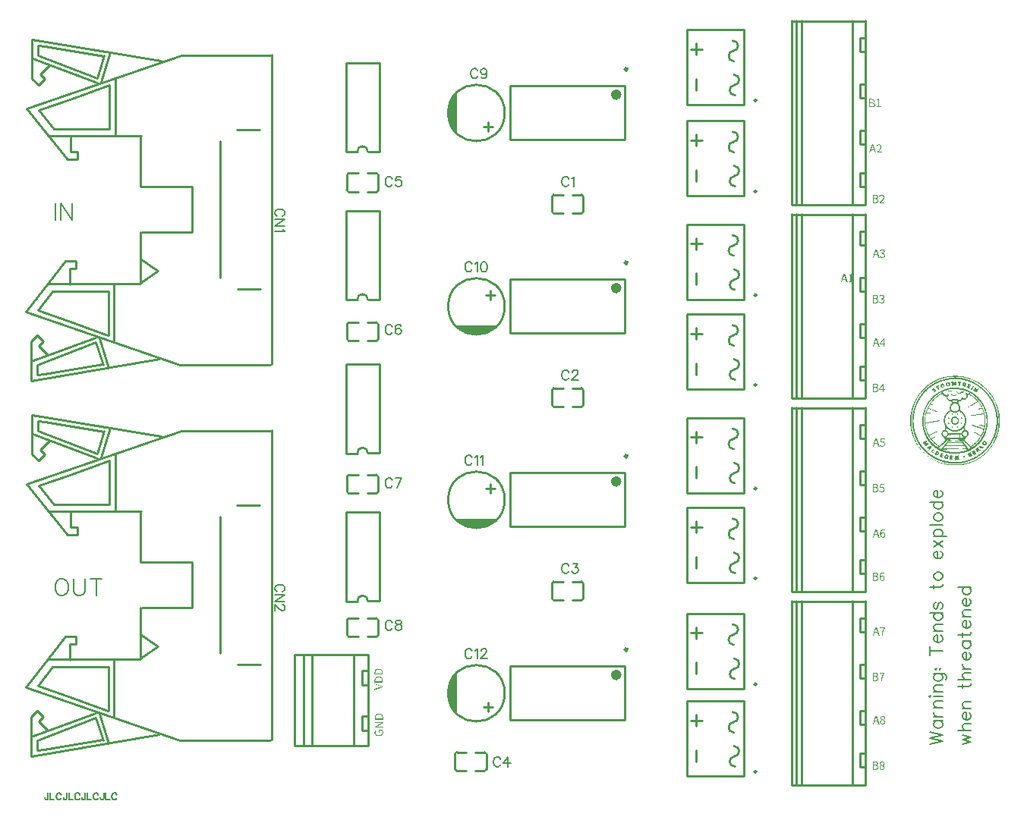
<source format=gto>
G04 Layer: TopSilkLayer*
G04 EasyEDA v6.4.7, 2020-11-03T11:19:35+01:00*
G04 ee31f35cb8c4481c9aeb6db220abaf82,9bd7e35f881f4a88a1d5770e7942d247,10*
G04 Gerber Generator version 0.2*
G04 Scale: 100 percent, Rotated: No, Reflected: No *
G04 Dimensions in millimeters *
G04 leading zeros omitted , absolute positions ,3 integer and 3 decimal *
%FSLAX33Y33*%
%MOMM*%
G90*
D02*

%ADD10C,0.254000*%
%ADD14C,0.599999*%
%ADD25C,0.299999*%
%ADD26C,0.203200*%
%ADD27C,0.202997*%
%ADD28C,0.150012*%
%ADD29C,0.152400*%

%LPD*%

%LPD*%
G36*
G01X104857Y50570D02*
G01X104802Y50570D01*
G01X104747Y50569D01*
G01X104691Y50568D01*
G01X104579Y50564D01*
G01X104466Y50558D01*
G01X104410Y50554D01*
G01X104353Y50550D01*
G01X104182Y50532D01*
G01X104124Y50525D01*
G01X104066Y50517D01*
G01X103950Y50499D01*
G01X103835Y50479D01*
G01X103778Y50468D01*
G01X103721Y50456D01*
G01X103665Y50443D01*
G01X103609Y50431D01*
G01X103553Y50417D01*
G01X103388Y50372D01*
G01X103334Y50356D01*
G01X103279Y50339D01*
G01X103226Y50322D01*
G01X103119Y50285D01*
G01X103066Y50266D01*
G01X103014Y50246D01*
G01X102961Y50226D01*
G01X102910Y50205D01*
G01X102858Y50184D01*
G01X102807Y50162D01*
G01X102705Y50116D01*
G01X102606Y50068D01*
G01X102557Y50044D01*
G01X102507Y50018D01*
G01X102459Y49993D01*
G01X102410Y49966D01*
G01X102362Y49939D01*
G01X102315Y49912D01*
G01X102268Y49884D01*
G01X102220Y49856D01*
G01X102128Y49798D01*
G01X102082Y49768D01*
G01X101947Y49675D01*
G01X101859Y49611D01*
G01X101815Y49578D01*
G01X101773Y49545D01*
G01X101730Y49512D01*
G01X101688Y49478D01*
G01X101646Y49443D01*
G01X101605Y49408D01*
G01X101563Y49373D01*
G01X101523Y49337D01*
G01X101443Y49264D01*
G01X101403Y49227D01*
G01X101364Y49189D01*
G01X101326Y49152D01*
G01X101250Y49074D01*
G01X101176Y48996D01*
G01X101140Y48956D01*
G01X101104Y48915D01*
G01X101068Y48875D01*
G01X101033Y48834D01*
G01X100999Y48792D01*
G01X100965Y48751D01*
G01X100897Y48666D01*
G01X100864Y48624D01*
G01X100832Y48581D01*
G01X100800Y48537D01*
G01X100707Y48405D01*
G01X100677Y48360D01*
G01X100619Y48270D01*
G01X100590Y48224D01*
G01X100562Y48178D01*
G01X100507Y48085D01*
G01X100481Y48038D01*
G01X100454Y47991D01*
G01X100429Y47943D01*
G01X100404Y47896D01*
G01X100379Y47848D01*
G01X100331Y47751D01*
G01X100308Y47703D01*
G01X100285Y47654D01*
G01X100263Y47605D01*
G01X100241Y47555D01*
G01X100199Y47456D01*
G01X100160Y47355D01*
G01X100141Y47305D01*
G01X100104Y47203D01*
G01X100087Y47152D01*
G01X100053Y47049D01*
G01X100037Y46998D01*
G01X100022Y46946D01*
G01X100007Y46893D01*
G01X99979Y46789D01*
G01X99966Y46736D01*
G01X99954Y46684D01*
G01X99941Y46631D01*
G01X99919Y46525D01*
G01X99909Y46471D01*
G01X99899Y46418D01*
G01X99890Y46365D01*
G01X99881Y46311D01*
G01X99873Y46257D01*
G01X99852Y46095D01*
G01X99841Y45986D01*
G01X99837Y45932D01*
G01X99833Y45877D01*
G01X99830Y45823D01*
G01X99827Y45768D01*
G01X99825Y45713D01*
G01X99823Y45659D01*
G01X99822Y45604D01*
G01X99822Y45494D01*
G01X99824Y45384D01*
G01X99826Y45329D01*
G01X99832Y45219D01*
G01X99836Y45164D01*
G01X99840Y45108D01*
G01X99845Y45053D01*
G01X99851Y44998D01*
G01X99865Y44888D01*
G01X99881Y44777D01*
G01X99890Y44722D01*
G01X99910Y44612D01*
G01X99932Y44502D01*
G01X99944Y44446D01*
G01X99971Y44337D01*
G01X99985Y44282D01*
G01X100016Y44172D01*
G01X100032Y44117D01*
G01X100049Y44063D01*
G01X100066Y44008D01*
G01X100085Y43954D01*
G01X100103Y43899D01*
G01X100123Y43845D01*
G01X100144Y43791D01*
G01X100164Y43737D01*
G01X100208Y43629D01*
G01X100231Y43575D01*
G01X100255Y43521D01*
G01X100280Y43468D01*
G01X100305Y43414D01*
G01X100357Y43308D01*
G01X100411Y43204D01*
G01X100467Y43102D01*
G01X100525Y43002D01*
G01X100585Y42904D01*
G01X100647Y42808D01*
G01X100678Y42761D01*
G01X100711Y42714D01*
G01X100743Y42668D01*
G01X100809Y42576D01*
G01X100877Y42488D01*
G01X100947Y42400D01*
G01X101018Y42315D01*
G01X101054Y42273D01*
G01X101090Y42232D01*
G01X101128Y42191D01*
G01X101165Y42150D01*
G01X101203Y42111D01*
G01X101241Y42071D01*
G01X101279Y42032D01*
G01X101319Y41994D01*
G01X101358Y41956D01*
G01X101437Y41882D01*
G01X101478Y41845D01*
G01X101559Y41774D01*
G01X101601Y41739D01*
G01X101642Y41704D01*
G01X101684Y41671D01*
G01X101726Y41637D01*
G01X101769Y41604D01*
G01X101812Y41572D01*
G01X101898Y41509D01*
G01X101986Y41447D01*
G01X102030Y41417D01*
G01X102120Y41359D01*
G01X102165Y41331D01*
G01X102211Y41303D01*
G01X102256Y41275D01*
G01X102348Y41223D01*
G01X102395Y41197D01*
G01X102441Y41171D01*
G01X102489Y41147D01*
G01X102535Y41123D01*
G01X102583Y41099D01*
G01X102630Y41075D01*
G01X102726Y41031D01*
G01X102775Y41009D01*
G01X102823Y40987D01*
G01X102920Y40947D01*
G01X102969Y40928D01*
G01X103018Y40908D01*
G01X103068Y40889D01*
G01X103117Y40872D01*
G01X103167Y40854D01*
G01X103216Y40837D01*
G01X103267Y40820D01*
G01X103317Y40805D01*
G01X103367Y40789D01*
G01X103417Y40774D01*
G01X103468Y40759D01*
G01X103519Y40746D01*
G01X103570Y40732D01*
G01X103620Y40720D01*
G01X103672Y40707D01*
G01X103722Y40695D01*
G01X103774Y40684D01*
G01X103825Y40674D01*
G01X103877Y40663D01*
G01X103928Y40654D01*
G01X103980Y40644D01*
G01X104032Y40635D01*
G01X104135Y40620D01*
G01X104239Y40606D01*
G01X104291Y40600D01*
G01X104344Y40595D01*
G01X104396Y40590D01*
G01X104448Y40586D01*
G01X104553Y40579D01*
G01X104657Y40573D01*
G01X104762Y40570D01*
G01X104919Y40570D01*
G01X104972Y40571D01*
G01X105076Y40575D01*
G01X105129Y40577D01*
G01X105181Y40581D01*
G01X105233Y40584D01*
G01X105338Y40593D01*
G01X105390Y40598D01*
G01X105442Y40604D01*
G01X105598Y40625D01*
G01X105702Y40642D01*
G01X105754Y40651D01*
G01X105805Y40660D01*
G01X105857Y40670D01*
G01X105960Y40693D01*
G01X106011Y40704D01*
G01X106114Y40730D01*
G01X106215Y40757D01*
G01X106266Y40772D01*
G01X106316Y40787D01*
G01X106367Y40803D01*
G01X106417Y40819D01*
G01X106517Y40853D01*
G01X106567Y40871D01*
G01X106617Y40890D01*
G01X106666Y40909D01*
G01X106716Y40929D01*
G01X106814Y40969D01*
G01X106863Y40991D01*
G01X106911Y41012D01*
G01X106960Y41035D01*
G01X107008Y41058D01*
G01X107104Y41105D01*
G01X107151Y41130D01*
G01X107199Y41155D01*
G01X107293Y41207D01*
G01X107340Y41234D01*
G01X107386Y41261D01*
G01X107479Y41318D01*
G01X107524Y41347D01*
G01X107615Y41407D01*
G01X107660Y41438D01*
G01X107704Y41470D01*
G01X107749Y41502D01*
G01X107793Y41534D01*
G01X107837Y41567D01*
G01X107880Y41601D01*
G01X107924Y41635D01*
G01X107966Y41670D01*
G01X108009Y41705D01*
G01X108051Y41741D01*
G01X108135Y41815D01*
G01X108217Y41891D01*
G01X108298Y41969D01*
G01X108338Y42009D01*
G01X108378Y42050D01*
G01X108456Y42132D01*
G01X108495Y42175D01*
G01X108533Y42217D01*
G01X108608Y42305D01*
G01X108645Y42349D01*
G01X108682Y42395D01*
G01X108718Y42440D01*
G01X108754Y42486D01*
G01X108788Y42531D01*
G01X108856Y42623D01*
G01X108889Y42669D01*
G01X108921Y42716D01*
G01X108953Y42762D01*
G01X108984Y42809D01*
G01X109015Y42855D01*
G01X109045Y42903D01*
G01X109074Y42949D01*
G01X109103Y42997D01*
G01X109159Y43091D01*
G01X109185Y43139D01*
G01X109212Y43187D01*
G01X109263Y43282D01*
G01X109335Y43426D01*
G01X109358Y43475D01*
G01X109380Y43523D01*
G01X109401Y43572D01*
G01X109423Y43620D01*
G01X109444Y43669D01*
G01X109463Y43717D01*
G01X109483Y43766D01*
G01X109520Y43864D01*
G01X109538Y43913D01*
G01X109572Y44011D01*
G01X109588Y44060D01*
G01X109618Y44159D01*
G01X109647Y44257D01*
G01X109673Y44357D01*
G01X109685Y44406D01*
G01X109697Y44456D01*
G01X109708Y44505D01*
G01X109718Y44555D01*
G01X109729Y44604D01*
G01X109738Y44654D01*
G01X109747Y44703D01*
G01X109764Y44803D01*
G01X109771Y44852D01*
G01X109778Y44902D01*
G01X109784Y44952D01*
G01X109790Y45001D01*
G01X109801Y45101D01*
G01X109805Y45151D01*
G01X109809Y45200D01*
G01X109812Y45250D01*
G01X109815Y45299D01*
G01X109817Y45349D01*
G01X109820Y45447D01*
G01X109821Y45497D01*
G01X109821Y45596D01*
G01X109818Y45743D01*
G01X109815Y45792D01*
G01X109813Y45841D01*
G01X109810Y45890D01*
G01X109802Y45988D01*
G01X109798Y46036D01*
G01X109793Y46085D01*
G01X109787Y46134D01*
G01X109781Y46182D01*
G01X109774Y46231D01*
G01X109768Y46279D01*
G01X109760Y46328D01*
G01X109752Y46375D01*
G01X109744Y46424D01*
G01X109735Y46471D01*
G01X109726Y46519D01*
G01X109706Y46615D01*
G01X109673Y46756D01*
G01X109660Y46804D01*
G01X109648Y46850D01*
G01X109622Y46944D01*
G01X109608Y46990D01*
G01X109594Y47037D01*
G01X109564Y47129D01*
G01X109532Y47221D01*
G01X109516Y47266D01*
G01X109499Y47312D01*
G01X109482Y47357D01*
G01X109428Y47492D01*
G01X109408Y47536D01*
G01X109389Y47581D01*
G01X109329Y47713D01*
G01X109307Y47756D01*
G01X109286Y47800D01*
G01X109264Y47843D01*
G01X109220Y47928D01*
G01X109196Y47971D01*
G01X109173Y48013D01*
G01X109125Y48097D01*
G01X109100Y48139D01*
G01X109050Y48221D01*
G01X109024Y48263D01*
G01X108998Y48303D01*
G01X108944Y48383D01*
G01X108917Y48424D01*
G01X108861Y48503D01*
G01X108832Y48542D01*
G01X108774Y48619D01*
G01X108745Y48658D01*
G01X108715Y48696D01*
G01X108685Y48733D01*
G01X108654Y48771D01*
G01X108623Y48808D01*
G01X108591Y48845D01*
G01X108560Y48882D01*
G01X108462Y48990D01*
G01X108429Y49025D01*
G01X108395Y49061D01*
G01X108361Y49095D01*
G01X108327Y49130D01*
G01X108257Y49198D01*
G01X108187Y49264D01*
G01X108115Y49330D01*
G01X108041Y49394D01*
G01X108004Y49425D01*
G01X107890Y49518D01*
G01X107851Y49548D01*
G01X107773Y49607D01*
G01X107734Y49636D01*
G01X107654Y49693D01*
G01X107614Y49720D01*
G01X107573Y49748D01*
G01X107531Y49775D01*
G01X107490Y49801D01*
G01X107449Y49828D01*
G01X107406Y49854D01*
G01X107322Y49904D01*
G01X107279Y49929D01*
G01X107193Y49977D01*
G01X107061Y50046D01*
G01X106971Y50090D01*
G01X106926Y50111D01*
G01X106880Y50132D01*
G01X106789Y50173D01*
G01X106742Y50192D01*
G01X106696Y50211D01*
G01X106602Y50248D01*
G01X106555Y50266D01*
G01X106507Y50283D01*
G01X106460Y50300D01*
G01X106411Y50316D01*
G01X106363Y50332D01*
G01X106265Y50362D01*
G01X106167Y50390D01*
G01X106117Y50404D01*
G01X106018Y50429D01*
G01X105916Y50453D01*
G01X105866Y50463D01*
G01X105763Y50483D01*
G01X105712Y50493D01*
G01X105660Y50502D01*
G01X105556Y50518D01*
G01X105503Y50525D01*
G01X105451Y50532D01*
G01X105398Y50538D01*
G01X105291Y50549D01*
G01X105238Y50554D01*
G01X105130Y50561D01*
G01X105076Y50564D01*
G01X105021Y50566D01*
G01X104967Y50568D01*
G01X104857Y50570D01*
G37*

%LPC*%
G36*
G01X104536Y50456D02*
G01X104402Y50456D01*
G01X104341Y50455D01*
G01X104285Y50453D01*
G01X104235Y50450D01*
G01X104191Y50447D01*
G01X104154Y50444D01*
G01X104124Y50439D01*
G01X104016Y50418D01*
G01X103962Y50407D01*
G01X103803Y50371D01*
G01X103699Y50345D01*
G01X103596Y50317D01*
G01X103546Y50303D01*
G01X103495Y50288D01*
G01X103396Y50257D01*
G01X103298Y50225D01*
G01X103249Y50208D01*
G01X103153Y50174D01*
G01X103058Y50138D01*
G01X102966Y50100D01*
G01X102919Y50081D01*
G01X102874Y50061D01*
G01X102828Y50042D01*
G01X102784Y50021D01*
G01X102739Y50000D01*
G01X102695Y49980D01*
G01X102607Y49936D01*
G01X102564Y49915D01*
G01X102522Y49892D01*
G01X102437Y49846D01*
G01X102396Y49823D01*
G01X102354Y49799D01*
G01X102313Y49775D01*
G01X102273Y49751D01*
G01X102232Y49727D01*
G01X102192Y49702D01*
G01X102153Y49676D01*
G01X102114Y49651D01*
G01X102036Y49599D01*
G01X101998Y49572D01*
G01X101961Y49546D01*
G01X101923Y49519D01*
G01X101886Y49491D01*
G01X101849Y49464D01*
G01X101777Y49408D01*
G01X101742Y49379D01*
G01X101707Y49351D01*
G01X101672Y49322D01*
G01X101637Y49292D01*
G01X101603Y49263D01*
G01X101535Y49203D01*
G01X101502Y49172D01*
G01X101437Y49111D01*
G01X101405Y49080D01*
G01X101342Y49017D01*
G01X101311Y48985D01*
G01X101251Y48921D01*
G01X101221Y48888D01*
G01X101191Y48856D01*
G01X101133Y48790D01*
G01X101076Y48723D01*
G01X100994Y48621D01*
G01X100968Y48586D01*
G01X100941Y48551D01*
G01X100915Y48517D01*
G01X100889Y48481D01*
G01X100864Y48446D01*
G01X100814Y48375D01*
G01X100766Y48303D01*
G01X100743Y48267D01*
G01X100719Y48230D01*
G01X100696Y48193D01*
G01X100674Y48157D01*
G01X100608Y48046D01*
G01X100567Y47970D01*
G01X100546Y47932D01*
G01X100526Y47895D01*
G01X100506Y47857D01*
G01X100487Y47818D01*
G01X100468Y47780D01*
G01X100449Y47741D01*
G01X100431Y47703D01*
G01X100395Y47625D01*
G01X100361Y47547D01*
G01X100344Y47507D01*
G01X100328Y47468D01*
G01X100296Y47388D01*
G01X100281Y47349D01*
G01X100252Y47268D01*
G01X100224Y47188D01*
G01X100210Y47147D01*
G01X100184Y47067D01*
G01X100136Y46903D01*
G01X100125Y46862D01*
G01X100115Y46821D01*
G01X100104Y46780D01*
G01X100094Y46739D01*
G01X100085Y46697D01*
G01X100075Y46656D01*
G01X100066Y46615D01*
G01X100057Y46573D01*
G01X100041Y46490D01*
G01X100033Y46448D01*
G01X100026Y46406D01*
G01X100013Y46322D01*
G01X100006Y46280D01*
G01X99994Y46196D01*
G01X99979Y46070D01*
G01X99971Y45986D01*
G01X99964Y45901D01*
G01X99962Y45859D01*
G01X99959Y45817D01*
G01X99957Y45774D01*
G01X99953Y45690D01*
G01X99952Y45647D01*
G01X99951Y45605D01*
G01X99951Y45478D01*
G01X99952Y45394D01*
G01X99953Y45351D01*
G01X99954Y45309D01*
G01X99958Y45225D01*
G01X99961Y45183D01*
G01X99967Y45098D01*
G01X99970Y45056D01*
G01X99978Y44972D01*
G01X99993Y44846D01*
G01X100004Y44763D01*
G01X100010Y44721D01*
G01X100023Y44638D01*
G01X100030Y44596D01*
G01X100038Y44555D01*
G01X100046Y44513D01*
G01X100054Y44472D01*
G01X100071Y44390D01*
G01X100080Y44348D01*
G01X100090Y44307D01*
G01X100099Y44267D01*
G01X100110Y44225D01*
G01X100131Y44144D01*
G01X100142Y44104D01*
G01X100154Y44063D01*
G01X100165Y44023D01*
G01X100190Y43942D01*
G01X100203Y43902D01*
G01X100216Y43863D01*
G01X100229Y43823D01*
G01X100257Y43743D01*
G01X100272Y43704D01*
G01X100286Y43665D01*
G01X100301Y43625D01*
G01X100317Y43586D01*
G01X100333Y43548D01*
G01X100348Y43509D01*
G01X100365Y43470D01*
G01X100381Y43432D01*
G01X100399Y43393D01*
G01X100416Y43355D01*
G01X100451Y43279D01*
G01X100470Y43241D01*
G01X100508Y43167D01*
G01X100527Y43129D01*
G01X100546Y43092D01*
G01X100567Y43056D01*
G01X100587Y43018D01*
G01X100607Y42982D01*
G01X100628Y42946D01*
G01X100650Y42910D01*
G01X100693Y42838D01*
G01X100738Y42766D01*
G01X100784Y42696D01*
G01X100808Y42662D01*
G01X100831Y42627D01*
G01X100856Y42593D01*
G01X100880Y42558D01*
G01X100905Y42524D01*
G01X100930Y42491D01*
G01X100955Y42457D01*
G01X100981Y42424D01*
G01X101034Y42358D01*
G01X101061Y42325D01*
G01X101088Y42293D01*
G01X101143Y42228D01*
G01X101171Y42196D01*
G01X101199Y42165D01*
G01X101286Y42072D01*
G01X101406Y41952D01*
G01X101437Y41922D01*
G01X101500Y41864D01*
G01X101564Y41807D01*
G01X101629Y41751D01*
G01X101697Y41697D01*
G01X101730Y41670D01*
G01X101764Y41643D01*
G01X101799Y41617D01*
G01X101833Y41591D01*
G01X101868Y41565D01*
G01X101904Y41540D01*
G01X101939Y41515D01*
G01X102011Y41465D01*
G01X102122Y41393D01*
G01X102160Y41370D01*
G01X102236Y41325D01*
G01X102275Y41302D01*
G01X102313Y41281D01*
G01X102352Y41259D01*
G01X102472Y41196D01*
G01X102512Y41176D01*
G01X102553Y41156D01*
G01X102676Y41099D01*
G01X102719Y41080D01*
G01X102761Y41063D01*
G01X102803Y41045D01*
G01X102846Y41028D01*
G01X102889Y41010D01*
G01X103065Y40946D01*
G01X103110Y40932D01*
G01X103155Y40917D01*
G01X103200Y40903D01*
G01X103246Y40888D01*
G01X103338Y40862D01*
G01X103385Y40849D01*
G01X103432Y40837D01*
G01X103526Y40814D01*
G01X103622Y40792D01*
G01X103671Y40782D01*
G01X103719Y40772D01*
G01X103818Y40754D01*
G01X103868Y40745D01*
G01X103918Y40738D01*
G01X103968Y40730D01*
G01X104019Y40722D01*
G01X104069Y40716D01*
G01X104120Y40710D01*
G01X104172Y40703D01*
G01X104276Y40693D01*
G01X104328Y40689D01*
G01X104434Y40681D01*
G01X104487Y40678D01*
G01X104541Y40676D01*
G01X104595Y40673D01*
G01X104649Y40671D01*
G01X104704Y40670D01*
G01X104814Y40669D01*
G01X104923Y40670D01*
G01X104977Y40671D01*
G01X105032Y40673D01*
G01X105085Y40675D01*
G01X105139Y40678D01*
G01X105192Y40681D01*
G01X105244Y40685D01*
G01X105297Y40689D01*
G01X105349Y40693D01*
G01X105401Y40698D01*
G01X105453Y40704D01*
G01X105555Y40716D01*
G01X105606Y40723D01*
G01X105707Y40739D01*
G01X105756Y40747D01*
G01X105856Y40765D01*
G01X105953Y40784D01*
G01X106001Y40795D01*
G01X106050Y40806D01*
G01X106097Y40817D01*
G01X106145Y40829D01*
G01X106192Y40841D01*
G01X106239Y40854D01*
G01X106285Y40867D01*
G01X106332Y40880D01*
G01X106378Y40894D01*
G01X106423Y40909D01*
G01X106469Y40923D01*
G01X106513Y40938D01*
G01X106559Y40954D01*
G01X106647Y40986D01*
G01X106691Y41003D01*
G01X106734Y41020D01*
G01X106778Y41037D01*
G01X106821Y41056D01*
G01X106863Y41073D01*
G01X106906Y41092D01*
G01X106948Y41111D01*
G01X106989Y41131D01*
G01X107072Y41170D01*
G01X107112Y41191D01*
G01X107153Y41211D01*
G01X107233Y41255D01*
G01X107272Y41277D01*
G01X107312Y41299D01*
G01X107351Y41321D01*
G01X107389Y41344D01*
G01X107428Y41367D01*
G01X107466Y41391D01*
G01X107503Y41415D01*
G01X107541Y41439D01*
G01X107615Y41489D01*
G01X107651Y41514D01*
G01X107723Y41566D01*
G01X107794Y41618D01*
G01X107863Y41672D01*
G01X107898Y41700D01*
G01X107932Y41728D01*
G01X108031Y41812D01*
G01X108064Y41841D01*
G01X108096Y41871D01*
G01X108129Y41900D01*
G01X108160Y41930D01*
G01X108192Y41960D01*
G01X108223Y41990D01*
G01X108254Y42021D01*
G01X108344Y42114D01*
G01X108374Y42146D01*
G01X108432Y42210D01*
G01X108460Y42242D01*
G01X108544Y42341D01*
G01X108571Y42375D01*
G01X108598Y42408D01*
G01X108625Y42442D01*
G01X108651Y42476D01*
G01X108703Y42545D01*
G01X108778Y42650D01*
G01X108802Y42685D01*
G01X108874Y42793D01*
G01X108896Y42829D01*
G01X108919Y42866D01*
G01X108942Y42902D01*
G01X108963Y42939D01*
G01X109007Y43013D01*
G01X109028Y43050D01*
G01X109049Y43088D01*
G01X109129Y43240D01*
G01X109148Y43279D01*
G01X109167Y43317D01*
G01X109185Y43356D01*
G01X109203Y43394D01*
G01X109221Y43433D01*
G01X109238Y43473D01*
G01X109256Y43512D01*
G01X109272Y43552D01*
G01X109305Y43631D01*
G01X109321Y43671D01*
G01X109336Y43711D01*
G01X109352Y43751D01*
G01X109366Y43792D01*
G01X109381Y43832D01*
G01X109395Y43872D01*
G01X109408Y43913D01*
G01X109422Y43954D01*
G01X109461Y44077D01*
G01X109472Y44118D01*
G01X109485Y44159D01*
G01X109507Y44243D01*
G01X109528Y44326D01*
G01X109539Y44368D01*
G01X109548Y44409D01*
G01X109558Y44452D01*
G01X109576Y44536D01*
G01X109592Y44620D01*
G01X109599Y44662D01*
G01X109607Y44705D01*
G01X109614Y44747D01*
G01X109627Y44833D01*
G01X109633Y44875D01*
G01X109639Y44918D01*
G01X109649Y45003D01*
G01X109654Y45046D01*
G01X109666Y45175D01*
G01X109672Y45261D01*
G01X109675Y45303D01*
G01X109679Y45390D01*
G01X109680Y45432D01*
G01X109682Y45519D01*
G01X109683Y45562D01*
G01X109683Y45648D01*
G01X109680Y45777D01*
G01X109679Y45821D01*
G01X109677Y45863D01*
G01X109672Y45950D01*
G01X109669Y45992D01*
G01X109666Y46035D01*
G01X109661Y46078D01*
G01X109653Y46164D01*
G01X109643Y46250D01*
G01X109638Y46292D01*
G01X109626Y46378D01*
G01X109619Y46420D01*
G01X109613Y46463D01*
G01X109605Y46505D01*
G01X109598Y46548D01*
G01X109582Y46632D01*
G01X109573Y46675D01*
G01X109564Y46717D01*
G01X109554Y46759D01*
G01X109545Y46800D01*
G01X109534Y46843D01*
G01X109524Y46884D01*
G01X109514Y46926D01*
G01X109502Y46968D01*
G01X109479Y47051D01*
G01X109467Y47092D01*
G01X109454Y47133D01*
G01X109428Y47216D01*
G01X109414Y47257D01*
G01X109400Y47297D01*
G01X109356Y47419D01*
G01X109340Y47459D01*
G01X109325Y47500D01*
G01X109308Y47540D01*
G01X109292Y47580D01*
G01X109275Y47619D01*
G01X109258Y47660D01*
G01X109204Y47777D01*
G01X109185Y47816D01*
G01X109166Y47856D01*
G01X109146Y47894D01*
G01X109127Y47933D01*
G01X109106Y47971D01*
G01X109065Y48048D01*
G01X109043Y48086D01*
G01X109000Y48161D01*
G01X108977Y48199D01*
G01X108908Y48310D01*
G01X108884Y48346D01*
G01X108859Y48383D01*
G01X108835Y48419D01*
G01X108785Y48491D01*
G01X108759Y48527D01*
G01X108732Y48562D01*
G01X108706Y48597D01*
G01X108652Y48667D01*
G01X108624Y48702D01*
G01X108596Y48736D01*
G01X108568Y48771D01*
G01X108539Y48804D01*
G01X108510Y48838D01*
G01X108480Y48872D01*
G01X108451Y48905D01*
G01X108420Y48938D01*
G01X108390Y48970D01*
G01X108359Y49003D01*
G01X108327Y49035D01*
G01X108296Y49067D01*
G01X108231Y49130D01*
G01X108198Y49161D01*
G01X108131Y49223D01*
G01X108097Y49253D01*
G01X108063Y49284D01*
G01X108028Y49313D01*
G01X107993Y49343D01*
G01X107958Y49372D01*
G01X107885Y49430D01*
G01X107849Y49458D01*
G01X107812Y49486D01*
G01X107774Y49514D01*
G01X107698Y49569D01*
G01X107659Y49596D01*
G01X107621Y49622D01*
G01X107581Y49649D01*
G01X107542Y49675D01*
G01X107501Y49701D01*
G01X107461Y49726D01*
G01X107420Y49751D01*
G01X107379Y49775D01*
G01X107337Y49800D01*
G01X107295Y49824D01*
G01X107210Y49871D01*
G01X107167Y49894D01*
G01X107079Y49939D01*
G01X107035Y49961D01*
G01X106990Y49983D01*
G01X106945Y50004D01*
G01X106853Y50046D01*
G01X106807Y50066D01*
G01X106760Y50086D01*
G01X106714Y50105D01*
G01X106618Y50143D01*
G01X106570Y50161D01*
G01X106472Y50197D01*
G01X106422Y50214D01*
G01X106373Y50231D01*
G01X106322Y50247D01*
G01X106272Y50263D01*
G01X106221Y50279D01*
G01X106169Y50294D01*
G01X106066Y50323D01*
G01X105960Y50351D01*
G01X105907Y50364D01*
G01X105873Y50371D01*
G01X105833Y50378D01*
G01X105786Y50385D01*
G01X105733Y50392D01*
G01X105675Y50398D01*
G01X105612Y50405D01*
G01X105545Y50410D01*
G01X105475Y50416D01*
G01X105400Y50422D01*
G01X105324Y50427D01*
G01X105245Y50432D01*
G01X105165Y50436D01*
G01X105003Y50444D01*
G01X104921Y50447D01*
G01X104841Y50450D01*
G01X104761Y50452D01*
G01X104684Y50454D01*
G01X104608Y50455D01*
G01X104536Y50456D01*
G37*

%LPD*%
G36*
G01X104929Y50392D02*
G01X104816Y50392D01*
G01X104760Y50391D01*
G01X104704Y50389D01*
G01X104536Y50377D01*
G01X104424Y50365D01*
G01X104369Y50358D01*
G01X104259Y50340D01*
G01X104210Y50331D01*
G01X104140Y50319D01*
G01X104058Y50304D01*
G01X103973Y50289D01*
G01X103917Y50279D01*
G01X103862Y50269D01*
G01X103752Y50245D01*
G01X103698Y50233D01*
G01X103590Y50207D01*
G01X103537Y50192D01*
G01X103484Y50178D01*
G01X103431Y50163D01*
G01X103327Y50131D01*
G01X103174Y50080D01*
G01X103124Y50061D01*
G01X103074Y50043D01*
G01X103024Y50023D01*
G01X102926Y49983D01*
G01X102878Y49962D01*
G01X102829Y49941D01*
G01X102782Y49920D01*
G01X102734Y49897D01*
G01X102641Y49852D01*
G01X102549Y49804D01*
G01X102503Y49779D01*
G01X102459Y49755D01*
G01X102414Y49729D01*
G01X102370Y49703D01*
G01X102325Y49677D01*
G01X102196Y49596D01*
G01X102154Y49568D01*
G01X102070Y49510D01*
G01X102029Y49481D01*
G01X101989Y49451D01*
G01X101948Y49421D01*
G01X101908Y49391D01*
G01X101869Y49360D01*
G01X101829Y49329D01*
G01X101752Y49265D01*
G01X101714Y49233D01*
G01X101639Y49167D01*
G01X101566Y49100D01*
G01X101459Y48996D01*
G01X101390Y48925D01*
G01X101356Y48889D01*
G01X101323Y48853D01*
G01X101290Y48816D01*
G01X101257Y48780D01*
G01X101225Y48743D01*
G01X101161Y48667D01*
G01X101130Y48629D01*
G01X101100Y48591D01*
G01X101010Y48474D01*
G01X100981Y48434D01*
G01X100924Y48354D01*
G01X100897Y48314D01*
G01X100870Y48273D01*
G01X100843Y48233D01*
G01X100816Y48191D01*
G01X100790Y48150D01*
G01X100739Y48066D01*
G01X100691Y47982D01*
G01X100643Y47896D01*
G01X100620Y47853D01*
G01X100598Y47810D01*
G01X100575Y47766D01*
G01X100533Y47679D01*
G01X100512Y47635D01*
G01X100492Y47590D01*
G01X100452Y47501D01*
G01X100414Y47412D01*
G01X100396Y47366D01*
G01X100378Y47321D01*
G01X100344Y47229D01*
G01X100328Y47184D01*
G01X100296Y47092D01*
G01X100281Y47045D01*
G01X100267Y46999D01*
G01X100239Y46905D01*
G01X100200Y46764D01*
G01X100189Y46717D01*
G01X100178Y46669D01*
G01X100166Y46622D01*
G01X100156Y46574D01*
G01X100146Y46527D01*
G01X100136Y46479D01*
G01X100127Y46431D01*
G01X100110Y46336D01*
G01X100102Y46287D01*
G01X100095Y46239D01*
G01X100082Y46143D01*
G01X100071Y46046D01*
G01X100066Y45997D01*
G01X100061Y45949D01*
G01X100058Y45900D01*
G01X100054Y45852D01*
G01X100051Y45803D01*
G01X100046Y45706D01*
G01X100045Y45657D01*
G01X100043Y45608D01*
G01X100042Y45511D01*
G01X100043Y45413D01*
G01X100047Y45316D01*
G01X100049Y45267D01*
G01X100052Y45219D01*
G01X100055Y45170D01*
G01X100063Y45072D01*
G01X100067Y45024D01*
G01X100072Y44975D01*
G01X100078Y44926D01*
G01X100084Y44878D01*
G01X100091Y44829D01*
G01X100105Y44733D01*
G01X100114Y44685D01*
G01X100122Y44636D01*
G01X100131Y44588D01*
G01X100161Y44444D01*
G01X100173Y44397D01*
G01X100184Y44349D01*
G01X100196Y44301D01*
G01X100209Y44254D01*
G01X100222Y44206D01*
G01X100264Y44065D01*
G01X100279Y44018D01*
G01X100327Y43877D01*
G01X100399Y43693D01*
G01X100418Y43647D01*
G01X100438Y43601D01*
G01X100459Y43556D01*
G01X100500Y43465D01*
G01X100522Y43420D01*
G01X100544Y43376D01*
G01X100567Y43331D01*
G01X100591Y43287D01*
G01X100614Y43242D01*
G01X100639Y43198D01*
G01X100664Y43155D01*
G01X100689Y43111D01*
G01X100715Y43067D01*
G01X100741Y43024D01*
G01X100769Y42981D01*
G01X100796Y42938D01*
G01X100824Y42896D01*
G01X100853Y42853D01*
G01X100882Y42812D01*
G01X100942Y42728D01*
G01X101004Y42646D01*
G01X101068Y42564D01*
G01X101101Y42524D01*
G01X101135Y42484D01*
G01X101168Y42444D01*
G01X101273Y42327D01*
G01X101310Y42288D01*
G01X101421Y42174D01*
G01X101460Y42137D01*
G01X101498Y42099D01*
G01X101538Y42063D01*
G01X101578Y42026D01*
G01X101618Y41990D01*
G01X101659Y41955D01*
G01X101701Y41919D01*
G01X101743Y41884D01*
G01X101786Y41849D01*
G01X101830Y41815D01*
G01X101873Y41780D01*
G01X101918Y41747D01*
G01X101963Y41713D01*
G01X102008Y41681D01*
G01X102054Y41648D01*
G01X102148Y41584D01*
G01X102242Y41522D01*
G01X102337Y41463D01*
G01X102384Y41435D01*
G01X102432Y41407D01*
G01X102528Y41353D01*
G01X102575Y41327D01*
G01X102671Y41277D01*
G01X102720Y41253D01*
G01X102768Y41229D01*
G01X102816Y41206D01*
G01X102864Y41184D01*
G01X102913Y41162D01*
G01X102961Y41141D01*
G01X103010Y41121D01*
G01X103058Y41101D01*
G01X103107Y41081D01*
G01X103156Y41063D01*
G01X103205Y41044D01*
G01X103254Y41027D01*
G01X103351Y40994D01*
G01X103400Y40978D01*
G01X103498Y40948D01*
G01X103547Y40934D01*
G01X103645Y40908D01*
G01X103743Y40884D01*
G01X103793Y40873D01*
G01X103842Y40862D01*
G01X103940Y40842D01*
G01X103989Y40834D01*
G01X104038Y40825D01*
G01X104136Y40810D01*
G01X104185Y40803D01*
G01X104283Y40791D01*
G01X104333Y40786D01*
G01X104381Y40781D01*
G01X104430Y40777D01*
G01X104528Y40771D01*
G01X104577Y40769D01*
G01X104626Y40766D01*
G01X104674Y40765D01*
G01X104723Y40764D01*
G01X104869Y40764D01*
G01X104917Y40765D01*
G01X105014Y40770D01*
G01X105062Y40772D01*
G01X105110Y40775D01*
G01X105159Y40779D01*
G01X105254Y40788D01*
G01X105350Y40798D01*
G01X105397Y40805D01*
G01X105445Y40811D01*
G01X105492Y40818D01*
G01X105540Y40826D01*
G01X105634Y40842D01*
G01X105681Y40851D01*
G01X105775Y40871D01*
G01X105821Y40881D01*
G01X105868Y40892D01*
G01X105914Y40903D01*
G01X106006Y40927D01*
G01X106098Y40953D01*
G01X106189Y40980D01*
G01X106280Y41010D01*
G01X106325Y41025D01*
G01X106370Y41041D01*
G01X106414Y41057D01*
G01X106459Y41074D01*
G01X106503Y41091D01*
G01X106592Y41126D01*
G01X106635Y41144D01*
G01X106679Y41163D01*
G01X106765Y41202D01*
G01X106852Y41242D01*
G01X106894Y41263D01*
G01X106979Y41306D01*
G01X107021Y41328D01*
G01X107063Y41351D01*
G01X107146Y41396D01*
G01X107228Y41444D01*
G01X107268Y41469D01*
G01X107309Y41493D01*
G01X107349Y41518D01*
G01X107429Y41570D01*
G01X107468Y41596D01*
G01X107508Y41622D01*
G01X107547Y41650D01*
G01X107585Y41677D01*
G01X107624Y41705D01*
G01X107700Y41761D01*
G01X107738Y41790D01*
G01X107849Y41878D01*
G01X107885Y41909D01*
G01X107922Y41939D01*
G01X107958Y41970D01*
G01X107993Y42001D01*
G01X108029Y42033D01*
G01X108099Y42097D01*
G01X108201Y42196D01*
G01X108235Y42230D01*
G01X108334Y42332D01*
G01X108398Y42402D01*
G01X108430Y42438D01*
G01X108461Y42473D01*
G01X108492Y42509D01*
G01X108612Y42657D01*
G01X108641Y42694D01*
G01X108670Y42732D01*
G01X108698Y42771D01*
G01X108726Y42809D01*
G01X108754Y42848D01*
G01X108781Y42886D01*
G01X108809Y42926D01*
G01X108835Y42965D01*
G01X108861Y43005D01*
G01X108912Y43085D01*
G01X108938Y43126D01*
G01X108986Y43208D01*
G01X109010Y43250D01*
G01X109034Y43291D01*
G01X109079Y43376D01*
G01X109102Y43418D01*
G01X109145Y43504D01*
G01X109166Y43547D01*
G01X109186Y43590D01*
G01X109206Y43634D01*
G01X109226Y43677D01*
G01X109264Y43766D01*
G01X109282Y43810D01*
G01X109300Y43855D01*
G01X109335Y43946D01*
G01X109367Y44036D01*
G01X109383Y44083D01*
G01X109398Y44128D01*
G01X109413Y44175D01*
G01X109427Y44221D01*
G01X109440Y44268D01*
G01X109454Y44315D01*
G01X109467Y44362D01*
G01X109479Y44409D01*
G01X109491Y44457D01*
G01X109513Y44553D01*
G01X109523Y44600D01*
G01X109533Y44649D01*
G01X109551Y44746D01*
G01X109575Y44893D01*
G01X109581Y44942D01*
G01X109587Y44992D01*
G01X109593Y45041D01*
G01X109603Y45141D01*
G01X109611Y45241D01*
G01X109614Y45292D01*
G01X109616Y45343D01*
G01X109618Y45393D01*
G01X109620Y45495D01*
G01X109620Y45598D01*
G01X109619Y45649D01*
G01X109618Y45701D01*
G01X109616Y45752D01*
G01X109613Y45805D01*
G01X109610Y45857D01*
G01X109607Y45908D01*
G01X109602Y45961D01*
G01X109597Y46013D01*
G01X109591Y46066D01*
G01X109585Y46118D01*
G01X109579Y46171D01*
G01X109572Y46224D01*
G01X109563Y46277D01*
G01X109555Y46330D01*
G01X109546Y46383D01*
G01X109536Y46436D01*
G01X109515Y46543D01*
G01X109503Y46597D01*
G01X109491Y46650D01*
G01X109465Y46758D01*
G01X109451Y46812D01*
G01X109421Y46920D01*
G01X109404Y46974D01*
G01X109388Y47028D01*
G01X109369Y47085D01*
G01X109351Y47141D01*
G01X109331Y47197D01*
G01X109310Y47253D01*
G01X109289Y47308D01*
G01X109220Y47473D01*
G01X109170Y47581D01*
G01X109144Y47635D01*
G01X109117Y47688D01*
G01X109089Y47741D01*
G01X109061Y47793D01*
G01X109003Y47897D01*
G01X108972Y47949D01*
G01X108941Y48000D01*
G01X108909Y48051D01*
G01X108877Y48101D01*
G01X108844Y48151D01*
G01X108810Y48201D01*
G01X108776Y48250D01*
G01X108741Y48299D01*
G01X108633Y48443D01*
G01X108557Y48537D01*
G01X108519Y48583D01*
G01X108480Y48629D01*
G01X108400Y48719D01*
G01X108359Y48763D01*
G01X108318Y48808D01*
G01X108234Y48894D01*
G01X108191Y48937D01*
G01X108148Y48979D01*
G01X108104Y49020D01*
G01X108060Y49062D01*
G01X107970Y49142D01*
G01X107878Y49221D01*
G01X107832Y49259D01*
G01X107785Y49297D01*
G01X107737Y49334D01*
G01X107690Y49371D01*
G01X107642Y49408D01*
G01X107593Y49444D01*
G01X107544Y49479D01*
G01X107495Y49513D01*
G01X107395Y49581D01*
G01X107345Y49614D01*
G01X107243Y49678D01*
G01X107192Y49709D01*
G01X107088Y49769D01*
G01X107037Y49799D01*
G01X106878Y49883D01*
G01X106771Y49935D01*
G01X106718Y49961D01*
G01X106610Y50010D01*
G01X106556Y50033D01*
G01X106446Y50078D01*
G01X106391Y50099D01*
G01X106336Y50119D01*
G01X106281Y50140D01*
G01X106170Y50177D01*
G01X106114Y50195D01*
G01X106002Y50228D01*
G01X105946Y50244D01*
G01X105890Y50259D01*
G01X105834Y50273D01*
G01X105778Y50286D01*
G01X105721Y50299D01*
G01X105665Y50311D01*
G01X105608Y50321D01*
G01X105552Y50332D01*
G01X105438Y50350D01*
G01X105382Y50358D01*
G01X105325Y50365D01*
G01X105268Y50371D01*
G01X105212Y50377D01*
G01X105155Y50381D01*
G01X105099Y50385D01*
G01X104985Y50391D01*
G01X104929Y50392D01*
G37*

%LPC*%
G36*
G01X104852Y50199D02*
G01X104740Y50199D01*
G01X104684Y50197D01*
G01X104628Y50196D01*
G01X104572Y50193D01*
G01X104462Y50187D01*
G01X104352Y50177D01*
G01X104297Y50171D01*
G01X104243Y50165D01*
G01X104188Y50158D01*
G01X104134Y50150D01*
G01X104027Y50133D01*
G01X103973Y50123D01*
G01X103867Y50102D01*
G01X103761Y50078D01*
G01X103709Y50065D01*
G01X103656Y50052D01*
G01X103553Y50024D01*
G01X103501Y50009D01*
G01X103399Y49977D01*
G01X103298Y49942D01*
G01X103247Y49924D01*
G01X103148Y49886D01*
G01X103099Y49866D01*
G01X103049Y49846D01*
G01X102952Y49803D01*
G01X102904Y49781D01*
G01X102808Y49736D01*
G01X102714Y49688D01*
G01X102620Y49638D01*
G01X102574Y49612D01*
G01X102482Y49559D01*
G01X102392Y49505D01*
G01X102260Y49418D01*
G01X102216Y49388D01*
G01X102130Y49328D01*
G01X102088Y49296D01*
G01X102046Y49265D01*
G01X102004Y49233D01*
G01X101881Y49134D01*
G01X101801Y49066D01*
G01X101762Y49031D01*
G01X101722Y48996D01*
G01X101684Y48960D01*
G01X101645Y48924D01*
G01X101570Y48851D01*
G01X101533Y48813D01*
G01X101496Y48776D01*
G01X101460Y48738D01*
G01X101424Y48699D01*
G01X101354Y48621D01*
G01X101320Y48582D01*
G01X101286Y48541D01*
G01X101219Y48460D01*
G01X101186Y48419D01*
G01X101153Y48377D01*
G01X101090Y48293D01*
G01X101059Y48250D01*
G01X101029Y48208D01*
G01X100999Y48164D01*
G01X100970Y48121D01*
G01X100941Y48077D01*
G01X100912Y48032D01*
G01X100884Y47988D01*
G01X100829Y47897D01*
G01X100803Y47852D01*
G01X100777Y47806D01*
G01X100752Y47760D01*
G01X100702Y47666D01*
G01X100678Y47619D01*
G01X100655Y47572D01*
G01X100609Y47476D01*
G01X100588Y47428D01*
G01X100566Y47380D01*
G01X100545Y47331D01*
G01X100525Y47282D01*
G01X100505Y47232D01*
G01X100468Y47133D01*
G01X100450Y47083D01*
G01X100433Y47033D01*
G01X100415Y46982D01*
G01X100383Y46880D01*
G01X100354Y46778D01*
G01X100326Y46674D01*
G01X100314Y46622D01*
G01X100302Y46569D01*
G01X100290Y46517D01*
G01X100279Y46464D01*
G01X100259Y46358D01*
G01X100250Y46305D01*
G01X100242Y46251D01*
G01X100234Y46198D01*
G01X100226Y46144D01*
G01X100214Y46036D01*
G01X100209Y45982D01*
G01X100204Y45927D01*
G01X100200Y45872D01*
G01X100197Y45818D01*
G01X100194Y45763D01*
G01X100192Y45708D01*
G01X100190Y45598D01*
G01X100190Y45542D01*
G01X100191Y45486D01*
G01X100192Y45431D01*
G01X100194Y45375D01*
G01X100200Y45263D01*
G01X100215Y45095D01*
G01X100221Y45038D01*
G01X100228Y44982D01*
G01X100236Y44925D01*
G01X100244Y44869D01*
G01X100253Y44812D01*
G01X100263Y44755D01*
G01X100285Y44641D01*
G01X100297Y44585D01*
G01X100310Y44528D01*
G01X100338Y44414D01*
G01X100352Y44359D01*
G01X100384Y44248D01*
G01X100417Y44139D01*
G01X100453Y44031D01*
G01X100472Y43979D01*
G01X100512Y43873D01*
G01X100532Y43822D01*
G01X100554Y43770D01*
G01X100575Y43719D01*
G01X100597Y43669D01*
G01X100620Y43618D01*
G01X100643Y43569D01*
G01X100667Y43519D01*
G01X100692Y43470D01*
G01X100741Y43374D01*
G01X100767Y43326D01*
G01X100821Y43232D01*
G01X100848Y43186D01*
G01X100876Y43140D01*
G01X100905Y43094D01*
G01X100933Y43049D01*
G01X100992Y42961D01*
G01X101022Y42916D01*
G01X101053Y42873D01*
G01X101116Y42788D01*
G01X101180Y42704D01*
G01X101213Y42663D01*
G01X101246Y42623D01*
G01X101314Y42543D01*
G01X101384Y42465D01*
G01X101455Y42389D01*
G01X101491Y42351D01*
G01X101527Y42314D01*
G01X101564Y42277D01*
G01X101602Y42241D01*
G01X101640Y42206D01*
G01X101677Y42171D01*
G01X101716Y42136D01*
G01X101754Y42102D01*
G01X101794Y42068D01*
G01X101873Y42002D01*
G01X101913Y41970D01*
G01X101954Y41938D01*
G01X101994Y41906D01*
G01X102035Y41875D01*
G01X102119Y41815D01*
G01X102160Y41786D01*
G01X102246Y41728D01*
G01X102288Y41700D01*
G01X102332Y41673D01*
G01X102375Y41646D01*
G01X102419Y41619D01*
G01X102463Y41593D01*
G01X102551Y41543D01*
G01X102597Y41518D01*
G01X102641Y41494D01*
G01X102687Y41470D01*
G01X102732Y41447D01*
G01X102778Y41425D01*
G01X102824Y41402D01*
G01X102917Y41360D01*
G01X103010Y41319D01*
G01X103105Y41281D01*
G01X103152Y41262D01*
G01X103200Y41244D01*
G01X103247Y41227D01*
G01X103296Y41209D01*
G01X103392Y41177D01*
G01X103441Y41162D01*
G01X103489Y41147D01*
G01X103539Y41132D01*
G01X103587Y41119D01*
G01X103637Y41105D01*
G01X103735Y41080D01*
G01X103784Y41068D01*
G01X103884Y41046D01*
G01X103934Y41036D01*
G01X103984Y41027D01*
G01X104034Y41017D01*
G01X104134Y41001D01*
G01X104235Y40986D01*
G01X104286Y40980D01*
G01X104336Y40974D01*
G01X104438Y40964D01*
G01X104539Y40956D01*
G01X104641Y40950D01*
G01X104692Y40948D01*
G01X104794Y40946D01*
G01X104896Y40946D01*
G01X104999Y40948D01*
G01X105049Y40950D01*
G01X105101Y40952D01*
G01X105151Y40955D01*
G01X105203Y40959D01*
G01X105254Y40963D01*
G01X105304Y40968D01*
G01X105356Y40973D01*
G01X105406Y40979D01*
G01X105508Y40992D01*
G01X105610Y41008D01*
G01X105660Y41016D01*
G01X105762Y41036D01*
G01X105812Y41046D01*
G01X105913Y41069D01*
G01X105963Y41081D01*
G01X106063Y41107D01*
G01X106163Y41136D01*
G01X106213Y41151D01*
G01X106262Y41167D01*
G01X106361Y41200D01*
G01X106410Y41218D01*
G01X106460Y41236D01*
G01X106508Y41255D01*
G01X106557Y41274D01*
G01X106605Y41294D01*
G01X106654Y41315D01*
G01X106702Y41336D01*
G01X106798Y41380D01*
G01X106846Y41403D01*
G01X106893Y41427D01*
G01X106941Y41451D01*
G01X107035Y41501D01*
G01X107129Y41554D01*
G01X107175Y41581D01*
G01X107221Y41609D01*
G01X107267Y41638D01*
G01X107312Y41667D01*
G01X107358Y41697D01*
G01X107403Y41727D01*
G01X107448Y41758D01*
G01X107537Y41822D01*
G01X107581Y41855D01*
G01X107669Y41923D01*
G01X107755Y41993D01*
G01X107798Y42029D01*
G01X107840Y42066D01*
G01X107924Y42142D01*
G01X107966Y42181D01*
G01X108007Y42220D01*
G01X108048Y42260D01*
G01X108089Y42301D01*
G01X108129Y42342D01*
G01X108169Y42384D01*
G01X108209Y42427D01*
G01X108247Y42469D01*
G01X108286Y42512D01*
G01X108323Y42556D01*
G01X108360Y42599D01*
G01X108433Y42688D01*
G01X108467Y42732D01*
G01X108502Y42777D01*
G01X108536Y42822D01*
G01X108569Y42867D01*
G01X108601Y42912D01*
G01X108664Y43004D01*
G01X108695Y43049D01*
G01X108725Y43096D01*
G01X108754Y43142D01*
G01X108811Y43236D01*
G01X108837Y43283D01*
G01X108864Y43330D01*
G01X108890Y43378D01*
G01X108916Y43425D01*
G01X108941Y43473D01*
G01X108989Y43569D01*
G01X109012Y43617D01*
G01X109034Y43666D01*
G01X109056Y43714D01*
G01X109098Y43811D01*
G01X109117Y43860D01*
G01X109137Y43909D01*
G01X109155Y43959D01*
G01X109191Y44057D01*
G01X109208Y44107D01*
G01X109240Y44207D01*
G01X109255Y44256D01*
G01X109283Y44356D01*
G01X109296Y44406D01*
G01X109309Y44457D01*
G01X109333Y44557D01*
G01X109354Y44658D01*
G01X109364Y44709D01*
G01X109373Y44759D01*
G01X109382Y44810D01*
G01X109390Y44860D01*
G01X109404Y44962D01*
G01X109416Y45063D01*
G01X109426Y45165D01*
G01X109433Y45266D01*
G01X109436Y45317D01*
G01X109440Y45419D01*
G01X109441Y45470D01*
G01X109441Y45621D01*
G01X109438Y45723D01*
G01X109436Y45773D01*
G01X109434Y45824D01*
G01X109430Y45874D01*
G01X109427Y45925D01*
G01X109418Y46025D01*
G01X109412Y46076D01*
G01X109406Y46125D01*
G01X109400Y46176D01*
G01X109393Y46225D01*
G01X109377Y46325D01*
G01X109368Y46375D01*
G01X109359Y46424D01*
G01X109350Y46474D01*
G01X109317Y46621D01*
G01X109293Y46719D01*
G01X109280Y46767D01*
G01X109267Y46816D01*
G01X109253Y46865D01*
G01X109239Y46913D01*
G01X109224Y46961D01*
G01X109208Y47009D01*
G01X109193Y47057D01*
G01X109176Y47104D01*
G01X109159Y47152D01*
G01X109142Y47199D01*
G01X109105Y47292D01*
G01X109086Y47339D01*
G01X109067Y47385D01*
G01X109026Y47478D01*
G01X109006Y47523D01*
G01X108984Y47569D01*
G01X108962Y47614D01*
G01X108940Y47660D01*
G01X108917Y47704D01*
G01X108894Y47749D01*
G01X108846Y47837D01*
G01X108821Y47882D01*
G01X108795Y47925D01*
G01X108744Y48012D01*
G01X108690Y48097D01*
G01X108634Y48181D01*
G01X108576Y48265D01*
G01X108546Y48305D01*
G01X108516Y48346D01*
G01X108486Y48386D01*
G01X108455Y48427D01*
G01X108424Y48467D01*
G01X108392Y48506D01*
G01X108327Y48585D01*
G01X108294Y48623D01*
G01X108226Y48699D01*
G01X108191Y48736D01*
G01X108157Y48774D01*
G01X108121Y48810D01*
G01X108085Y48847D01*
G01X108049Y48883D01*
G01X107975Y48954D01*
G01X107937Y48989D01*
G01X107899Y49023D01*
G01X107861Y49058D01*
G01X107783Y49125D01*
G01X107703Y49190D01*
G01X107621Y49254D01*
G01X107580Y49285D01*
G01X107538Y49316D01*
G01X107495Y49346D01*
G01X107453Y49376D01*
G01X107409Y49406D01*
G01X107366Y49434D01*
G01X107322Y49463D01*
G01X107278Y49491D01*
G01X107233Y49519D01*
G01X107142Y49573D01*
G01X107050Y49624D01*
G01X107003Y49650D01*
G01X106956Y49674D01*
G01X106908Y49699D01*
G01X106860Y49723D01*
G01X106812Y49746D01*
G01X106763Y49768D01*
G01X106714Y49791D01*
G01X106564Y49854D01*
G01X106513Y49874D01*
G01X106411Y49913D01*
G01X106307Y49949D01*
G01X106201Y49983D01*
G01X106148Y49999D01*
G01X106094Y50015D01*
G01X105986Y50045D01*
G01X105931Y50059D01*
G01X105875Y50072D01*
G01X105820Y50085D01*
G01X105764Y50097D01*
G01X105651Y50119D01*
G01X105537Y50139D01*
G01X105479Y50148D01*
G01X105421Y50156D01*
G01X105364Y50164D01*
G01X105306Y50171D01*
G01X105249Y50177D01*
G01X105192Y50182D01*
G01X105078Y50190D01*
G01X105021Y50193D01*
G01X104965Y50196D01*
G01X104908Y50197D01*
G01X104852Y50199D01*
G37*

%LPD*%
G36*
G01X105335Y49920D02*
G01X105281Y49925D01*
G01X105233Y49923D01*
G01X105192Y49915D01*
G01X105161Y49900D01*
G01X105140Y49881D01*
G01X105133Y49855D01*
G01X105137Y49828D01*
G01X105148Y49806D01*
G01X105165Y49792D01*
G01X105187Y49788D01*
G01X105213Y49780D01*
G01X105228Y49755D01*
G01X105233Y49703D01*
G01X105229Y49619D01*
G01X105225Y49527D01*
G01X105231Y49477D01*
G01X105252Y49455D01*
G01X105293Y49451D01*
G01X105331Y49455D01*
G01X105354Y49470D01*
G01X105365Y49500D01*
G01X105369Y49549D01*
G01X105374Y49636D01*
G01X105391Y49700D01*
G01X105417Y49740D01*
G01X105453Y49754D01*
G01X105501Y49770D01*
G01X105517Y49809D01*
G01X105500Y49854D01*
G01X105450Y49889D01*
G01X105392Y49908D01*
G01X105335Y49920D01*
G37*

%LPD*%
G36*
G01X104894Y49949D02*
G01X104866Y49952D01*
G01X104831Y49941D01*
G01X104789Y49920D01*
G01X104765Y49902D01*
G01X104747Y49881D01*
G01X104734Y49858D01*
G01X104730Y49836D01*
G01X104720Y49798D01*
G01X104697Y49789D01*
G01X104669Y49809D01*
G01X104645Y49855D01*
G01X104630Y49885D01*
G01X104606Y49906D01*
G01X104571Y49918D01*
G01X104524Y49922D01*
G01X104424Y49922D01*
G01X104434Y49695D01*
G01X104442Y49610D01*
G01X104456Y49541D01*
G01X104477Y49490D01*
G01X104500Y49459D01*
G01X104526Y49448D01*
G01X104552Y49459D01*
G01X104577Y49493D01*
G01X104599Y49552D01*
G01X104608Y49581D01*
G01X104617Y49596D01*
G01X104622Y49596D01*
G01X104625Y49579D01*
G01X104640Y49526D01*
G01X104671Y49499D01*
G01X104711Y49501D01*
G01X104751Y49535D01*
G01X104775Y49566D01*
G01X104791Y49577D01*
G01X104803Y49569D01*
G01X104816Y49540D01*
G01X104841Y49491D01*
G01X104866Y49465D01*
G01X104892Y49461D01*
G01X104915Y49478D01*
G01X104935Y49513D01*
G01X104949Y49565D01*
G01X104957Y49632D01*
G01X104958Y49711D01*
G01X104953Y49792D01*
G01X104945Y49855D01*
G01X104932Y49901D01*
G01X104916Y49932D01*
G01X104894Y49949D01*
G37*

%LPD*%
G36*
G01X104075Y49876D02*
G01X104030Y49884D01*
G01X103983Y49870D01*
G01X103914Y49836D01*
G01X103872Y49807D01*
G01X103838Y49774D01*
G01X103814Y49738D01*
G01X103798Y49699D01*
G01X103790Y49659D01*
G01X103790Y49618D01*
G01X103797Y49578D01*
G01X103810Y49540D01*
G01X103830Y49504D01*
G01X103856Y49472D01*
G01X103887Y49445D01*
G01X103922Y49424D01*
G01X103962Y49409D01*
G01X104006Y49402D01*
G01X104053Y49404D01*
G01X104103Y49416D01*
G01X104150Y49437D01*
G01X104189Y49465D01*
G01X104221Y49500D01*
G01X104244Y49539D01*
G01X104260Y49581D01*
G01X104268Y49625D01*
G01X104267Y49670D01*
G01X104258Y49714D01*
G01X104241Y49755D01*
G01X104215Y49792D01*
G01X104181Y49824D01*
G01X104138Y49850D01*
G01X104075Y49876D01*
G37*

%LPC*%
G36*
G01X104051Y49742D02*
G01X104023Y49751D01*
G01X103996Y49742D01*
G01X103963Y49713D01*
G01X103933Y49673D01*
G01X103925Y49632D01*
G01X103936Y49592D01*
G01X103969Y49555D01*
G01X104007Y49533D01*
G01X104045Y49530D01*
G01X104077Y49542D01*
G01X104102Y49566D01*
G01X104118Y49598D01*
G01X104121Y49636D01*
G01X104111Y49675D01*
G01X104084Y49713D01*
G01X104051Y49742D01*
G37*

%LPD*%
G36*
G01X105802Y49832D02*
G01X105750Y49840D01*
G01X105718Y49821D01*
G01X105691Y49758D01*
G01X105658Y49637D01*
G01X105621Y49485D01*
G01X105609Y49410D01*
G01X105625Y49386D01*
G01X105669Y49384D01*
G01X105697Y49389D01*
G01X105722Y49405D01*
G01X105743Y49427D01*
G01X105757Y49456D01*
G01X105771Y49494D01*
G01X105783Y49503D01*
G01X105800Y49480D01*
G01X105825Y49423D01*
G01X105870Y49352D01*
G01X105919Y49319D01*
G01X105958Y49329D01*
G01X105974Y49385D01*
G01X105978Y49418D01*
G01X105990Y49457D01*
G01X106006Y49497D01*
G01X106027Y49535D01*
G01X106056Y49587D01*
G01X106068Y49634D01*
G01X106065Y49677D01*
G01X106046Y49715D01*
G01X106009Y49750D01*
G01X105957Y49781D01*
G01X105888Y49808D01*
G01X105802Y49832D01*
G37*

%LPC*%
G36*
G01X105876Y49684D02*
G01X105856Y49686D01*
G01X105837Y49684D01*
G01X105820Y49676D01*
G01X105810Y49666D01*
G01X105806Y49653D01*
G01X105810Y49640D01*
G01X105820Y49629D01*
G01X105837Y49622D01*
G01X105856Y49619D01*
G01X105876Y49622D01*
G01X105892Y49629D01*
G01X105903Y49640D01*
G01X105907Y49653D01*
G01X105903Y49666D01*
G01X105892Y49676D01*
G01X105876Y49684D01*
G37*

%LPD*%
G36*
G01X103460Y49714D02*
G01X103418Y49720D01*
G01X103388Y49714D01*
G01X103351Y49700D01*
G01X103310Y49677D01*
G01X103271Y49650D01*
G01X103235Y49614D01*
G01X103209Y49572D01*
G01X103193Y49526D01*
G01X103188Y49479D01*
G01X103191Y49430D01*
G01X103202Y49383D01*
G01X103221Y49339D01*
G01X103248Y49299D01*
G01X103281Y49265D01*
G01X103322Y49238D01*
G01X103367Y49221D01*
G01X103418Y49215D01*
G01X103460Y49221D01*
G01X103502Y49238D01*
G01X103542Y49263D01*
G01X103578Y49296D01*
G01X103609Y49334D01*
G01X103633Y49377D01*
G01X103648Y49422D01*
G01X103653Y49467D01*
G01X103648Y49513D01*
G01X103633Y49558D01*
G01X103609Y49601D01*
G01X103578Y49639D01*
G01X103542Y49672D01*
G01X103502Y49698D01*
G01X103460Y49714D01*
G37*

%LPC*%
G36*
G01X103459Y49536D02*
G01X103426Y49546D01*
G01X103366Y49538D01*
G01X103331Y49502D01*
G01X103326Y49451D01*
G01X103357Y49396D01*
G01X103412Y49366D01*
G01X103465Y49370D01*
G01X103503Y49406D01*
G01X103512Y49463D01*
G01X103503Y49494D01*
G01X103485Y49519D01*
G01X103459Y49536D01*
G37*

%LPD*%
G36*
G01X106392Y49657D02*
G01X106349Y49668D01*
G01X106316Y49666D01*
G01X106288Y49649D01*
G01X106265Y49616D01*
G01X106241Y49566D01*
G01X106214Y49499D01*
G01X106184Y49419D01*
G01X106163Y49358D01*
G01X106152Y49313D01*
G01X106151Y49280D01*
G01X106161Y49256D01*
G01X106184Y49236D01*
G01X106219Y49218D01*
G01X106266Y49198D01*
G01X106336Y49174D01*
G01X106395Y49165D01*
G01X106440Y49167D01*
G01X106469Y49179D01*
G01X106481Y49200D01*
G01X106472Y49228D01*
G01X106441Y49260D01*
G01X106386Y49296D01*
G01X106293Y49345D01*
G01X106411Y49338D01*
G01X106469Y49338D01*
G01X106504Y49346D01*
G01X106522Y49363D01*
G01X106524Y49392D01*
G01X106525Y49415D01*
G01X106529Y49433D01*
G01X106536Y49446D01*
G01X106546Y49451D01*
G01X106585Y49468D01*
G01X106592Y49509D01*
G01X106569Y49557D01*
G01X106519Y49598D01*
G01X106448Y49633D01*
G01X106392Y49657D01*
G37*

%LPC*%
G36*
G01X106393Y49509D02*
G01X106381Y49509D01*
G01X106384Y49500D01*
G01X106402Y49480D01*
G01X106420Y49465D01*
G01X106437Y49456D01*
G01X106452Y49453D01*
G01X106463Y49457D01*
G01X106465Y49466D01*
G01X106458Y49477D01*
G01X106443Y49489D01*
G01X106421Y49499D01*
G01X106393Y49509D01*
G37*

%LPD*%
G36*
G01X106892Y49430D02*
G01X106843Y49454D01*
G01X106789Y49434D01*
G01X106730Y49369D01*
G01X106668Y49261D01*
G01X106619Y49145D01*
G01X106605Y49069D01*
G01X106628Y49028D01*
G01X106688Y49014D01*
G01X106708Y49031D01*
G01X106739Y49075D01*
G01X106775Y49139D01*
G01X106813Y49212D01*
G01X106848Y49287D01*
G01X106876Y49355D01*
G01X106891Y49405D01*
G01X106892Y49430D01*
G37*

%LPD*%
G36*
G01X102993Y49502D02*
G01X102959Y49503D01*
G01X102913Y49493D01*
G01X102855Y49473D01*
G01X102786Y49442D01*
G01X102735Y49412D01*
G01X102696Y49381D01*
G01X102669Y49351D01*
G01X102654Y49324D01*
G01X102653Y49300D01*
G01X102665Y49283D01*
G01X102692Y49273D01*
G01X102733Y49273D01*
G01X102769Y49269D01*
G01X102801Y49249D01*
G01X102833Y49209D01*
G01X102866Y49147D01*
G01X102893Y49098D01*
G01X102920Y49060D01*
G01X102946Y49033D01*
G01X102970Y49017D01*
G01X102991Y49011D01*
G01X103010Y49015D01*
G01X103023Y49028D01*
G01X103032Y49050D01*
G01X103034Y49080D01*
G01X103030Y49119D01*
G01X103017Y49165D01*
G01X102997Y49218D01*
G01X102969Y49284D01*
G01X102958Y49332D01*
G01X102961Y49368D01*
G01X102979Y49398D01*
G01X103007Y49439D01*
G01X103018Y49469D01*
G01X103013Y49490D01*
G01X102993Y49502D01*
G37*

%LPD*%
G36*
G01X107145Y49274D02*
G01X107089Y49281D01*
G01X107072Y49266D01*
G01X107041Y49229D01*
G01X107002Y49174D01*
G01X106957Y49108D01*
G01X106906Y49024D01*
G01X106879Y48964D01*
G01X106873Y48921D01*
G01X106886Y48891D01*
G01X106922Y48856D01*
G01X106953Y48850D01*
G01X106983Y48876D01*
G01X107019Y48935D01*
G01X107067Y49025D01*
G01X107084Y48877D01*
G01X107096Y48806D01*
G01X107112Y48756D01*
G01X107135Y48726D01*
G01X107162Y48717D01*
G01X107196Y48728D01*
G01X107236Y48760D01*
G01X107281Y48812D01*
G01X107334Y48885D01*
G01X107364Y48935D01*
G01X107387Y48982D01*
G01X107402Y49025D01*
G01X107412Y49064D01*
G01X107414Y49097D01*
G01X107410Y49123D01*
G01X107401Y49141D01*
G01X107386Y49151D01*
G01X107366Y49149D01*
G01X107341Y49137D01*
G01X107312Y49112D01*
G01X107279Y49073D01*
G01X107220Y48997D01*
G01X107219Y49119D01*
G01X107210Y49192D01*
G01X107185Y49244D01*
G01X107145Y49274D01*
G37*

%LPD*%
G36*
G01X102494Y49196D02*
G01X102451Y49213D01*
G01X102389Y49199D01*
G01X102314Y49154D01*
G01X102269Y49110D01*
G01X102241Y49066D01*
G01X102230Y49022D01*
G01X102237Y48982D01*
G01X102258Y48948D01*
G01X102295Y48921D01*
G01X102345Y48904D01*
G01X102409Y48898D01*
G01X102489Y48898D01*
G01X102523Y48894D01*
G01X102514Y48885D01*
G01X102468Y48866D01*
G01X102405Y48825D01*
G01X102376Y48774D01*
G01X102386Y48729D01*
G01X102438Y48711D01*
G01X102516Y48732D01*
G01X102594Y48786D01*
G01X102654Y48857D01*
G01X102678Y48927D01*
G01X102664Y49003D01*
G01X102623Y49050D01*
G01X102560Y49067D01*
G01X102476Y49052D01*
G01X102436Y49040D01*
G01X102407Y49035D01*
G01X102392Y49038D01*
G01X102393Y49048D01*
G01X102405Y49061D01*
G01X102421Y49071D01*
G01X102441Y49078D01*
G01X102462Y49081D01*
G01X102480Y49086D01*
G01X102496Y49100D01*
G01X102506Y49122D01*
G01X102510Y49148D01*
G01X102494Y49196D01*
G37*

%LPD*%
G36*
G01X108154Y43283D02*
G01X108109Y43290D01*
G01X108063Y43289D01*
G01X108021Y43280D01*
G01X107982Y43262D01*
G01X107950Y43234D01*
G01X107916Y43191D01*
G01X107893Y43145D01*
G01X107879Y43099D01*
G01X107875Y43052D01*
G01X107879Y43007D01*
G01X107891Y42965D01*
G01X107910Y42926D01*
G01X107937Y42891D01*
G01X107971Y42863D01*
G01X108011Y42841D01*
G01X108058Y42827D01*
G01X108110Y42822D01*
G01X108157Y42828D01*
G01X108202Y42844D01*
G01X108245Y42868D01*
G01X108283Y42900D01*
G01X108316Y42938D01*
G01X108340Y42980D01*
G01X108356Y43026D01*
G01X108362Y43073D01*
G01X108356Y43116D01*
G01X108340Y43155D01*
G01X108314Y43191D01*
G01X108281Y43222D01*
G01X108242Y43249D01*
G01X108199Y43269D01*
G01X108154Y43283D01*
G37*

%LPC*%
G36*
G01X108148Y43146D02*
G01X108104Y43157D01*
G01X108065Y43144D01*
G01X108038Y43108D01*
G01X108028Y43052D01*
G01X108041Y43004D01*
G01X108074Y42970D01*
G01X108122Y42956D01*
G01X108174Y42972D01*
G01X108206Y43011D01*
G01X108213Y43062D01*
G01X108190Y43112D01*
G01X108148Y43146D01*
G37*

%LPD*%
G36*
G01X101623Y43328D02*
G01X101593Y43335D01*
G01X101558Y43333D01*
G01X101517Y43324D01*
G01X101473Y43305D01*
G01X101425Y43277D01*
G01X101375Y43239D01*
G01X101319Y43189D01*
G01X101274Y43141D01*
G01X101243Y43101D01*
G01X101232Y43074D01*
G01X101244Y43027D01*
G01X101275Y43006D01*
G01X101322Y43012D01*
G01X101375Y43046D01*
G01X101448Y43108D01*
G01X101390Y43017D01*
G01X101348Y42942D01*
G01X101340Y42903D01*
G01X101374Y42890D01*
G01X101453Y42896D01*
G01X101521Y42903D01*
G01X101548Y42901D01*
G01X101539Y42885D01*
G01X101496Y42852D01*
G01X101459Y42821D01*
G01X101442Y42795D01*
G01X101445Y42771D01*
G01X101464Y42742D01*
G01X101482Y42723D01*
G01X101499Y42713D01*
G01X101521Y42713D01*
G01X101549Y42722D01*
G01X101587Y42745D01*
G01X101637Y42781D01*
G01X101703Y42833D01*
G01X101786Y42901D01*
G01X101826Y42942D01*
G01X101846Y42983D01*
G01X101850Y43023D01*
G01X101840Y43057D01*
G01X101816Y43083D01*
G01X101780Y43100D01*
G01X101735Y43102D01*
G01X101680Y43089D01*
G01X101613Y43065D01*
G01X101584Y43063D01*
G01X101588Y43087D01*
G01X101620Y43139D01*
G01X101647Y43186D01*
G01X101661Y43228D01*
G01X101666Y43263D01*
G01X101660Y43292D01*
G01X101645Y43314D01*
G01X101623Y43328D01*
G37*

%LPD*%
G36*
G01X107653Y42753D02*
G01X107597Y42783D01*
G01X107559Y42779D01*
G01X107535Y42743D01*
G01X107527Y42698D01*
G01X107535Y42655D01*
G01X107556Y42613D01*
G01X107589Y42573D01*
G01X107630Y42539D01*
G01X107678Y42509D01*
G01X107729Y42487D01*
G01X107781Y42473D01*
G01X107833Y42468D01*
G01X107880Y42474D01*
G01X107922Y42492D01*
G01X107956Y42523D01*
G01X107983Y42567D01*
G01X107999Y42607D01*
G01X108005Y42642D01*
G01X108000Y42668D01*
G01X107987Y42683D01*
G01X107965Y42686D01*
G01X107937Y42674D01*
G01X107902Y42646D01*
G01X107868Y42617D01*
G01X107837Y42613D01*
G01X107797Y42636D01*
G01X107733Y42689D01*
G01X107653Y42753D01*
G37*

%LPD*%
G36*
G01X102119Y42758D02*
G01X102085Y42761D01*
G01X102040Y42754D01*
G01X101985Y42737D01*
G01X101920Y42710D01*
G01X101843Y42674D01*
G01X101632Y42567D01*
G01X101704Y42501D01*
G01X101734Y42476D01*
G01X101760Y42457D01*
G01X101779Y42445D01*
G01X101790Y42442D01*
G01X101823Y42445D01*
G01X101860Y42427D01*
G01X101887Y42397D01*
G01X101892Y42367D01*
G01X101876Y42307D01*
G01X101880Y42269D01*
G01X101899Y42251D01*
G01X101930Y42253D01*
G01X101968Y42272D01*
G01X102009Y42309D01*
G01X102050Y42361D01*
G01X102084Y42426D01*
G01X102117Y42508D01*
G01X102141Y42578D01*
G01X102156Y42636D01*
G01X102161Y42683D01*
G01X102157Y42719D01*
G01X102143Y42744D01*
G01X102119Y42758D01*
G37*

%LPD*%
G36*
G01X107395Y42587D02*
G01X107375Y42596D01*
G01X107344Y42583D01*
G01X107322Y42563D01*
G01X107303Y42534D01*
G01X107290Y42499D01*
G01X107286Y42463D01*
G01X107284Y42420D01*
G01X107276Y42400D01*
G01X107261Y42400D01*
G01X107235Y42418D01*
G01X107208Y42437D01*
G01X107185Y42443D01*
G01X107162Y42437D01*
G01X107135Y42419D01*
G01X107122Y42397D01*
G01X107123Y42366D01*
G01X107135Y42327D01*
G01X107156Y42284D01*
G01X107184Y42239D01*
G01X107218Y42193D01*
G01X107256Y42150D01*
G01X107295Y42112D01*
G01X107334Y42081D01*
G01X107371Y42059D01*
G01X107403Y42049D01*
G01X107430Y42053D01*
G01X107458Y42072D01*
G01X107471Y42089D01*
G01X107471Y42106D01*
G01X107457Y42125D01*
G01X107426Y42166D01*
G01X107425Y42192D01*
G01X107455Y42202D01*
G01X107515Y42196D01*
G01X107564Y42191D01*
G01X107606Y42196D01*
G01X107639Y42209D01*
G01X107660Y42228D01*
G01X107670Y42250D01*
G01X107665Y42274D01*
G01X107644Y42297D01*
G01X107607Y42317D01*
G01X107568Y42330D01*
G01X107529Y42341D01*
G01X107495Y42348D01*
G01X107470Y42351D01*
G01X107450Y42360D01*
G01X107433Y42385D01*
G01X107421Y42427D01*
G01X107414Y42484D01*
G01X107406Y42552D01*
G01X107395Y42587D01*
G37*

%LPD*%
G36*
G01X102468Y42446D02*
G01X102431Y42477D01*
G01X102395Y42472D01*
G01X102345Y42423D01*
G01X102265Y42318D01*
G01X102215Y42251D01*
G01X102179Y42199D01*
G01X102157Y42160D01*
G01X102150Y42129D01*
G01X102157Y42103D01*
G01X102177Y42078D01*
G01X102212Y42050D01*
G01X102260Y42017D01*
G01X102312Y41987D01*
G01X102357Y41971D01*
G01X102394Y41968D01*
G01X102419Y41976D01*
G01X102432Y41993D01*
G01X102430Y42019D01*
G01X102410Y42052D01*
G01X102372Y42090D01*
G01X102302Y42148D01*
G01X102405Y42278D01*
G01X102451Y42342D01*
G01X102476Y42388D01*
G01X102481Y42422D01*
G01X102468Y42446D01*
G37*

%LPD*%
G36*
G01X104653Y49241D02*
G01X104515Y49241D01*
G01X104455Y49239D01*
G01X104404Y49237D01*
G01X104360Y49233D01*
G01X104326Y49228D01*
G01X104272Y49218D01*
G01X104218Y49206D01*
G01X104165Y49195D01*
G01X104113Y49183D01*
G01X104060Y49170D01*
G01X104008Y49157D01*
G01X103958Y49143D01*
G01X103907Y49129D01*
G01X103807Y49099D01*
G01X103757Y49083D01*
G01X103709Y49066D01*
G01X103660Y49049D01*
G01X103612Y49032D01*
G01X103471Y48978D01*
G01X103426Y48958D01*
G01X103380Y48939D01*
G01X103291Y48898D01*
G01X103246Y48877D01*
G01X103203Y48855D01*
G01X103160Y48834D01*
G01X103117Y48811D01*
G01X103033Y48765D01*
G01X102992Y48742D01*
G01X102951Y48718D01*
G01X102871Y48668D01*
G01X102832Y48643D01*
G01X102754Y48591D01*
G01X102717Y48565D01*
G01X102679Y48538D01*
G01X102642Y48511D01*
G01X102605Y48483D01*
G01X102569Y48455D01*
G01X102534Y48427D01*
G01X102464Y48369D01*
G01X102430Y48340D01*
G01X102363Y48280D01*
G01X102297Y48219D01*
G01X102265Y48188D01*
G01X102235Y48156D01*
G01X102173Y48092D01*
G01X102113Y48028D01*
G01X102084Y47995D01*
G01X102027Y47928D01*
G01X102000Y47894D01*
G01X101972Y47860D01*
G01X101945Y47826D01*
G01X101920Y47791D01*
G01X101868Y47721D01*
G01X101843Y47686D01*
G01X101818Y47650D01*
G01X101795Y47614D01*
G01X101771Y47578D01*
G01X101748Y47542D01*
G01X101703Y47469D01*
G01X101681Y47431D01*
G01X101660Y47394D01*
G01X101640Y47357D01*
G01X101619Y47319D01*
G01X101599Y47281D01*
G01X101561Y47205D01*
G01X101542Y47166D01*
G01X101524Y47128D01*
G01X101507Y47089D01*
G01X101489Y47050D01*
G01X101473Y47010D01*
G01X101456Y46971D01*
G01X101440Y46932D01*
G01X101425Y46892D01*
G01X101411Y46852D01*
G01X101396Y46812D01*
G01X101382Y46773D01*
G01X101368Y46732D01*
G01X101356Y46692D01*
G01X101343Y46651D01*
G01X101331Y46611D01*
G01X101319Y46570D01*
G01X101297Y46488D01*
G01X101287Y46447D01*
G01X101276Y46406D01*
G01X101267Y46365D01*
G01X101258Y46323D01*
G01X101249Y46282D01*
G01X101241Y46241D01*
G01X101234Y46200D01*
G01X101213Y46074D01*
G01X101202Y45991D01*
G01X101197Y45949D01*
G01X101185Y45823D01*
G01X101179Y45739D01*
G01X101173Y45613D01*
G01X101172Y45571D01*
G01X101172Y45487D01*
G01X101173Y45402D01*
G01X101174Y45361D01*
G01X101180Y45235D01*
G01X101183Y45193D01*
G01X101191Y45109D01*
G01X101200Y45026D01*
G01X101205Y44984D01*
G01X101217Y44902D01*
G01X101223Y44860D01*
G01X101230Y44819D01*
G01X101245Y44736D01*
G01X101254Y44696D01*
G01X101262Y44655D01*
G01X101271Y44614D01*
G01X101281Y44573D01*
G01X101291Y44533D01*
G01X101302Y44493D01*
G01X101312Y44452D01*
G01X101324Y44412D01*
G01X101335Y44372D01*
G01X101348Y44332D01*
G01X101360Y44293D01*
G01X101387Y44213D01*
G01X101415Y44135D01*
G01X101445Y44057D01*
G01X101477Y43981D01*
G01X101493Y43942D01*
G01X101510Y43904D01*
G01X101528Y43866D01*
G01X101564Y43792D01*
G01X101582Y43754D01*
G01X101602Y43717D01*
G01X101621Y43680D01*
G01X101661Y43608D01*
G01X101703Y43536D01*
G01X101725Y43501D01*
G01X101747Y43465D01*
G01X101793Y43395D01*
G01X101816Y43361D01*
G01X101864Y43293D01*
G01X101889Y43259D01*
G01X101913Y43226D01*
G01X101939Y43192D01*
G01X101965Y43160D01*
G01X101991Y43127D01*
G01X102018Y43095D01*
G01X102046Y43063D01*
G01X102073Y43031D01*
G01X102129Y42969D01*
G01X102158Y42939D01*
G01X102188Y42908D01*
G01X102217Y42878D01*
G01X102247Y42849D01*
G01X102278Y42819D01*
G01X102309Y42790D01*
G01X102340Y42762D01*
G01X102404Y42706D01*
G01X102470Y42652D01*
G01X102504Y42625D01*
G01X102537Y42598D01*
G01X102572Y42572D01*
G01X102606Y42547D01*
G01X102677Y42497D01*
G01X102713Y42473D01*
G01X102750Y42449D01*
G01X102824Y42402D01*
G01X102861Y42380D01*
G01X102899Y42358D01*
G01X102938Y42336D01*
G01X103016Y42294D01*
G01X103056Y42273D01*
G01X103096Y42253D01*
G01X103177Y42215D01*
G01X103261Y42178D01*
G01X103345Y42144D01*
G01X103389Y42127D01*
G01X103432Y42111D01*
G01X103520Y42080D01*
G01X103565Y42065D01*
G01X103610Y42051D01*
G01X103701Y42025D01*
G01X103747Y42012D01*
G01X103794Y42000D01*
G01X103841Y41989D01*
G01X103937Y41967D01*
G01X103985Y41958D01*
G01X104083Y41940D01*
G01X104132Y41932D01*
G01X104183Y41924D01*
G01X104233Y41917D01*
G01X104335Y41905D01*
G01X104386Y41900D01*
G01X104439Y41895D01*
G01X104491Y41891D01*
G01X104597Y41885D01*
G01X104651Y41883D01*
G01X104704Y41882D01*
G01X104814Y41880D01*
G01X104868Y41881D01*
G01X104978Y41883D01*
G01X105032Y41886D01*
G01X105085Y41888D01*
G01X105191Y41896D01*
G01X105295Y41906D01*
G01X105347Y41913D01*
G01X105448Y41927D01*
G01X105548Y41943D01*
G01X105598Y41952D01*
G01X105696Y41972D01*
G01X105744Y41983D01*
G01X105792Y41995D01*
G01X105886Y42019D01*
G01X105933Y42032D01*
G01X106025Y42060D01*
G01X106070Y42076D01*
G01X106116Y42091D01*
G01X106204Y42123D01*
G01X106248Y42140D01*
G01X106291Y42157D01*
G01X106335Y42175D01*
G01X106461Y42232D01*
G01X106543Y42273D01*
G01X106583Y42294D01*
G01X106624Y42315D01*
G01X106664Y42337D01*
G01X106703Y42359D01*
G01X106741Y42382D01*
G01X106780Y42405D01*
G01X106856Y42453D01*
G01X106893Y42477D01*
G01X106966Y42528D01*
G01X107038Y42580D01*
G01X107073Y42607D01*
G01X107141Y42661D01*
G01X107175Y42689D01*
G01X107209Y42718D01*
G01X107241Y42747D01*
G01X107274Y42776D01*
G01X107306Y42805D01*
G01X107369Y42865D01*
G01X107430Y42926D01*
G01X107490Y42989D01*
G01X107519Y43021D01*
G01X107576Y43087D01*
G01X107604Y43120D01*
G01X107658Y43186D01*
G01X107685Y43220D01*
G01X107711Y43255D01*
G01X107737Y43289D01*
G01X107762Y43324D01*
G01X107786Y43359D01*
G01X107835Y43430D01*
G01X107859Y43466D01*
G01X107881Y43502D01*
G01X107904Y43539D01*
G01X107926Y43575D01*
G01X107948Y43612D01*
G01X107969Y43649D01*
G01X107990Y43687D01*
G01X108010Y43725D01*
G01X108031Y43763D01*
G01X108069Y43839D01*
G01X108088Y43878D01*
G01X108124Y43956D01*
G01X108158Y44034D01*
G01X108175Y44075D01*
G01X108190Y44114D01*
G01X108206Y44154D01*
G01X108236Y44235D01*
G01X108250Y44275D01*
G01X108263Y44316D01*
G01X108277Y44357D01*
G01X108290Y44398D01*
G01X108314Y44480D01*
G01X108325Y44522D01*
G01X108337Y44563D01*
G01X108367Y44689D01*
G01X108385Y44773D01*
G01X108401Y44857D01*
G01X108415Y44943D01*
G01X108421Y44985D01*
G01X108428Y45028D01*
G01X108433Y45070D01*
G01X108443Y45156D01*
G01X108447Y45199D01*
G01X108450Y45242D01*
G01X108454Y45285D01*
G01X108456Y45328D01*
G01X108459Y45371D01*
G01X108462Y45457D01*
G01X108463Y45501D01*
G01X108464Y45544D01*
G01X108464Y45587D01*
G01X108461Y45716D01*
G01X108459Y45760D01*
G01X108456Y45803D01*
G01X108453Y45845D01*
G01X108446Y45932D01*
G01X108442Y45975D01*
G01X108427Y46104D01*
G01X108420Y46146D01*
G01X108414Y46189D01*
G01X108407Y46232D01*
G01X108399Y46274D01*
G01X108391Y46317D01*
G01X108382Y46359D01*
G01X108373Y46402D01*
G01X108354Y46486D01*
G01X108343Y46528D01*
G01X108333Y46570D01*
G01X108309Y46653D01*
G01X108296Y46695D01*
G01X108284Y46736D01*
G01X108271Y46778D01*
G01X108256Y46819D01*
G01X108242Y46859D01*
G01X108227Y46901D01*
G01X108212Y46941D01*
G01X108196Y46982D01*
G01X108180Y47022D01*
G01X108146Y47102D01*
G01X108128Y47142D01*
G01X108110Y47181D01*
G01X108091Y47221D01*
G01X108053Y47299D01*
G01X108032Y47338D01*
G01X107991Y47415D01*
G01X107969Y47453D01*
G01X107946Y47491D01*
G01X107924Y47529D01*
G01X107901Y47567D01*
G01X107853Y47641D01*
G01X107829Y47677D01*
G01X107803Y47714D01*
G01X107778Y47750D01*
G01X107751Y47786D01*
G01X107725Y47822D01*
G01X107698Y47857D01*
G01X107642Y47927D01*
G01X107555Y48029D01*
G01X107524Y48063D01*
G01X107494Y48096D01*
G01X107463Y48129D01*
G01X107399Y48193D01*
G01X107333Y48257D01*
G01X107231Y48350D01*
G01X107160Y48410D01*
G01X107049Y48497D01*
G01X107012Y48525D01*
G01X106973Y48553D01*
G01X106935Y48581D01*
G01X106895Y48607D01*
G01X106815Y48660D01*
G01X106733Y48712D01*
G01X106691Y48736D01*
G01X106649Y48761D01*
G01X106606Y48785D01*
G01X106562Y48809D01*
G01X106518Y48832D01*
G01X106474Y48854D01*
G01X106429Y48877D01*
G01X106383Y48899D01*
G01X106291Y48941D01*
G01X106244Y48961D01*
G01X106196Y48981D01*
G01X106148Y49000D01*
G01X106050Y49038D01*
G01X106000Y49056D01*
G01X105950Y49073D01*
G01X105899Y49090D01*
G01X105848Y49106D01*
G01X105796Y49122D01*
G01X105744Y49137D01*
G01X105691Y49152D01*
G01X105638Y49166D01*
G01X105601Y49174D01*
G01X105554Y49182D01*
G01X105499Y49190D01*
G01X105437Y49197D01*
G01X105369Y49204D01*
G01X105296Y49210D01*
G01X105219Y49217D01*
G01X105139Y49222D01*
G01X105056Y49227D01*
G01X104890Y49235D01*
G01X104809Y49238D01*
G01X104729Y49240D01*
G01X104653Y49241D01*
G37*

%LPC*%
G36*
G01X104703Y47800D02*
G01X104628Y47812D01*
G01X104581Y47798D01*
G01X104562Y47754D01*
G01X104567Y47680D01*
G01X104582Y47650D01*
G01X104622Y47632D01*
G01X104697Y47622D01*
G01X104819Y47617D01*
G01X105060Y47612D01*
G01X105074Y47710D01*
G01X105080Y47766D01*
G01X105069Y47793D01*
G01X105030Y47798D01*
G01X104951Y47788D01*
G01X104889Y47782D01*
G01X104821Y47783D01*
G01X104757Y47789D01*
G01X104703Y47800D01*
G37*
G36*
G01X104826Y42720D02*
G01X103729Y42721D01*
G01X103641Y42605D01*
G01X103607Y42559D01*
G01X103578Y42519D01*
G01X103559Y42488D01*
G01X103552Y42471D01*
G01X103557Y42469D01*
G01X103571Y42467D01*
G01X103592Y42465D01*
G01X103623Y42464D01*
G01X103660Y42462D01*
G01X103705Y42460D01*
G01X103756Y42459D01*
G01X103814Y42458D01*
G01X103877Y42457D01*
G01X103945Y42455D01*
G01X104019Y42454D01*
G01X104096Y42454D01*
G01X104178Y42453D01*
G01X104263Y42453D01*
G01X104351Y42452D01*
G01X104640Y42452D01*
G01X104731Y42450D01*
G01X104817Y42449D01*
G01X104897Y42448D01*
G01X104971Y42447D01*
G01X105039Y42445D01*
G01X105101Y42443D01*
G01X105156Y42441D01*
G01X105205Y42438D01*
G01X105247Y42435D01*
G01X105283Y42432D01*
G01X105310Y42429D01*
G01X105332Y42426D01*
G01X105345Y42422D01*
G01X105352Y42418D01*
G01X105362Y42402D01*
G01X105363Y42396D01*
G01X105360Y42390D01*
G01X105351Y42385D01*
G01X105334Y42381D01*
G01X105308Y42377D01*
G01X105271Y42374D01*
G01X105222Y42371D01*
G01X105159Y42369D01*
G01X105079Y42366D01*
G01X104983Y42364D01*
G01X104868Y42362D01*
G01X104732Y42359D01*
G01X104574Y42356D01*
G01X104394Y42352D01*
G01X103435Y42334D01*
G01X103637Y42255D01*
G01X103693Y42234D01*
G01X103750Y42214D01*
G01X103808Y42195D01*
G01X103867Y42177D01*
G01X103926Y42161D01*
G01X103986Y42145D01*
G01X104047Y42131D01*
G01X104108Y42118D01*
G01X104170Y42106D01*
G01X104232Y42095D01*
G01X104295Y42086D01*
G01X104358Y42078D01*
G01X104486Y42064D01*
G01X104550Y42059D01*
G01X104614Y42056D01*
G01X104680Y42053D01*
G01X104745Y42052D01*
G01X104810Y42052D01*
G01X104875Y42053D01*
G01X104941Y42055D01*
G01X105006Y42058D01*
G01X105072Y42063D01*
G01X105137Y42068D01*
G01X105203Y42075D01*
G01X105268Y42083D01*
G01X105333Y42092D01*
G01X105398Y42103D01*
G01X105463Y42115D01*
G01X105527Y42127D01*
G01X105591Y42141D01*
G01X105655Y42156D01*
G01X105719Y42173D01*
G01X105782Y42190D01*
G01X105844Y42209D01*
G01X105907Y42228D01*
G01X106226Y42334D01*
G01X105926Y42351D01*
G01X105834Y42358D01*
G01X105757Y42366D01*
G01X105694Y42376D01*
G01X105647Y42387D01*
G01X105616Y42399D01*
G01X105600Y42410D01*
G01X105600Y42421D01*
G01X105617Y42431D01*
G01X105650Y42439D01*
G01X105701Y42446D01*
G01X105770Y42450D01*
G01X105856Y42452D01*
G01X106113Y42452D01*
G01X106018Y42586D01*
G01X105924Y42720D01*
G01X104826Y42720D01*
G37*
G36*
G01X104892Y47460D02*
G01X104831Y47465D01*
G01X104769Y47463D01*
G01X104710Y47452D01*
G01X104652Y47433D01*
G01X104597Y47406D01*
G01X104545Y47371D01*
G01X104499Y47329D01*
G01X104457Y47280D01*
G01X104421Y47223D01*
G01X104398Y47169D01*
G01X104381Y47114D01*
G01X104373Y47059D01*
G01X104373Y47004D01*
G01X104379Y46950D01*
G01X104393Y46898D01*
G01X104413Y46847D01*
G01X104439Y46799D01*
G01X104471Y46755D01*
G01X104508Y46715D01*
G01X104550Y46680D01*
G01X104597Y46649D01*
G01X104648Y46625D01*
G01X104702Y46606D01*
G01X104760Y46595D01*
G01X104821Y46591D01*
G01X104873Y46594D01*
G01X104922Y46602D01*
G01X104969Y46615D01*
G01X105012Y46633D01*
G01X105052Y46656D01*
G01X105089Y46682D01*
G01X105123Y46712D01*
G01X105153Y46745D01*
G01X105180Y46781D01*
G01X105203Y46819D01*
G01X105222Y46859D01*
G01X105237Y46901D01*
G01X105248Y46944D01*
G01X105255Y46988D01*
G01X105258Y47032D01*
G01X105256Y47077D01*
G01X105250Y47121D01*
G01X105239Y47164D01*
G01X105224Y47206D01*
G01X105203Y47248D01*
G01X105177Y47287D01*
G01X105147Y47323D01*
G01X105111Y47358D01*
G01X105069Y47389D01*
G01X105012Y47422D01*
G01X104953Y47445D01*
G01X104892Y47460D01*
G37*
G36*
G01X105590Y43442D02*
G01X105582Y43444D01*
G01X105581Y43439D01*
G01X105586Y43428D01*
G01X105593Y43416D01*
G01X105607Y43397D01*
G01X105626Y43369D01*
G01X105651Y43334D01*
G01X105681Y43294D01*
G01X105714Y43247D01*
G01X105752Y43195D01*
G01X105793Y43139D01*
G01X105837Y43079D01*
G01X105883Y43016D01*
G01X105932Y42950D01*
G01X105982Y42883D01*
G01X106347Y42389D01*
G01X106589Y42531D01*
G01X106206Y42896D01*
G01X106129Y42968D01*
G01X106057Y43036D01*
G01X105989Y43099D01*
G01X105926Y43158D01*
G01X105867Y43211D01*
G01X105813Y43260D01*
G01X105765Y43303D01*
G01X105721Y43341D01*
G01X105683Y43373D01*
G01X105651Y43399D01*
G01X105625Y43420D01*
G01X105604Y43434D01*
G01X105590Y43442D01*
G37*
G36*
G01X104068Y43456D02*
G01X104064Y43459D01*
G01X104056Y43456D01*
G01X104042Y43448D01*
G01X104025Y43436D01*
G01X104002Y43418D01*
G01X103974Y43394D01*
G01X103941Y43365D01*
G01X103903Y43331D01*
G01X103859Y43291D01*
G01X103810Y43246D01*
G01X103755Y43195D01*
G01X103696Y43138D01*
G01X103629Y43075D01*
G01X103557Y43006D01*
G01X103479Y42931D01*
G01X103395Y42850D01*
G01X103052Y42519D01*
G01X103149Y42469D01*
G01X103190Y42449D01*
G01X103227Y42433D01*
G01X103258Y42422D01*
G01X103278Y42418D01*
G01X103285Y42422D01*
G01X103297Y42431D01*
G01X103312Y42446D01*
G01X103332Y42468D01*
G01X103357Y42496D01*
G01X103386Y42531D01*
G01X103420Y42573D01*
G01X103459Y42622D01*
G01X103502Y42677D01*
G01X103550Y42740D01*
G01X103604Y42809D01*
G01X103662Y42886D01*
G01X103794Y43062D01*
G01X103868Y43161D01*
G01X103947Y43268D01*
G01X103976Y43307D01*
G01X104001Y43342D01*
G01X104022Y43373D01*
G01X104040Y43398D01*
G01X104053Y43420D01*
G01X104062Y43437D01*
G01X104067Y43449D01*
G01X104068Y43456D01*
G37*
G36*
G01X103743Y44364D02*
G01X103696Y44366D01*
G01X103649Y44360D01*
G01X103604Y44346D01*
G01X103562Y44323D01*
G01X103526Y44294D01*
G01X103495Y44258D01*
G01X103472Y44216D01*
G01X103457Y44168D01*
G01X103453Y44115D01*
G01X103458Y44058D01*
G01X103474Y44006D01*
G01X103497Y43961D01*
G01X103528Y43923D01*
G01X103565Y43892D01*
G01X103607Y43869D01*
G01X103653Y43855D01*
G01X103701Y43849D01*
G01X103751Y43853D01*
G01X103801Y43866D01*
G01X103850Y43890D01*
G01X103897Y43925D01*
G01X103926Y43959D01*
G01X103945Y44003D01*
G01X103955Y44053D01*
G01X103957Y44106D01*
G01X103950Y44159D01*
G01X103934Y44211D01*
G01X103910Y44258D01*
G01X103878Y44297D01*
G01X103836Y44330D01*
G01X103791Y44351D01*
G01X103743Y44364D01*
G37*
G36*
G01X103305Y48719D02*
G01X103286Y48722D01*
G01X103262Y48720D01*
G01X103234Y48713D01*
G01X103202Y48701D01*
G01X103166Y48685D01*
G01X103127Y48665D01*
G01X103085Y48641D01*
G01X103040Y48614D01*
G01X102992Y48583D01*
G01X102942Y48548D01*
G01X102890Y48511D01*
G01X102837Y48471D01*
G01X102782Y48428D01*
G01X102726Y48383D01*
G01X102669Y48336D01*
G01X102611Y48288D01*
G01X102554Y48238D01*
G01X102496Y48186D01*
G01X102382Y48080D01*
G01X102327Y48026D01*
G01X102272Y47971D01*
G01X102219Y47917D01*
G01X102168Y47862D01*
G01X102119Y47808D01*
G01X102072Y47754D01*
G01X102028Y47701D01*
G01X101987Y47649D01*
G01X101950Y47599D01*
G01X101915Y47550D01*
G01X101882Y47500D01*
G01X101850Y47450D01*
G01X101819Y47399D01*
G01X101789Y47348D01*
G01X101761Y47297D01*
G01X101732Y47246D01*
G01X101705Y47193D01*
G01X101679Y47141D01*
G01X101629Y47035D01*
G01X101606Y46982D01*
G01X101583Y46928D01*
G01X101541Y46820D01*
G01X101522Y46765D01*
G01X101503Y46711D01*
G01X101485Y46656D01*
G01X101468Y46601D01*
G01X101452Y46545D01*
G01X101437Y46490D01*
G01X101423Y46434D01*
G01X101397Y46322D01*
G01X101375Y46210D01*
G01X101365Y46153D01*
G01X101356Y46097D01*
G01X101349Y46040D01*
G01X101341Y45984D01*
G01X101335Y45927D01*
G01X101330Y45870D01*
G01X101326Y45813D01*
G01X101322Y45757D01*
G01X101318Y45643D01*
G01X101317Y45586D01*
G01X101317Y45529D01*
G01X101318Y45473D01*
G01X101322Y45359D01*
G01X101330Y45247D01*
G01X101341Y45134D01*
G01X101348Y45078D01*
G01X101364Y44966D01*
G01X101374Y44911D01*
G01X101384Y44855D01*
G01X101395Y44800D01*
G01X101407Y44745D01*
G01X101420Y44690D01*
G01X101448Y44582D01*
G01X101463Y44528D01*
G01X101480Y44474D01*
G01X101496Y44421D01*
G01X101514Y44367D01*
G01X101533Y44314D01*
G01X101552Y44262D01*
G01X101594Y44158D01*
G01X101638Y44056D01*
G01X101662Y44005D01*
G01X101686Y43955D01*
G01X101711Y43905D01*
G01X101737Y43856D01*
G01X101791Y43758D01*
G01X101819Y43710D01*
G01X101848Y43663D01*
G01X101878Y43616D01*
G01X101909Y43569D01*
G01X101940Y43523D01*
G01X101973Y43478D01*
G01X102005Y43433D01*
G01X102039Y43388D01*
G01X102074Y43345D01*
G01X102109Y43301D01*
G01X102146Y43259D01*
G01X102182Y43217D01*
G01X102258Y43135D01*
G01X102297Y43095D01*
G01X102337Y43056D01*
G01X102378Y43017D01*
G01X102419Y42979D01*
G01X102462Y42942D01*
G01X102504Y42905D01*
G01X102548Y42869D01*
G01X102638Y42799D01*
G01X102730Y42733D01*
G01X102778Y42701D01*
G01X102833Y42666D01*
G01X102879Y42643D01*
G01X102915Y42628D01*
G01X102940Y42624D01*
G01X102954Y42628D01*
G01X102959Y42639D01*
G01X102953Y42658D01*
G01X102938Y42683D01*
G01X102911Y42714D01*
G01X102875Y42749D01*
G01X102829Y42788D01*
G01X102773Y42830D01*
G01X102726Y42865D01*
G01X102681Y42899D01*
G01X102636Y42934D01*
G01X102592Y42970D01*
G01X102549Y43006D01*
G01X102465Y43080D01*
G01X102424Y43119D01*
G01X102384Y43157D01*
G01X102346Y43196D01*
G01X102307Y43236D01*
G01X102270Y43277D01*
G01X102233Y43317D01*
G01X102197Y43359D01*
G01X102162Y43400D01*
G01X102128Y43443D01*
G01X102095Y43485D01*
G01X102062Y43529D01*
G01X102031Y43573D01*
G01X102000Y43616D01*
G01X101940Y43706D01*
G01X101912Y43751D01*
G01X101884Y43797D01*
G01X101858Y43843D01*
G01X101831Y43890D01*
G01X101781Y43985D01*
G01X101758Y44032D01*
G01X101735Y44080D01*
G01X101713Y44128D01*
G01X101671Y44226D01*
G01X101652Y44275D01*
G01X101633Y44325D01*
G01X101615Y44374D01*
G01X101597Y44425D01*
G01X101565Y44525D01*
G01X101523Y44678D01*
G01X101511Y44729D01*
G01X101499Y44781D01*
G01X101488Y44833D01*
G01X101478Y44884D01*
G01X101460Y44988D01*
G01X101453Y45040D01*
G01X101446Y45093D01*
G01X101440Y45145D01*
G01X101434Y45198D01*
G01X101430Y45250D01*
G01X101426Y45303D01*
G01X101423Y45356D01*
G01X101421Y45409D01*
G01X101420Y45461D01*
G01X101419Y45514D01*
G01X101419Y45567D01*
G01X101420Y45620D01*
G01X101422Y45673D01*
G01X101425Y45726D01*
G01X101428Y45778D01*
G01X101432Y45831D01*
G01X101437Y45884D01*
G01X101443Y45936D01*
G01X101449Y45989D01*
G01X101456Y46041D01*
G01X101464Y46093D01*
G01X101473Y46146D01*
G01X101493Y46250D01*
G01X101504Y46302D01*
G01X101516Y46353D01*
G01X101529Y46405D01*
G01X101542Y46456D01*
G01X101556Y46507D01*
G01X101572Y46558D01*
G01X101587Y46609D01*
G01X101604Y46660D01*
G01X101621Y46710D01*
G01X101639Y46760D01*
G01X101658Y46810D01*
G01X101678Y46859D01*
G01X101698Y46909D01*
G01X101719Y46957D01*
G01X101741Y47006D01*
G01X101764Y47055D01*
G01X101811Y47151D01*
G01X101862Y47245D01*
G01X101889Y47292D01*
G01X101916Y47338D01*
G01X101973Y47429D01*
G01X102003Y47475D01*
G01X102033Y47519D01*
G01X102064Y47564D01*
G01X102096Y47607D01*
G01X102129Y47651D01*
G01X102162Y47694D01*
G01X102196Y47736D01*
G01X102231Y47778D01*
G01X102267Y47820D01*
G01X102303Y47860D01*
G01X102341Y47901D01*
G01X102378Y47940D01*
G01X102417Y47980D01*
G01X102456Y48019D01*
G01X102538Y48095D01*
G01X102579Y48132D01*
G01X102622Y48169D01*
G01X102665Y48204D01*
G01X102709Y48240D01*
G01X102799Y48308D01*
G01X102846Y48341D01*
G01X102892Y48374D01*
G01X102940Y48406D01*
G01X102988Y48437D01*
G01X103038Y48468D01*
G01X103088Y48498D01*
G01X103201Y48568D01*
G01X103278Y48624D01*
G01X103320Y48667D01*
G01X103328Y48697D01*
G01X103319Y48711D01*
G01X103305Y48719D01*
G37*
G36*
G01X106559Y48630D02*
G01X106535Y48636D01*
G01X106518Y48633D01*
G01X106503Y48621D01*
G01X106486Y48603D01*
G01X106474Y48581D01*
G01X106484Y48555D01*
G01X106522Y48522D01*
G01X106589Y48480D01*
G01X106687Y48420D01*
G01X106734Y48389D01*
G01X106782Y48357D01*
G01X106874Y48291D01*
G01X106918Y48257D01*
G01X107006Y48187D01*
G01X107049Y48151D01*
G01X107090Y48115D01*
G01X107132Y48078D01*
G01X107172Y48040D01*
G01X107211Y48001D01*
G01X107250Y47963D01*
G01X107289Y47923D01*
G01X107326Y47883D01*
G01X107398Y47801D01*
G01X107433Y47760D01*
G01X107467Y47717D01*
G01X107501Y47675D01*
G01X107534Y47632D01*
G01X107566Y47588D01*
G01X107597Y47544D01*
G01X107627Y47500D01*
G01X107657Y47454D01*
G01X107686Y47409D01*
G01X107742Y47317D01*
G01X107794Y47223D01*
G01X107819Y47176D01*
G01X107867Y47080D01*
G01X107912Y46982D01*
G01X107954Y46884D01*
G01X107992Y46784D01*
G01X108010Y46734D01*
G01X108028Y46683D01*
G01X108044Y46632D01*
G01X108060Y46582D01*
G01X108090Y46479D01*
G01X108116Y46375D01*
G01X108128Y46323D01*
G01X108139Y46271D01*
G01X108159Y46167D01*
G01X108168Y46114D01*
G01X108176Y46061D01*
G01X108190Y45955D01*
G01X108205Y45796D01*
G01X108211Y45690D01*
G01X108213Y45636D01*
G01X108214Y45583D01*
G01X108214Y45529D01*
G01X108213Y45477D01*
G01X108212Y45423D01*
G01X108210Y45370D01*
G01X108204Y45264D01*
G01X108199Y45210D01*
G01X108188Y45105D01*
G01X108181Y45052D01*
G01X108173Y44999D01*
G01X108165Y44947D01*
G01X108156Y44894D01*
G01X108146Y44842D01*
G01X108135Y44790D01*
G01X108111Y44686D01*
G01X108098Y44635D01*
G01X108084Y44584D01*
G01X108069Y44532D01*
G01X108054Y44481D01*
G01X108037Y44431D01*
G01X108020Y44380D01*
G01X107984Y44280D01*
G01X107944Y44182D01*
G01X107923Y44132D01*
G01X107901Y44084D01*
G01X107878Y44035D01*
G01X107855Y43988D01*
G01X107831Y43940D01*
G01X107806Y43893D01*
G01X107780Y43846D01*
G01X107753Y43800D01*
G01X107725Y43754D01*
G01X107698Y43708D01*
G01X107669Y43663D01*
G01X107639Y43618D01*
G01X107608Y43574D01*
G01X107576Y43529D01*
G01X107544Y43486D01*
G01X107511Y43443D01*
G01X107443Y43359D01*
G01X107371Y43277D01*
G01X107334Y43236D01*
G01X107296Y43197D01*
G01X107257Y43158D01*
G01X107217Y43119D01*
G01X107177Y43081D01*
G01X107136Y43043D01*
G01X107094Y43007D01*
G01X107008Y42935D01*
G01X106963Y42900D01*
G01X106918Y42866D01*
G01X106872Y42833D01*
G01X106825Y42799D01*
G01X106748Y42743D01*
G01X106698Y42698D01*
G01X106675Y42664D01*
G01X106679Y42642D01*
G01X106694Y42635D01*
G01X106716Y42637D01*
G01X106745Y42647D01*
G01X106780Y42663D01*
G01X106821Y42687D01*
G01X106867Y42716D01*
G01X106918Y42752D01*
G01X106973Y42792D01*
G01X107030Y42838D01*
G01X107090Y42888D01*
G01X107151Y42942D01*
G01X107214Y43000D01*
G01X107258Y43041D01*
G01X107300Y43083D01*
G01X107342Y43126D01*
G01X107383Y43169D01*
G01X107423Y43212D01*
G01X107462Y43256D01*
G01X107538Y43346D01*
G01X107574Y43391D01*
G01X107610Y43437D01*
G01X107678Y43529D01*
G01X107711Y43577D01*
G01X107743Y43624D01*
G01X107775Y43672D01*
G01X107805Y43720D01*
G01X107863Y43818D01*
G01X107891Y43867D01*
G01X107917Y43917D01*
G01X107944Y43967D01*
G01X107969Y44017D01*
G01X107993Y44067D01*
G01X108017Y44118D01*
G01X108039Y44170D01*
G01X108061Y44221D01*
G01X108082Y44272D01*
G01X108102Y44324D01*
G01X108121Y44376D01*
G01X108139Y44429D01*
G01X108157Y44481D01*
G01X108174Y44534D01*
G01X108189Y44587D01*
G01X108205Y44640D01*
G01X108219Y44693D01*
G01X108232Y44747D01*
G01X108244Y44801D01*
G01X108256Y44854D01*
G01X108276Y44962D01*
G01X108285Y45016D01*
G01X108293Y45070D01*
G01X108301Y45125D01*
G01X108313Y45233D01*
G01X108317Y45288D01*
G01X108321Y45342D01*
G01X108324Y45397D01*
G01X108326Y45451D01*
G01X108328Y45506D01*
G01X108328Y45615D01*
G01X108327Y45670D01*
G01X108325Y45724D01*
G01X108322Y45778D01*
G01X108319Y45833D01*
G01X108314Y45888D01*
G01X108309Y45941D01*
G01X108296Y46050D01*
G01X108280Y46158D01*
G01X108270Y46212D01*
G01X108260Y46265D01*
G01X108249Y46319D01*
G01X108237Y46372D01*
G01X108211Y46478D01*
G01X108181Y46584D01*
G01X108165Y46636D01*
G01X108130Y46740D01*
G01X108112Y46791D01*
G01X108092Y46843D01*
G01X108072Y46894D01*
G01X108051Y46945D01*
G01X108007Y47045D01*
G01X107984Y47096D01*
G01X107934Y47194D01*
G01X107908Y47243D01*
G01X107881Y47292D01*
G01X107854Y47340D01*
G01X107826Y47388D01*
G01X107797Y47435D01*
G01X107767Y47483D01*
G01X107736Y47529D01*
G01X107705Y47576D01*
G01X107672Y47621D01*
G01X107639Y47667D01*
G01X107605Y47712D01*
G01X107571Y47756D01*
G01X107535Y47800D01*
G01X107498Y47844D01*
G01X107461Y47887D01*
G01X107385Y47971D01*
G01X107345Y48013D01*
G01X107304Y48054D01*
G01X107263Y48094D01*
G01X107222Y48135D01*
G01X107179Y48174D01*
G01X107091Y48250D01*
G01X107046Y48288D01*
G01X107000Y48325D01*
G01X106953Y48362D01*
G01X106906Y48397D01*
G01X106808Y48467D01*
G01X106714Y48532D01*
G01X106643Y48580D01*
G01X106593Y48612D01*
G01X106559Y48630D01*
G37*
G36*
G01X105384Y46558D02*
G01X105273Y46626D01*
G01X105149Y46542D01*
G01X105095Y46508D01*
G01X105038Y46480D01*
G01X104981Y46458D01*
G01X104923Y46441D01*
G01X104866Y46431D01*
G01X104810Y46427D01*
G01X104756Y46429D01*
G01X104704Y46438D01*
G01X104659Y46453D01*
G01X104603Y46477D01*
G01X104544Y46507D01*
G01X104490Y46540D01*
G01X104367Y46621D01*
G01X104220Y46527D01*
G01X104173Y46496D01*
G01X104128Y46463D01*
G01X104086Y46430D01*
G01X104047Y46395D01*
G01X104009Y46358D01*
G01X103974Y46321D01*
G01X103941Y46282D01*
G01X103911Y46243D01*
G01X103882Y46203D01*
G01X103857Y46161D01*
G01X103833Y46120D01*
G01X103811Y46077D01*
G01X103792Y46034D01*
G01X103774Y45990D01*
G01X103759Y45946D01*
G01X103746Y45901D01*
G01X103735Y45856D01*
G01X103725Y45810D01*
G01X103719Y45765D01*
G01X103714Y45719D01*
G01X103711Y45673D01*
G01X103709Y45627D01*
G01X103710Y45581D01*
G01X103713Y45535D01*
G01X103718Y45489D01*
G01X103724Y45444D01*
G01X103733Y45399D01*
G01X103743Y45354D01*
G01X103754Y45310D01*
G01X103768Y45266D01*
G01X103784Y45223D01*
G01X103801Y45180D01*
G01X103820Y45138D01*
G01X103840Y45097D01*
G01X103863Y45056D01*
G01X103887Y45017D01*
G01X103912Y44978D01*
G01X103939Y44941D01*
G01X103968Y44904D01*
G01X103998Y44869D01*
G01X104030Y44835D01*
G01X104063Y44803D01*
G01X104098Y44771D01*
G01X104134Y44741D01*
G01X104172Y44713D01*
G01X104211Y44686D01*
G01X104252Y44660D01*
G01X104293Y44637D01*
G01X104337Y44615D01*
G01X104381Y44595D01*
G01X104427Y44577D01*
G01X104474Y44561D01*
G01X104523Y44547D01*
G01X104572Y44535D01*
G01X104623Y44525D01*
G01X104675Y44518D01*
G01X104728Y44512D01*
G01X104783Y44510D01*
G01X104838Y44509D01*
G01X104895Y44511D01*
G01X104951Y44516D01*
G01X105007Y44523D01*
G01X105061Y44533D01*
G01X105113Y44544D01*
G01X105164Y44559D01*
G01X105213Y44575D01*
G01X105261Y44594D01*
G01X105307Y44614D01*
G01X105352Y44637D01*
G01X105395Y44661D01*
G01X105437Y44688D01*
G01X105477Y44716D01*
G01X105516Y44746D01*
G01X105552Y44777D01*
G01X105587Y44810D01*
G01X105621Y44845D01*
G01X105653Y44880D01*
G01X105683Y44917D01*
G01X105711Y44956D01*
G01X105738Y44996D01*
G01X105763Y45036D01*
G01X105786Y45078D01*
G01X105807Y45120D01*
G01X105827Y45164D01*
G01X105844Y45208D01*
G01X105860Y45253D01*
G01X105874Y45298D01*
G01X105886Y45345D01*
G01X105896Y45391D01*
G01X105904Y45438D01*
G01X105910Y45485D01*
G01X105915Y45533D01*
G01X105918Y45581D01*
G01X105918Y45629D01*
G01X105916Y45677D01*
G01X105912Y45725D01*
G01X105906Y45772D01*
G01X105899Y45820D01*
G01X105889Y45867D01*
G01X105877Y45914D01*
G01X105863Y45961D01*
G01X105846Y46007D01*
G01X105828Y46052D01*
G01X105807Y46097D01*
G01X105784Y46141D01*
G01X105760Y46185D01*
G01X105733Y46227D01*
G01X105703Y46269D01*
G01X105671Y46309D01*
G01X105637Y46348D01*
G01X105601Y46387D01*
G01X105562Y46424D01*
G01X105521Y46460D01*
G01X105478Y46494D01*
G01X105432Y46527D01*
G01X105384Y46558D01*
G37*
G36*
G01X106398Y48464D02*
G01X106354Y48467D01*
G01X106322Y48453D01*
G01X106297Y48421D01*
G01X106279Y48370D01*
G01X106263Y48299D01*
G01X106248Y48240D01*
G01X106224Y48183D01*
G01X106192Y48130D01*
G01X106154Y48081D01*
G01X106110Y48037D01*
G01X106061Y47998D01*
G01X106008Y47965D01*
G01X105953Y47939D01*
G01X105895Y47920D01*
G01X105835Y47908D01*
G01X105776Y47906D01*
G01X105716Y47913D01*
G01X105683Y47915D01*
G01X105649Y47909D01*
G01X105620Y47897D01*
G01X105598Y47879D01*
G01X105541Y47829D01*
G01X105461Y47782D01*
G01X105377Y47748D01*
G01X105306Y47735D01*
G01X105269Y47725D01*
G01X105238Y47699D01*
G01X105215Y47660D01*
G01X105202Y47612D01*
G01X105198Y47562D01*
G01X105205Y47512D01*
G01X105223Y47466D01*
G01X105253Y47430D01*
G01X105293Y47392D01*
G01X105327Y47349D01*
G01X105353Y47300D01*
G01X105373Y47246D01*
G01X105387Y47185D01*
G01X105395Y47117D01*
G01X105396Y47043D01*
G01X105392Y46960D01*
G01X105383Y46830D01*
G01X105389Y46757D01*
G01X105419Y46714D01*
G01X105480Y46674D01*
G01X105526Y46645D01*
G01X105571Y46613D01*
G01X105614Y46579D01*
G01X105656Y46543D01*
G01X105696Y46504D01*
G01X105734Y46464D01*
G01X105770Y46422D01*
G01X105804Y46377D01*
G01X105836Y46332D01*
G01X105867Y46284D01*
G01X105895Y46236D01*
G01X105922Y46186D01*
G01X105946Y46135D01*
G01X105968Y46083D01*
G01X105989Y46030D01*
G01X106007Y45976D01*
G01X106023Y45922D01*
G01X106036Y45867D01*
G01X106048Y45811D01*
G01X106056Y45756D01*
G01X106063Y45700D01*
G01X106067Y45644D01*
G01X106069Y45588D01*
G01X106068Y45532D01*
G01X106065Y45477D01*
G01X106060Y45422D01*
G01X106051Y45367D01*
G01X106040Y45313D01*
G01X106027Y45260D01*
G01X106010Y45208D01*
G01X105992Y45157D01*
G01X105970Y45107D01*
G01X105948Y45052D01*
G01X105933Y44992D01*
G01X105923Y44926D01*
G01X105918Y44860D01*
G01X105918Y44793D01*
G01X105923Y44729D01*
G01X105931Y44669D01*
G01X105945Y44615D01*
G01X105962Y44570D01*
G01X105983Y44535D01*
G01X106007Y44512D01*
G01X106035Y44504D01*
G01X106087Y44500D01*
G01X106133Y44486D01*
G01X106175Y44464D01*
G01X106211Y44435D01*
G01X106242Y44400D01*
G01X106268Y44359D01*
G01X106289Y44313D01*
G01X106305Y44265D01*
G01X106315Y44213D01*
G01X106320Y44159D01*
G01X106319Y44105D01*
G01X106314Y44050D01*
G01X106302Y43996D01*
G01X106286Y43945D01*
G01X106263Y43895D01*
G01X106236Y43850D01*
G01X106202Y43808D01*
G01X106163Y43773D01*
G01X106119Y43743D01*
G01X106069Y43720D01*
G01X106045Y43705D01*
G01X106025Y43676D01*
G01X106010Y43637D01*
G01X106001Y43591D01*
G01X105993Y43538D01*
G01X105976Y43501D01*
G01X105950Y43477D01*
G01X105912Y43462D01*
G01X105898Y43459D01*
G01X105885Y43455D01*
G01X105877Y43450D01*
G01X105873Y43443D01*
G01X105875Y43432D01*
G01X105882Y43418D01*
G01X105896Y43398D01*
G01X105918Y43373D01*
G01X105948Y43341D01*
G01X105988Y43300D01*
G01X106038Y43252D01*
G01X106099Y43193D01*
G01X106172Y43124D01*
G01X106257Y43044D01*
G01X106356Y42951D01*
G01X106470Y42845D01*
G01X106578Y42743D01*
G01X106758Y42867D01*
G01X106804Y42900D01*
G01X106854Y42940D01*
G01X106908Y42984D01*
G01X106964Y43034D01*
G01X107022Y43087D01*
G01X107081Y43143D01*
G01X107141Y43202D01*
G01X107201Y43262D01*
G01X107317Y43384D01*
G01X107372Y43444D01*
G01X107424Y43503D01*
G01X107472Y43559D01*
G01X107517Y43613D01*
G01X107556Y43664D01*
G01X107590Y43709D01*
G01X107618Y43750D01*
G01X107639Y43785D01*
G01X107651Y43813D01*
G01X107655Y43834D01*
G01X107633Y43857D01*
G01X107569Y43897D01*
G01X107476Y43951D01*
G01X107361Y44011D01*
G01X107100Y44146D01*
G01X107010Y44195D01*
G01X106944Y44234D01*
G01X106897Y44265D01*
G01X106868Y44289D01*
G01X106853Y44310D01*
G01X106849Y44328D01*
G01X106849Y44347D01*
G01X106854Y44360D01*
G01X106870Y44362D01*
G01X106902Y44352D01*
G01X106955Y44328D01*
G01X107037Y44287D01*
G01X107150Y44228D01*
G01X107302Y44148D01*
G01X107724Y43926D01*
G01X107836Y44173D01*
G01X107880Y44272D01*
G01X107917Y44353D01*
G01X107944Y44420D01*
G01X107962Y44474D01*
G01X107969Y44517D01*
G01X107966Y44552D01*
G01X107951Y44580D01*
G01X107923Y44604D01*
G01X107883Y44626D01*
G01X107830Y44647D01*
G01X107762Y44671D01*
G01X107680Y44698D01*
G01X107518Y44753D01*
G01X107373Y44802D01*
G01X107245Y44845D01*
G01X107133Y44884D01*
G01X107036Y44918D01*
G01X106952Y44948D01*
G01X106881Y44974D01*
G01X106821Y44996D01*
G01X106772Y45015D01*
G01X106733Y45032D01*
G01X106702Y45046D01*
G01X106680Y45059D01*
G01X106664Y45070D01*
G01X106654Y45079D01*
G01X106648Y45089D01*
G01X106646Y45097D01*
G01X106646Y45108D01*
G01X106645Y45117D01*
G01X106646Y45125D01*
G01X106649Y45131D01*
G01X106655Y45134D01*
G01X106667Y45135D01*
G01X106685Y45132D01*
G01X106710Y45126D01*
G01X106745Y45116D01*
G01X106789Y45102D01*
G01X106915Y45060D01*
G01X106998Y45032D01*
G01X107097Y44997D01*
G01X107212Y44957D01*
G01X107346Y44911D01*
G01X107498Y44858D01*
G01X107625Y44815D01*
G01X107730Y44779D01*
G01X107814Y44752D01*
G01X107881Y44731D01*
G01X107932Y44718D01*
G01X107970Y44711D01*
G01X107997Y44710D01*
G01X108015Y44713D01*
G01X108026Y44722D01*
G01X108033Y44734D01*
G01X108038Y44751D01*
G01X108052Y44804D01*
G01X108057Y44846D01*
G01X108052Y44879D01*
G01X108034Y44905D01*
G01X108002Y44926D01*
G01X107952Y44946D01*
G01X107882Y44966D01*
G01X107790Y44988D01*
G01X107675Y45019D01*
G01X107590Y45047D01*
G01X107539Y45074D01*
G01X107521Y45098D01*
G01X107526Y45130D01*
G01X107559Y45139D01*
G01X107648Y45122D01*
G01X107823Y45077D01*
G01X107922Y45053D01*
G01X108005Y45037D01*
G01X108065Y45029D01*
G01X108092Y45030D01*
G01X108100Y45048D01*
G01X108107Y45081D01*
G01X108113Y45127D01*
G01X108117Y45185D01*
G01X108120Y45253D01*
G01X108122Y45330D01*
G01X108122Y45500D01*
G01X108120Y45591D01*
G01X108117Y45683D01*
G01X108113Y45774D01*
G01X108109Y45863D01*
G01X108103Y45949D01*
G01X108096Y46028D01*
G01X108090Y46100D01*
G01X108082Y46163D01*
G01X108073Y46215D01*
G01X108065Y46254D01*
G01X108056Y46279D01*
G01X108046Y46288D01*
G01X108035Y46287D01*
G01X108009Y46283D01*
G01X107971Y46278D01*
G01X107921Y46271D01*
G01X107861Y46263D01*
G01X107793Y46253D01*
G01X107718Y46242D01*
G01X107639Y46231D01*
G01X107555Y46219D01*
G01X107469Y46206D01*
G01X107384Y46193D01*
G01X107299Y46181D01*
G01X107217Y46169D01*
G01X107139Y46157D01*
G01X107067Y46147D01*
G01X107003Y46137D01*
G01X106871Y46117D01*
G01X106759Y46103D01*
G01X106669Y46093D01*
G01X106597Y46088D01*
G01X106543Y46088D01*
G01X106507Y46093D01*
G01X106485Y46103D01*
G01X106478Y46117D01*
G01X106480Y46123D01*
G01X106487Y46129D01*
G01X106500Y46136D01*
G01X106518Y46143D01*
G01X106543Y46150D01*
G01X106575Y46158D01*
G01X106616Y46167D01*
G01X106666Y46177D01*
G01X106725Y46187D01*
G01X106794Y46199D01*
G01X106874Y46212D01*
G01X106966Y46226D01*
G01X107070Y46242D01*
G01X107186Y46259D01*
G01X107317Y46279D01*
G01X107462Y46300D01*
G01X107572Y46316D01*
G01X107668Y46330D01*
G01X107749Y46342D01*
G01X107817Y46353D01*
G01X107874Y46364D01*
G01X107920Y46375D01*
G01X107955Y46387D01*
G01X107980Y46401D01*
G01X107998Y46417D01*
G01X108007Y46436D01*
G01X108010Y46458D01*
G01X108008Y46484D01*
G01X108000Y46515D01*
G01X107989Y46551D01*
G01X107975Y46593D01*
G01X107958Y46641D01*
G01X107928Y46728D01*
G01X107902Y46793D01*
G01X107875Y46839D01*
G01X107845Y46867D01*
G01X107809Y46880D01*
G01X107765Y46879D01*
G01X107707Y46867D01*
G01X107635Y46845D01*
G01X107499Y46805D01*
G01X107405Y46786D01*
G01X107350Y46788D01*
G01X107325Y46810D01*
G01X107341Y46828D01*
G01X107392Y46856D01*
G01X107471Y46888D01*
G01X107570Y46921D01*
G01X107827Y46999D01*
G01X107754Y47123D01*
G01X107709Y47199D01*
G01X107669Y47268D01*
G01X107633Y47331D01*
G01X107600Y47388D01*
G01X107570Y47438D01*
G01X107541Y47482D01*
G01X107515Y47519D01*
G01X107489Y47550D01*
G01X107464Y47576D01*
G01X107439Y47596D01*
G01X107414Y47609D01*
G01X107387Y47618D01*
G01X107359Y47620D01*
G01X107329Y47617D01*
G01X107296Y47609D01*
G01X107260Y47596D01*
G01X107220Y47578D01*
G01X107176Y47554D01*
G01X107127Y47526D01*
G01X107073Y47492D01*
G01X107012Y47455D01*
G01X106946Y47412D01*
G01X106872Y47365D01*
G01X106791Y47314D01*
G01X106715Y47266D01*
G01X106640Y47221D01*
G01X106569Y47177D01*
G01X106502Y47136D01*
G01X106439Y47099D01*
G01X106381Y47065D01*
G01X106329Y47035D01*
G01X106284Y47009D01*
G01X106246Y46989D01*
G01X106217Y46974D01*
G01X106196Y46964D01*
G01X106185Y46961D01*
G01X106156Y46964D01*
G01X106145Y46974D01*
G01X106151Y46993D01*
G01X106177Y47019D01*
G01X106222Y47056D01*
G01X106288Y47102D01*
G01X106376Y47160D01*
G01X106487Y47230D01*
G01X106536Y47261D01*
G01X106587Y47293D01*
G01X106640Y47326D01*
G01X106694Y47360D01*
G01X106749Y47394D01*
G01X106802Y47428D01*
G01X106855Y47461D01*
G01X106906Y47493D01*
G01X106954Y47524D01*
G01X107000Y47553D01*
G01X107041Y47579D01*
G01X107077Y47602D01*
G01X107322Y47759D01*
G01X107073Y47991D01*
G01X107019Y48041D01*
G01X106961Y48091D01*
G01X106900Y48143D01*
G01X106838Y48192D01*
G01X106778Y48240D01*
G01X106720Y48282D01*
G01X106667Y48319D01*
G01X106622Y48349D01*
G01X106529Y48404D01*
G01X106455Y48443D01*
G01X106398Y48464D01*
G37*
G36*
G01X103382Y48483D02*
G01X103349Y48484D01*
G01X103313Y48480D01*
G01X103276Y48474D01*
G01X103237Y48464D01*
G01X103197Y48450D01*
G01X103154Y48434D01*
G01X103111Y48414D01*
G01X103066Y48391D01*
G01X103019Y48365D01*
G01X102971Y48336D01*
G01X102922Y48303D01*
G01X102873Y48268D01*
G01X102822Y48230D01*
G01X102770Y48189D01*
G01X102718Y48145D01*
G01X102665Y48098D01*
G01X102611Y48049D01*
G01X102558Y47997D01*
G01X102503Y47943D01*
G01X102449Y47887D01*
G01X102395Y47827D01*
G01X102340Y47766D01*
G01X102285Y47702D01*
G01X102075Y47451D01*
G01X102309Y47350D01*
G01X102400Y47307D01*
G01X102475Y47266D01*
G01X102525Y47231D01*
G01X102543Y47206D01*
G01X102533Y47172D01*
G01X102492Y47169D01*
G01X102410Y47199D01*
G01X102275Y47264D01*
G01X102195Y47303D01*
G01X102126Y47335D01*
G01X102074Y47356D01*
G01X102049Y47364D01*
G01X102031Y47350D01*
G01X102002Y47311D01*
G01X101967Y47257D01*
G01X101929Y47194D01*
G01X101893Y47130D01*
G01X101864Y47073D01*
G01X101846Y47031D01*
G01X101844Y47011D01*
G01X101855Y47006D01*
G01X101883Y46994D01*
G01X101927Y46976D01*
G01X101984Y46953D01*
G01X102052Y46926D01*
G01X102127Y46896D01*
G01X102209Y46864D01*
G01X102295Y46830D01*
G01X102383Y46795D01*
G01X102470Y46761D01*
G01X102554Y46729D01*
G01X102633Y46698D01*
G01X102705Y46670D01*
G01X102767Y46647D01*
G01X102818Y46627D01*
G01X102855Y46614D01*
G01X102878Y46602D01*
G01X102896Y46584D01*
G01X102909Y46563D01*
G01X102914Y46541D01*
G01X102911Y46505D01*
G01X102888Y46496D01*
G01X102821Y46517D01*
G01X102689Y46572D01*
G01X102643Y46592D01*
G01X102588Y46614D01*
G01X102526Y46639D01*
G01X102458Y46667D01*
G01X102386Y46695D01*
G01X102312Y46725D01*
G01X102237Y46755D01*
G01X102162Y46784D01*
G01X102090Y46813D01*
G01X102022Y46839D01*
G01X101959Y46863D01*
G01X101903Y46885D01*
G01X101857Y46902D01*
G01X101820Y46916D01*
G01X101797Y46924D01*
G01X101786Y46927D01*
G01X101777Y46913D01*
G01X101762Y46875D01*
G01X101741Y46819D01*
G01X101717Y46751D01*
G01X101694Y46679D01*
G01X101673Y46615D01*
G01X101656Y46566D01*
G01X101646Y46537D01*
G01X101657Y46520D01*
G01X101700Y46500D01*
G01X101770Y46479D01*
G01X101862Y46460D01*
G01X101946Y46444D01*
G01X102017Y46428D01*
G01X102074Y46412D01*
G01X102119Y46396D01*
G01X102150Y46380D01*
G01X102168Y46365D01*
G01X102173Y46349D01*
G01X102164Y46334D01*
G01X102141Y46330D01*
G01X102091Y46331D01*
G01X102023Y46337D01*
G01X101943Y46347D01*
G01X101860Y46361D01*
G01X101780Y46376D01*
G01X101711Y46392D01*
G01X101659Y46407D01*
G01X101643Y46407D01*
G01X101627Y46395D01*
G01X101612Y46370D01*
G01X101596Y46335D01*
G01X101582Y46288D01*
G01X101569Y46231D01*
G01X101556Y46164D01*
G01X101544Y46089D01*
G01X101534Y46005D01*
G01X101524Y45913D01*
G01X101517Y45813D01*
G01X101510Y45707D01*
G01X101506Y45613D01*
G01X101503Y45536D01*
G01X101503Y45473D01*
G01X101505Y45424D01*
G01X101508Y45388D01*
G01X101514Y45364D01*
G01X101522Y45350D01*
G01X101533Y45346D01*
G01X101544Y45347D01*
G01X101564Y45349D01*
G01X101592Y45353D01*
G01X101628Y45358D01*
G01X101670Y45364D01*
G01X101718Y45371D01*
G01X101772Y45380D01*
G01X101830Y45389D01*
G01X101892Y45399D01*
G01X101958Y45410D01*
G01X102026Y45421D01*
G01X102097Y45433D01*
G01X102169Y45445D01*
G01X102242Y45457D01*
G01X102315Y45470D01*
G01X102388Y45482D01*
G01X102460Y45495D01*
G01X102530Y45507D01*
G01X102597Y45519D01*
G01X102661Y45530D01*
G01X102788Y45553D01*
G01X102890Y45570D01*
G01X102972Y45581D01*
G01X103034Y45587D01*
G01X103079Y45588D01*
G01X103110Y45584D01*
G01X103129Y45575D01*
G01X103138Y45560D01*
G01X103135Y45545D01*
G01X103115Y45528D01*
G01X103083Y45514D01*
G01X103041Y45504D01*
G01X102986Y45494D01*
G01X102943Y45487D01*
G01X102889Y45477D01*
G01X102826Y45466D01*
G01X102756Y45455D01*
G01X102679Y45442D01*
G01X102596Y45427D01*
G01X102508Y45412D01*
G01X102417Y45397D01*
G01X102323Y45381D01*
G01X102226Y45364D01*
G01X102131Y45348D01*
G01X102040Y45332D01*
G01X101953Y45317D01*
G01X101871Y45302D01*
G01X101796Y45289D01*
G01X101728Y45277D01*
G01X101668Y45266D01*
G01X101616Y45257D01*
G01X101575Y45249D01*
G01X101544Y45242D01*
G01X101524Y45238D01*
G01X101517Y45236D01*
G01X101511Y45220D01*
G01X101510Y45194D01*
G01X101512Y45159D01*
G01X101518Y45115D01*
G01X101527Y45064D01*
G01X101539Y45007D01*
G01X101554Y44944D01*
G01X101571Y44878D01*
G01X101589Y44808D01*
G01X101610Y44735D01*
G01X101632Y44661D01*
G01X101655Y44586D01*
G01X101679Y44512D01*
G01X101704Y44439D01*
G01X101728Y44369D01*
G01X101752Y44301D01*
G01X101776Y44239D01*
G01X101800Y44181D01*
G01X101821Y44129D01*
G01X101843Y44085D01*
G01X101862Y44049D01*
G01X101879Y44022D01*
G01X101894Y44005D01*
G01X101907Y44000D01*
G01X101938Y44010D01*
G01X102003Y44035D01*
G01X102092Y44074D01*
G01X102196Y44121D01*
G01X102312Y44175D01*
G01X102412Y44221D01*
G01X102499Y44260D01*
G01X102574Y44294D01*
G01X102636Y44320D01*
G01X102689Y44342D01*
G01X102731Y44359D01*
G01X102764Y44371D01*
G01X102789Y44378D01*
G01X102808Y44382D01*
G01X102820Y44381D01*
G01X102827Y44378D01*
G01X102844Y44349D01*
G01X102828Y44320D01*
G01X102772Y44284D01*
G01X102670Y44235D01*
G01X102629Y44217D01*
G01X102579Y44194D01*
G01X102524Y44169D01*
G01X102463Y44142D01*
G01X102401Y44114D01*
G01X102337Y44085D01*
G01X102275Y44056D01*
G01X102215Y44029D01*
G01X101937Y43901D01*
G01X101997Y43806D01*
G01X102024Y43764D01*
G01X102055Y43716D01*
G01X102086Y43671D01*
G01X102113Y43632D01*
G01X102170Y43553D01*
G01X102335Y43659D01*
G01X102400Y43698D01*
G01X102459Y43729D01*
G01X102510Y43751D01*
G01X102552Y43764D01*
G01X102581Y43766D01*
G01X102596Y43759D01*
G01X102595Y43741D01*
G01X102575Y43711D01*
G01X102548Y43685D01*
G01X102507Y43655D01*
G01X102458Y43623D01*
G01X102405Y43594D01*
G01X102354Y43566D01*
G01X102309Y43538D01*
G01X102275Y43512D01*
G01X102256Y43492D01*
G01X102255Y43478D01*
G01X102265Y43456D01*
G01X102285Y43426D01*
G01X102313Y43390D01*
G01X102348Y43349D01*
G01X102389Y43304D01*
G01X102436Y43255D01*
G01X102487Y43204D01*
G01X102541Y43152D01*
G01X102655Y43046D01*
G01X102713Y42996D01*
G01X102770Y42947D01*
G01X102824Y42902D01*
G01X102876Y42861D01*
G01X102924Y42825D01*
G01X102967Y42796D01*
G01X103004Y42774D01*
G01X103033Y42760D01*
G01X103054Y42755D01*
G01X103072Y42760D01*
G01X103098Y42775D01*
G01X103131Y42797D01*
G01X103168Y42828D01*
G01X103211Y42865D01*
G01X103257Y42907D01*
G01X103305Y42953D01*
G01X103356Y43003D01*
G01X103406Y43055D01*
G01X103457Y43108D01*
G01X103506Y43161D01*
G01X103553Y43212D01*
G01X103596Y43263D01*
G01X103636Y43310D01*
G01X103669Y43352D01*
G01X103697Y43390D01*
G01X103717Y43421D01*
G01X103729Y43446D01*
G01X103732Y43461D01*
G01X103724Y43468D01*
G01X103680Y43478D01*
G01X103651Y43498D01*
G01X103632Y43534D01*
G01X103620Y43588D01*
G01X103606Y43642D01*
G01X103581Y43688D01*
G01X103544Y43729D01*
G01X103492Y43766D01*
G01X103451Y43795D01*
G01X103417Y43829D01*
G01X103387Y43867D01*
G01X103363Y43909D01*
G01X103343Y43954D01*
G01X103329Y44002D01*
G01X103320Y44051D01*
G01X103316Y44100D01*
G01X103316Y44151D01*
G01X103321Y44200D01*
G01X103330Y44248D01*
G01X103344Y44295D01*
G01X103362Y44338D01*
G01X103384Y44378D01*
G01X103411Y44413D01*
G01X103440Y44444D01*
G01X103475Y44470D01*
G01X103513Y44489D01*
G01X103554Y44500D01*
G01X103599Y44504D01*
G01X103623Y44512D01*
G01X103646Y44536D01*
G01X103667Y44571D01*
G01X103684Y44617D01*
G01X103700Y44670D01*
G01X103711Y44729D01*
G01X103719Y44791D01*
G01X103723Y44853D01*
G01X103722Y44914D01*
G01X103717Y44971D01*
G01X103706Y45022D01*
G01X103689Y45064D01*
G01X103665Y45116D01*
G01X103642Y45169D01*
G01X103623Y45223D01*
G01X103607Y45279D01*
G01X103593Y45334D01*
G01X103583Y45391D01*
G01X103575Y45448D01*
G01X103570Y45506D01*
G01X103567Y45564D01*
G01X103568Y45622D01*
G01X103571Y45680D01*
G01X103577Y45739D01*
G01X103585Y45796D01*
G01X103595Y45854D01*
G01X103609Y45911D01*
G01X103624Y45967D01*
G01X103642Y46023D01*
G01X103662Y46078D01*
G01X103685Y46131D01*
G01X103710Y46184D01*
G01X103738Y46235D01*
G01X103767Y46285D01*
G01X103799Y46334D01*
G01X103833Y46380D01*
G01X103868Y46425D01*
G01X103906Y46468D01*
G01X103946Y46509D01*
G01X103988Y46548D01*
G01X104032Y46584D01*
G01X104078Y46618D01*
G01X104125Y46649D01*
G01X104175Y46677D01*
G01X104227Y46709D01*
G01X104260Y46738D01*
G01X104274Y46765D01*
G01X104270Y46792D01*
G01X104252Y46842D01*
G01X104241Y46899D01*
G01X104235Y46961D01*
G01X104235Y47026D01*
G01X104240Y47092D01*
G01X104250Y47158D01*
G01X104264Y47222D01*
G01X104283Y47282D01*
G01X104306Y47337D01*
G01X104332Y47384D01*
G01X104360Y47422D01*
G01X104393Y47448D01*
G01X104417Y47475D01*
G01X104432Y47514D01*
G01X104436Y47561D01*
G01X104432Y47610D01*
G01X104419Y47657D01*
G01X104400Y47697D01*
G01X104374Y47725D01*
G01X104344Y47735D01*
G01X104283Y47739D01*
G01X104223Y47751D01*
G01X104165Y47771D01*
G01X104110Y47797D01*
G01X104057Y47828D01*
G01X104009Y47865D01*
G01X103965Y47906D01*
G01X103928Y47950D01*
G01X103898Y47997D01*
G01X103874Y48047D01*
G01X103860Y48097D01*
G01X103855Y48148D01*
G01X103850Y48192D01*
G01X103832Y48224D01*
G01X103797Y48250D01*
G01X103741Y48272D01*
G01X103687Y48296D01*
G01X103627Y48333D01*
G01X103566Y48378D01*
G01X103514Y48426D01*
G01X103492Y48445D01*
G01X103468Y48460D01*
G01X103442Y48471D01*
G01X103413Y48479D01*
G01X103382Y48483D01*
G37*
G36*
G01X105664Y43058D02*
G01X103969Y43058D01*
G01X103895Y42958D01*
G01X103867Y42918D01*
G01X103843Y42882D01*
G01X103828Y42855D01*
G01X103821Y42840D01*
G01X103827Y42839D01*
G01X103842Y42837D01*
G01X103867Y42835D01*
G01X103901Y42833D01*
G01X103944Y42831D01*
G01X103995Y42830D01*
G01X104053Y42829D01*
G01X104119Y42827D01*
G01X104190Y42826D01*
G01X104268Y42825D01*
G01X104351Y42824D01*
G01X104440Y42823D01*
G01X104533Y42823D01*
G01X104629Y42822D01*
G01X105843Y42822D01*
G01X105753Y42940D01*
G01X105664Y43058D01*
G37*
G36*
G01X105791Y44684D02*
G01X105770Y44779D01*
G01X105632Y44655D01*
G01X105586Y44616D01*
G01X105539Y44579D01*
G01X105489Y44545D01*
G01X105437Y44513D01*
G01X105385Y44485D01*
G01X105331Y44459D01*
G01X105276Y44435D01*
G01X105220Y44415D01*
G01X105162Y44397D01*
G01X105104Y44382D01*
G01X105045Y44370D01*
G01X104986Y44360D01*
G01X104926Y44353D01*
G01X104866Y44350D01*
G01X104805Y44349D01*
G01X104745Y44350D01*
G01X104685Y44355D01*
G01X104625Y44363D01*
G01X104565Y44374D01*
G01X104505Y44387D01*
G01X104447Y44404D01*
G01X104388Y44423D01*
G01X104332Y44445D01*
G01X104275Y44471D01*
G01X104211Y44506D01*
G01X104137Y44553D01*
G01X104064Y44604D01*
G01X104001Y44654D01*
G01X103866Y44770D01*
G01X103835Y44646D01*
G01X103821Y44575D01*
G01X103824Y44532D01*
G01X103850Y44500D01*
G01X103905Y44467D01*
G01X103949Y44436D01*
G01X103995Y44391D01*
G01X104038Y44337D01*
G01X104073Y44282D01*
G01X104141Y44151D01*
G01X105520Y44171D01*
G01X105571Y44278D01*
G01X105598Y44326D01*
G01X105637Y44375D01*
G01X105680Y44420D01*
G01X105724Y44455D01*
G01X105764Y44484D01*
G01X105795Y44513D01*
G01X105814Y44538D01*
G01X105819Y44556D01*
G01X105815Y44576D01*
G01X105808Y44607D01*
G01X105800Y44645D01*
G01X105791Y44684D01*
G37*
G36*
G01X105975Y44365D02*
G01X105929Y44368D01*
G01X105882Y44361D01*
G01X105837Y44345D01*
G01X105794Y44321D01*
G01X105754Y44287D01*
G01X105721Y44250D01*
G01X105698Y44212D01*
G01X105681Y44173D01*
G01X105673Y44135D01*
G01X105671Y44096D01*
G01X105675Y44059D01*
G01X105685Y44023D01*
G01X105701Y43990D01*
G01X105721Y43959D01*
G01X105745Y43930D01*
G01X105774Y43906D01*
G01X105805Y43886D01*
G01X105840Y43869D01*
G01X105876Y43858D01*
G01X105915Y43853D01*
G01X105955Y43854D01*
G01X105995Y43861D01*
G01X106036Y43875D01*
G01X106077Y43896D01*
G01X106117Y43926D01*
G01X106145Y43960D01*
G01X106164Y44004D01*
G01X106175Y44055D01*
G01X106177Y44109D01*
G01X106170Y44164D01*
G01X106156Y44217D01*
G01X106133Y44264D01*
G01X106102Y44301D01*
G01X106063Y44332D01*
G01X106020Y44353D01*
G01X105975Y44365D01*
G37*
G36*
G01X104663Y43466D02*
G01X104585Y43466D01*
G01X104510Y43465D01*
G01X104443Y43463D01*
G01X104382Y43460D01*
G01X104332Y43456D01*
G01X104291Y43452D01*
G01X104262Y43446D01*
G01X104248Y43439D01*
G01X104225Y43405D01*
G01X104237Y43380D01*
G01X104283Y43365D01*
G01X104363Y43360D01*
G01X104428Y43357D01*
G01X104469Y43348D01*
G01X104489Y43334D01*
G01X104488Y43318D01*
G01X104468Y43301D01*
G01X104429Y43286D01*
G01X104373Y43274D01*
G01X104301Y43266D01*
G01X104230Y43259D01*
G01X104167Y43245D01*
G01X104118Y43228D01*
G01X104089Y43207D01*
G01X104084Y43198D01*
G01X104085Y43189D01*
G01X104094Y43182D01*
G01X104114Y43176D01*
G01X104145Y43171D01*
G01X104189Y43167D01*
G01X104248Y43164D01*
G01X104322Y43162D01*
G01X104414Y43160D01*
G01X104526Y43159D01*
G01X104972Y43159D01*
G01X105046Y43160D01*
G01X105115Y43162D01*
G01X105181Y43163D01*
G01X105242Y43165D01*
G01X105298Y43167D01*
G01X105350Y43170D01*
G01X105398Y43173D01*
G01X105440Y43176D01*
G01X105479Y43179D01*
G01X105512Y43183D01*
G01X105541Y43186D01*
G01X105565Y43190D01*
G01X105584Y43194D01*
G01X105598Y43198D01*
G01X105607Y43202D01*
G01X105611Y43206D01*
G01X105610Y43210D01*
G01X105604Y43214D01*
G01X105592Y43218D01*
G01X105576Y43223D01*
G01X105554Y43227D01*
G01X105526Y43231D01*
G01X105493Y43235D01*
G01X105455Y43239D01*
G01X105411Y43242D01*
G01X105361Y43247D01*
G01X105306Y43250D01*
G01X105245Y43253D01*
G01X105178Y43257D01*
G01X105105Y43260D01*
G01X105025Y43263D01*
G01X104953Y43267D01*
G01X104889Y43271D01*
G01X104833Y43276D01*
G01X104785Y43281D01*
G01X104746Y43287D01*
G01X104714Y43292D01*
G01X104690Y43298D01*
G01X104674Y43303D01*
G01X104667Y43310D01*
G01X104668Y43315D01*
G01X104677Y43321D01*
G01X104695Y43326D01*
G01X104720Y43331D01*
G01X104755Y43336D01*
G01X104797Y43341D01*
G01X104848Y43345D01*
G01X104908Y43348D01*
G01X104976Y43351D01*
G01X105166Y43356D01*
G01X105255Y43360D01*
G01X105321Y43364D01*
G01X105367Y43369D01*
G01X105396Y43377D01*
G01X105410Y43386D01*
G01X105411Y43397D01*
G01X105401Y43412D01*
G01X105388Y43420D01*
G01X105360Y43427D01*
G01X105320Y43433D01*
G01X105270Y43440D01*
G01X105210Y43445D01*
G01X105143Y43450D01*
G01X105069Y43454D01*
G01X104991Y43458D01*
G01X104910Y43461D01*
G01X104744Y43465D01*
G01X104663Y43466D01*
G37*
G36*
G01X104193Y44009D02*
G01X104161Y44011D01*
G01X104126Y43993D01*
G01X104088Y43956D01*
G01X104050Y43898D01*
G01X104019Y43854D01*
G01X103979Y43809D01*
G01X103934Y43769D01*
G01X103890Y43738D01*
G01X103841Y43708D01*
G01X103810Y43684D01*
G01X103797Y43666D01*
G01X103802Y43651D01*
G01X103827Y43641D01*
G01X103872Y43635D01*
G01X103937Y43631D01*
G01X104023Y43630D01*
G01X104259Y43630D01*
G01X104259Y43814D01*
G01X104254Y43890D01*
G01X104241Y43948D01*
G01X104220Y43988D01*
G01X104193Y44009D01*
G37*
G36*
G01X105301Y44000D02*
G01X104326Y44000D01*
G01X104326Y43630D01*
G01X105301Y43630D01*
G01X105301Y44000D01*
G37*
G36*
G01X105508Y43997D02*
G01X105481Y44010D01*
G01X105456Y44004D01*
G01X105434Y43981D01*
G01X105417Y43941D01*
G01X105406Y43886D01*
G01X105402Y43814D01*
G01X105402Y43630D01*
G01X105621Y43630D01*
G01X105703Y43631D01*
G01X105765Y43636D01*
G01X105806Y43644D01*
G01X105828Y43657D01*
G01X105830Y43675D01*
G01X105812Y43697D01*
G01X105776Y43726D01*
G01X105721Y43760D01*
G01X105673Y43794D01*
G01X105627Y43834D01*
G01X105589Y43876D01*
G01X105565Y43915D01*
G01X105537Y43966D01*
G01X105508Y43997D01*
G37*
G36*
G01X104777Y49068D02*
G01X104642Y49068D01*
G01X104578Y49067D01*
G01X104516Y49066D01*
G01X104457Y49064D01*
G01X104402Y49061D01*
G01X104351Y49057D01*
G01X104304Y49052D01*
G01X104262Y49047D01*
G01X104226Y49041D01*
G01X104042Y49006D01*
G01X104121Y48942D01*
G01X104195Y48899D01*
G01X104271Y48881D01*
G01X104340Y48891D01*
G01X104394Y48929D01*
G01X104433Y48962D01*
G01X104477Y48978D01*
G01X104513Y48975D01*
G01X104528Y48951D01*
G01X104519Y48908D01*
G01X104496Y48872D01*
G01X104459Y48844D01*
G01X104413Y48822D01*
G01X104359Y48809D01*
G01X104300Y48804D01*
G01X104240Y48806D01*
G01X104179Y48816D01*
G01X104122Y48834D01*
G01X104070Y48859D01*
G01X104027Y48893D01*
G01X103995Y48935D01*
G01X103977Y48948D01*
G01X103943Y48953D01*
G01X103897Y48951D01*
G01X103842Y48943D01*
G01X103782Y48931D01*
G01X103719Y48913D01*
G01X103656Y48892D01*
G01X103596Y48870D01*
G01X103544Y48846D01*
G01X103502Y48821D01*
G01X103472Y48797D01*
G01X103459Y48774D01*
G01X103459Y48727D01*
G01X103475Y48679D01*
G01X103505Y48630D01*
G01X103546Y48583D01*
G01X103595Y48539D01*
G01X103650Y48500D01*
G01X103708Y48468D01*
G01X103767Y48444D01*
G01X103825Y48430D01*
G01X103877Y48427D01*
G01X103923Y48437D01*
G01X103959Y48461D01*
G01X104007Y48504D01*
G01X104049Y48527D01*
G01X104083Y48531D01*
G01X104106Y48520D01*
G01X104118Y48494D01*
G01X104115Y48457D01*
G01X104097Y48409D01*
G01X104060Y48353D01*
G01X104029Y48308D01*
G01X104007Y48263D01*
G01X103996Y48218D01*
G01X103994Y48175D01*
G01X104002Y48131D01*
G01X104021Y48088D01*
G01X104050Y48045D01*
G01X104088Y48001D01*
G01X104133Y47964D01*
G01X104182Y47935D01*
G01X104234Y47916D01*
G01X104289Y47905D01*
G01X104344Y47903D01*
G01X104398Y47909D01*
G01X104449Y47923D01*
G01X104498Y47945D01*
G01X104542Y47974D01*
G01X104580Y48011D01*
G01X104611Y48054D01*
G01X104634Y48105D01*
G01X104668Y48142D01*
G01X104712Y48131D01*
G01X104746Y48085D01*
G01X104750Y48020D01*
G01X104741Y47976D01*
G01X104748Y47950D01*
G01X104776Y47939D01*
G01X104830Y47936D01*
G01X104874Y47940D01*
G01X104906Y47949D01*
G01X104925Y47964D01*
G01X104931Y47985D01*
G01X104944Y48037D01*
G01X104979Y48055D01*
G01X105032Y48040D01*
G01X105096Y47991D01*
G01X105141Y47955D01*
G01X105189Y47929D01*
G01X105239Y47912D01*
G01X105289Y47904D01*
G01X105338Y47905D01*
G01X105385Y47914D01*
G01X105428Y47931D01*
G01X105465Y47955D01*
G01X105496Y47986D01*
G01X105518Y48024D01*
G01X105530Y48068D01*
G01X105532Y48117D01*
G01X105530Y48187D01*
G01X105538Y48241D01*
G01X105552Y48279D01*
G01X105573Y48299D01*
G01X105597Y48301D01*
G01X105623Y48284D01*
G01X105650Y48247D01*
G01X105676Y48189D01*
G01X105702Y48127D01*
G01X105731Y48092D01*
G01X105771Y48075D01*
G01X105831Y48071D01*
G01X105884Y48076D01*
G01X105933Y48090D01*
G01X105977Y48113D01*
G01X106016Y48143D01*
G01X106049Y48178D01*
G01X106074Y48218D01*
G01X106093Y48263D01*
G01X106103Y48309D01*
G01X106105Y48358D01*
G01X106099Y48406D01*
G01X106083Y48455D01*
G01X106056Y48501D01*
G01X106033Y48544D01*
G01X106026Y48583D01*
G01X106032Y48614D01*
G01X106049Y48635D01*
G01X106074Y48645D01*
G01X106106Y48643D01*
G01X106141Y48626D01*
G01X106177Y48592D01*
G01X106225Y48579D01*
G01X106292Y48605D01*
G01X106352Y48654D01*
G01X106378Y48710D01*
G01X106368Y48722D01*
G01X106339Y48740D01*
G01X106294Y48762D01*
G01X106237Y48788D01*
G01X106169Y48817D01*
G01X106093Y48846D01*
G01X106012Y48877D01*
G01X105844Y48935D01*
G01X105764Y48960D01*
G01X105688Y48982D01*
G01X105621Y49000D01*
G01X105582Y49008D01*
G01X105539Y49016D01*
G01X105490Y49023D01*
G01X105437Y49030D01*
G01X105381Y49036D01*
G01X105320Y49042D01*
G01X105257Y49047D01*
G01X105192Y49052D01*
G01X105125Y49056D01*
G01X105056Y49060D01*
G01X104986Y49063D01*
G01X104916Y49065D01*
G01X104847Y49067D01*
G01X104777Y49068D01*
G37*

%LPD*%
G36*
G01X105609Y48857D02*
G01X105581Y48866D01*
G01X105544Y48844D01*
G01X105510Y48795D01*
G01X105474Y48740D01*
G01X105425Y48699D01*
G01X105369Y48674D01*
G01X105308Y48664D01*
G01X105247Y48668D01*
G01X105190Y48689D01*
G01X105139Y48725D01*
G01X105101Y48776D01*
G01X105066Y48823D01*
G01X105033Y48843D01*
G01X105009Y48833D01*
G01X104999Y48793D01*
G01X105004Y48752D01*
G01X105020Y48715D01*
G01X105046Y48681D01*
G01X105079Y48651D01*
G01X105119Y48626D01*
G01X105165Y48607D01*
G01X105214Y48593D01*
G01X105266Y48585D01*
G01X105320Y48584D01*
G01X105373Y48589D01*
G01X105426Y48602D01*
G01X105476Y48624D01*
G01X105519Y48644D01*
G01X105569Y48663D01*
G01X105620Y48681D01*
G01X105667Y48693D01*
G01X105740Y48719D01*
G01X105800Y48758D01*
G01X105834Y48798D01*
G01X105830Y48832D01*
G01X105818Y48836D01*
G01X105797Y48835D01*
G01X105772Y48827D01*
G01X105744Y48814D01*
G01X105685Y48788D01*
G01X105641Y48780D01*
G01X105616Y48789D01*
G01X105613Y48816D01*
G01X105609Y48857D01*
G37*

%LPD*%
G36*
G01X104451Y48604D02*
G01X104433Y48604D01*
G01X104412Y48579D01*
G01X104398Y48545D01*
G01X104396Y48512D01*
G01X104405Y48480D01*
G01X104423Y48448D01*
G01X104449Y48419D01*
G01X104482Y48392D01*
G01X104522Y48367D01*
G01X104565Y48346D01*
G01X104611Y48330D01*
G01X104659Y48317D01*
G01X104707Y48310D01*
G01X104755Y48308D01*
G01X104800Y48312D01*
G01X104842Y48323D01*
G01X104879Y48342D01*
G01X104910Y48368D01*
G01X104960Y48437D01*
G01X104961Y48474D01*
G01X104918Y48474D01*
G01X104834Y48435D01*
G01X104778Y48408D01*
G01X104724Y48392D01*
G01X104673Y48386D01*
G01X104627Y48393D01*
G01X104585Y48410D01*
G01X104549Y48438D01*
G01X104518Y48476D01*
G01X104495Y48525D01*
G01X104471Y48578D01*
G01X104451Y48604D01*
G37*

%LPD*%
G36*
G01X105134Y46371D02*
G01X105107Y46386D01*
G01X105080Y46384D01*
G01X105055Y46366D01*
G01X105032Y46323D01*
G01X105034Y46275D01*
G01X105057Y46237D01*
G01X105098Y46220D01*
G01X105151Y46231D01*
G01X105183Y46257D01*
G01X105189Y46296D01*
G01X105166Y46340D01*
G01X105134Y46371D01*
G37*

%LPD*%
G36*
G01X104546Y46365D02*
G01X104503Y46367D01*
G01X104460Y46338D01*
G01X104438Y46295D01*
G01X104445Y46257D01*
G01X104476Y46231D01*
G01X104530Y46220D01*
G01X104558Y46225D01*
G01X104578Y46237D01*
G01X104591Y46257D01*
G01X104595Y46284D01*
G01X104581Y46336D01*
G01X104546Y46365D01*
G37*

%LPD*%
G36*
G01X105584Y45937D02*
G01X105533Y45952D01*
G01X105506Y45947D01*
G01X105486Y45934D01*
G01X105474Y45914D01*
G01X105469Y45886D01*
G01X105480Y45832D01*
G01X105506Y45801D01*
G01X105543Y45795D01*
G01X105587Y45817D01*
G01X105616Y45859D01*
G01X105613Y45903D01*
G01X105584Y45937D01*
G37*

%LPD*%
G36*
G01X104125Y45934D02*
G01X104097Y45949D01*
G01X104071Y45947D01*
G01X104046Y45929D01*
G01X104023Y45886D01*
G01X104025Y45837D01*
G01X104048Y45799D01*
G01X104089Y45783D01*
G01X104143Y45793D01*
G01X104174Y45820D01*
G01X104180Y45858D01*
G01X104157Y45902D01*
G01X104125Y45934D01*
G37*

%LPD*%
G36*
G01X105588Y45336D02*
G01X105535Y45346D01*
G01X105507Y45342D01*
G01X105487Y45329D01*
G01X105474Y45309D01*
G01X105469Y45282D01*
G01X105484Y45231D01*
G01X105518Y45202D01*
G01X105562Y45200D01*
G01X105605Y45228D01*
G01X105626Y45272D01*
G01X105620Y45310D01*
G01X105588Y45336D01*
G37*

%LPD*%
G36*
G01X104159Y45316D02*
G01X104115Y45338D01*
G01X104068Y45332D01*
G01X104035Y45295D01*
G01X104030Y45271D01*
G01X104031Y45246D01*
G01X104038Y45223D01*
G01X104050Y45204D01*
G01X104095Y45183D01*
G01X104142Y45192D01*
G01X104177Y45223D01*
G01X104185Y45269D01*
G01X104159Y45316D01*
G37*

%LPD*%
G36*
G01X104883Y46021D02*
G01X104825Y46026D01*
G01X104766Y46023D01*
G01X104707Y46013D01*
G01X104648Y45994D01*
G01X104590Y45967D01*
G01X104544Y45938D01*
G01X104503Y45906D01*
G01X104469Y45869D01*
G01X104439Y45830D01*
G01X104415Y45788D01*
G01X104397Y45744D01*
G01X104383Y45698D01*
G01X104374Y45650D01*
G01X104370Y45603D01*
G01X104371Y45554D01*
G01X104376Y45506D01*
G01X104386Y45459D01*
G01X104401Y45413D01*
G01X104419Y45368D01*
G01X104442Y45325D01*
G01X104469Y45285D01*
G01X104499Y45248D01*
G01X104534Y45214D01*
G01X104572Y45185D01*
G01X104613Y45159D01*
G01X104658Y45138D01*
G01X104706Y45123D01*
G01X104758Y45113D01*
G01X104812Y45110D01*
G01X104879Y45114D01*
G01X104941Y45126D01*
G01X104999Y45144D01*
G01X105051Y45170D01*
G01X105100Y45202D01*
G01X105142Y45240D01*
G01X105179Y45285D01*
G01X105210Y45334D01*
G01X105235Y45389D01*
G01X105253Y45449D01*
G01X105264Y45513D01*
G01X105268Y45582D01*
G01X105264Y45644D01*
G01X105251Y45703D01*
G01X105232Y45759D01*
G01X105205Y45810D01*
G01X105172Y45856D01*
G01X105134Y45898D01*
G01X105091Y45934D01*
G01X105044Y45965D01*
G01X104993Y45990D01*
G01X104939Y46009D01*
G01X104883Y46021D01*
G37*

%LPC*%
G36*
G01X104885Y45877D02*
G01X104834Y45884D01*
G01X104782Y45878D01*
G01X104729Y45860D01*
G01X104676Y45830D01*
G01X104623Y45788D01*
G01X104574Y45735D01*
G01X104539Y45680D01*
G01X104518Y45622D01*
G01X104512Y45564D01*
G01X104519Y45505D01*
G01X104541Y45447D01*
G01X104576Y45391D01*
G01X104626Y45338D01*
G01X104671Y45303D01*
G01X104718Y45278D01*
G01X104764Y45262D01*
G01X104811Y45255D01*
G01X104856Y45255D01*
G01X104900Y45263D01*
G01X104942Y45278D01*
G01X104981Y45298D01*
G01X105017Y45324D01*
G01X105049Y45355D01*
G01X105077Y45390D01*
G01X105100Y45428D01*
G01X105117Y45470D01*
G01X105129Y45513D01*
G01X105133Y45558D01*
G01X105130Y45605D01*
G01X105119Y45651D01*
G01X105101Y45697D01*
G01X105073Y45742D01*
G01X105035Y45786D01*
G01X104986Y45828D01*
G01X104936Y45859D01*
G01X104885Y45877D01*
G37*

%LPD*%
G36*
G01X105151Y44927D02*
G01X105115Y44931D01*
G01X105070Y44911D01*
G01X105041Y44872D01*
G01X105045Y44825D01*
G01X105076Y44789D01*
G01X105125Y44780D01*
G01X105147Y44789D01*
G01X105166Y44807D01*
G01X105179Y44830D01*
G01X105183Y44855D01*
G01X105175Y44902D01*
G01X105151Y44927D01*
G37*

%LPD*%
G36*
G01X104571Y44902D02*
G01X104541Y44930D01*
G01X104504Y44928D01*
G01X104463Y44894D01*
G01X104439Y44849D01*
G01X104445Y44810D01*
G01X104477Y44784D01*
G01X104532Y44774D01*
G01X104563Y44778D01*
G01X104582Y44790D01*
G01X104591Y44813D01*
G01X104589Y44847D01*
G01X104571Y44902D01*
G37*

%LPD*%
G36*
G01X107007Y42257D02*
G01X106975Y42265D01*
G01X106929Y42258D01*
G01X106871Y42236D01*
G01X106803Y42197D01*
G01X106733Y42147D01*
G01X106701Y42112D01*
G01X106702Y42080D01*
G01X106729Y42037D01*
G01X106754Y42000D01*
G01X106783Y41953D01*
G01X106812Y41903D01*
G01X106839Y41855D01*
G01X106863Y41812D01*
G01X106887Y41777D01*
G01X106910Y41754D01*
G01X106926Y41745D01*
G01X106992Y41768D01*
G01X107078Y41821D01*
G01X107153Y41881D01*
G01X107185Y41928D01*
G01X107177Y41972D01*
G01X107152Y41993D01*
G01X107113Y41990D01*
G01X107058Y41961D01*
G01X107025Y41942D01*
G01X106995Y41929D01*
G01X106972Y41924D01*
G01X106959Y41926D01*
G01X106959Y41937D01*
G01X106972Y41951D01*
G01X106996Y41968D01*
G01X107029Y41985D01*
G01X107085Y42014D01*
G01X107111Y42039D01*
G01X107110Y42069D01*
G01X107086Y42113D01*
G01X107067Y42136D01*
G01X107044Y42142D01*
G01X107011Y42130D01*
G01X106960Y42103D01*
G01X106865Y42044D01*
G01X106945Y42113D01*
G01X106993Y42163D01*
G01X107019Y42205D01*
G01X107022Y42237D01*
G01X107007Y42257D01*
G37*

%LPD*%
G36*
G01X102828Y42194D02*
G01X102781Y42212D01*
G01X102750Y42205D01*
G01X102720Y42174D01*
G01X102701Y42147D01*
G01X102676Y42105D01*
G01X102648Y42052D01*
G01X102618Y41995D01*
G01X102589Y41939D01*
G01X102566Y41890D01*
G01X102549Y41852D01*
G01X102543Y41832D01*
G01X102551Y41821D01*
G01X102573Y41804D01*
G01X102604Y41785D01*
G01X102643Y41763D01*
G01X102694Y41740D01*
G01X102743Y41725D01*
G01X102790Y41717D01*
G01X102834Y41715D01*
G01X102876Y41720D01*
G01X102914Y41730D01*
G01X102949Y41744D01*
G01X102979Y41764D01*
G01X103006Y41787D01*
G01X103027Y41813D01*
G01X103044Y41843D01*
G01X103055Y41875D01*
G01X103061Y41908D01*
G01X103059Y41943D01*
G01X103052Y41979D01*
G01X103038Y42015D01*
G01X103017Y42050D01*
G01X102988Y42084D01*
G01X102951Y42118D01*
G01X102906Y42149D01*
G01X102828Y42194D01*
G37*

%LPC*%
G36*
G01X102899Y41994D02*
G01X102865Y42025D01*
G01X102820Y42023D01*
G01X102780Y41982D01*
G01X102752Y41918D01*
G01X102750Y41875D01*
G01X102772Y41854D01*
G01X102821Y41853D01*
G01X102853Y41862D01*
G01X102879Y41880D01*
G01X102897Y41904D01*
G01X102907Y41934D01*
G01X102899Y41994D01*
G37*

%LPD*%
G36*
G01X106603Y42015D02*
G01X106571Y42025D01*
G01X106522Y42024D01*
G01X106460Y42010D01*
G01X106386Y41982D01*
G01X106335Y41959D01*
G01X106298Y41939D01*
G01X106275Y41920D01*
G01X106266Y41894D01*
G01X106270Y41857D01*
G01X106287Y41805D01*
G01X106317Y41733D01*
G01X106358Y41636D01*
G01X106400Y41552D01*
G01X106442Y41518D01*
G01X106507Y41527D01*
G01X106613Y41577D01*
G01X106672Y41612D01*
G01X106712Y41646D01*
G01X106734Y41678D01*
G01X106739Y41704D01*
G01X106726Y41723D01*
G01X106697Y41732D01*
G01X106652Y41729D01*
G01X106590Y41711D01*
G01X106495Y41677D01*
G01X106576Y41740D01*
G01X106629Y41804D01*
G01X106640Y41862D01*
G01X106611Y41894D01*
G01X106548Y41882D01*
G01X106521Y41868D01*
G01X106494Y41857D01*
G01X106471Y41850D01*
G01X106455Y41847D01*
G01X106452Y41852D01*
G01X106463Y41863D01*
G01X106486Y41879D01*
G01X106519Y41898D01*
G01X106577Y41936D01*
G01X106609Y41969D01*
G01X106617Y41996D01*
G01X106603Y42015D01*
G37*

%LPD*%
G36*
G01X105882Y41597D02*
G01X105826Y41610D01*
G01X105763Y41603D01*
G01X105720Y41574D01*
G01X105713Y41557D01*
G01X105713Y41540D01*
G01X105717Y41522D01*
G01X105727Y41508D01*
G01X105773Y41491D01*
G01X105833Y41500D01*
G01X105884Y41526D01*
G01X105907Y41564D01*
G01X105882Y41597D01*
G37*

%LPD*%
G36*
G01X103338Y41945D02*
G01X103293Y41957D01*
G01X103258Y41939D01*
G01X103223Y41879D01*
G01X103174Y41762D01*
G01X103090Y41549D01*
G01X103252Y41482D01*
G01X103336Y41449D01*
G01X103388Y41436D01*
G01X103417Y41441D01*
G01X103432Y41465D01*
G01X103447Y41509D01*
G01X103445Y41536D01*
G01X103418Y41556D01*
G01X103363Y41579D01*
G01X103330Y41593D01*
G01X103305Y41608D01*
G01X103291Y41620D01*
G01X103291Y41630D01*
G01X103304Y41634D01*
G01X103328Y41632D01*
G01X103359Y41625D01*
G01X103394Y41614D01*
G01X103436Y41600D01*
G01X103466Y41599D01*
G01X103486Y41610D01*
G01X103500Y41634D01*
G01X103512Y41672D01*
G01X103508Y41696D01*
G01X103478Y41716D01*
G01X103417Y41744D01*
G01X103374Y41763D01*
G01X103362Y41771D01*
G01X103384Y41770D01*
G01X103439Y41761D01*
G01X103486Y41757D01*
G01X103525Y41762D01*
G01X103553Y41775D01*
G01X103569Y41793D01*
G01X103573Y41815D01*
G01X103564Y41838D01*
G01X103541Y41861D01*
G01X103501Y41881D01*
G01X103463Y41896D01*
G01X103419Y41913D01*
G01X103376Y41930D01*
G01X103338Y41945D01*
G37*

%LPD*%
G36*
G01X103922Y41771D02*
G01X103863Y41779D01*
G01X103826Y41772D01*
G01X103783Y41755D01*
G01X103741Y41729D01*
G01X103702Y41697D01*
G01X103658Y41643D01*
G01X103632Y41587D01*
G01X103622Y41532D01*
G01X103629Y41477D01*
G01X103651Y41426D01*
G01X103689Y41379D01*
G01X103742Y41339D01*
G01X103810Y41306D01*
G01X103892Y41292D01*
G01X103970Y41309D01*
G01X104032Y41351D01*
G01X104069Y41415D01*
G01X104085Y41482D01*
G01X104086Y41520D01*
G01X104069Y41541D01*
G01X104032Y41554D01*
G01X104000Y41563D01*
G01X103990Y41568D01*
G01X104000Y41571D01*
G01X104032Y41573D01*
G01X104074Y41585D01*
G01X104091Y41610D01*
G01X104086Y41643D01*
G01X104063Y41680D01*
G01X104025Y41716D01*
G01X103977Y41748D01*
G01X103922Y41771D01*
G37*

%LPC*%
G36*
G01X103914Y41633D02*
G01X103878Y41643D01*
G01X103841Y41640D01*
G01X103810Y41622D01*
G01X103792Y41579D01*
G01X103788Y41519D01*
G01X103799Y41465D01*
G01X103821Y41443D01*
G01X103834Y41445D01*
G01X103844Y41450D01*
G01X103850Y41458D01*
G01X103851Y41468D01*
G01X103849Y41514D01*
G01X103858Y41549D01*
G01X103877Y41570D01*
G01X103908Y41577D01*
G01X103926Y41580D01*
G01X103938Y41587D01*
G01X103943Y41598D01*
G01X103939Y41611D01*
G01X103914Y41633D01*
G37*

%LPD*%
G36*
G01X104430Y41678D02*
G01X104265Y41678D01*
G01X104242Y41478D01*
G01X104235Y41397D01*
G01X104232Y41326D01*
G01X104234Y41272D01*
G01X104241Y41242D01*
G01X104262Y41228D01*
G01X104303Y41217D01*
G01X104354Y41210D01*
G01X104412Y41208D01*
G01X104467Y41209D01*
G01X104515Y41216D01*
G01X104549Y41226D01*
G01X104562Y41240D01*
G01X104562Y41287D01*
G01X104563Y41299D01*
G01X104555Y41311D01*
G01X104531Y41323D01*
G01X104496Y41335D01*
G01X104453Y41346D01*
G01X104343Y41366D01*
G01X104471Y41371D01*
G01X104524Y41377D01*
G01X104562Y41391D01*
G01X104586Y41410D01*
G01X104594Y41432D01*
G01X104587Y41455D01*
G01X104566Y41478D01*
G01X104529Y41499D01*
G01X104477Y41514D01*
G01X104376Y41536D01*
G01X104486Y41540D01*
G01X104550Y41548D01*
G01X104591Y41564D01*
G01X104611Y41586D01*
G01X104611Y41611D01*
G01X104591Y41636D01*
G01X104554Y41658D01*
G01X104500Y41672D01*
G01X104430Y41678D01*
G37*

%LPD*%
G36*
G01X105193Y41693D02*
G01X105159Y41698D01*
G01X105123Y41680D01*
G01X105087Y41640D01*
G01X105053Y41576D01*
G01X105011Y41474D01*
G01X104972Y41559D01*
G01X104937Y41621D01*
G01X104900Y41657D01*
G01X104866Y41669D01*
G01X104833Y41658D01*
G01X104805Y41624D01*
G01X104783Y41571D01*
G01X104768Y41498D01*
G01X104763Y41407D01*
G01X104767Y41321D01*
G01X104778Y41252D01*
G01X104793Y41202D01*
G01X104812Y41171D01*
G01X104834Y41162D01*
G01X104857Y41175D01*
G01X104879Y41212D01*
G01X104899Y41274D01*
G01X104920Y41358D01*
G01X104945Y41283D01*
G01X104977Y41226D01*
G01X105017Y41210D01*
G01X105058Y41235D01*
G01X105094Y41299D01*
G01X105128Y41392D01*
G01X105131Y41297D01*
G01X105135Y41250D01*
G01X105147Y41222D01*
G01X105171Y41211D01*
G01X105209Y41213D01*
G01X105238Y41219D01*
G01X105260Y41228D01*
G01X105273Y41238D01*
G01X105276Y41249D01*
G01X105273Y41275D01*
G01X105270Y41326D01*
G01X105268Y41396D01*
G01X105268Y41476D01*
G01X105262Y41558D01*
G01X105246Y41622D01*
G01X105223Y41668D01*
G01X105193Y41693D01*
G37*

%LPD*%
G54D10*
G01X40589Y75614D02*
G01X40589Y85518D01*
G01X36906Y85518D01*
G01X36906Y75566D01*
G01X36906Y75566D02*
G01X38150Y75566D01*
G01X39319Y75589D02*
G01X40589Y75589D01*
G01X40589Y59104D02*
G01X40589Y69008D01*
G01X36906Y69008D01*
G01X36906Y59056D01*
G01X36906Y59056D02*
G01X38150Y59056D01*
G01X39319Y59079D02*
G01X40589Y59079D01*
G01X53467Y59587D02*
G01X52451Y59587D01*
G01X52959Y60095D02*
G01X52959Y59079D01*
G01X52705Y77875D02*
G01X52705Y78891D01*
G01X53213Y78383D02*
G01X52197Y78383D01*
G01X52705Y13105D02*
G01X52705Y14121D01*
G01X53213Y13613D02*
G01X52197Y13613D01*
G01X53467Y37997D02*
G01X52451Y37997D01*
G01X52959Y38505D02*
G01X52959Y37489D01*
G01X40485Y72940D02*
G01X40485Y71340D01*
G01X36984Y72940D02*
G01X36984Y71340D01*
G01X39234Y71100D02*
G01X40284Y71100D01*
G01X39234Y73180D02*
G01X40284Y73180D01*
G01X38235Y71100D02*
G01X37185Y71100D01*
G01X38235Y73180D02*
G01X37185Y73180D01*
G01X36984Y72959D02*
G01X36984Y72940D01*
G01X36984Y72979D02*
G01X36984Y72940D01*
G01X36984Y71300D02*
G01X36984Y71340D01*
G01X40485Y72979D02*
G01X40485Y72940D01*
G01X40485Y71300D02*
G01X40485Y71340D01*
G01X63345Y48957D02*
G01X63345Y47357D01*
G01X59844Y48957D02*
G01X59844Y47357D01*
G01X62094Y47117D02*
G01X63144Y47117D01*
G01X62094Y49197D02*
G01X63144Y49197D01*
G01X61095Y47117D02*
G01X60045Y47117D01*
G01X61095Y49197D02*
G01X60045Y49197D01*
G01X59844Y48977D02*
G01X59844Y48957D01*
G01X59844Y48997D02*
G01X59844Y48957D01*
G01X59844Y47317D02*
G01X59844Y47357D01*
G01X63345Y48997D02*
G01X63345Y48957D01*
G01X63345Y47317D02*
G01X63345Y47357D01*
G01X63345Y27367D02*
G01X63345Y25767D01*
G01X59844Y27367D02*
G01X59844Y25767D01*
G01X62094Y25527D02*
G01X63144Y25527D01*
G01X62094Y27607D02*
G01X63144Y27607D01*
G01X61095Y25527D02*
G01X60045Y25527D01*
G01X61095Y27607D02*
G01X60045Y27607D01*
G01X59844Y27387D02*
G01X59844Y27367D01*
G01X59844Y27407D02*
G01X59844Y27367D01*
G01X59844Y25727D02*
G01X59844Y25767D01*
G01X63345Y27407D02*
G01X63345Y27367D01*
G01X63345Y25727D02*
G01X63345Y25767D01*
G01X52550Y8317D02*
G01X52550Y6717D01*
G01X49049Y8317D02*
G01X49049Y6717D01*
G01X51299Y6477D02*
G01X52349Y6477D01*
G01X51299Y8557D02*
G01X52349Y8557D01*
G01X50300Y6477D02*
G01X49250Y6477D01*
G01X50300Y8557D02*
G01X49250Y8557D01*
G01X49049Y8337D02*
G01X49049Y8317D01*
G01X49049Y8357D02*
G01X49049Y8317D01*
G01X49049Y6677D02*
G01X49049Y6717D01*
G01X52550Y8357D02*
G01X52550Y8317D01*
G01X52550Y6677D02*
G01X52550Y6717D01*
G01X36984Y21683D02*
G01X36984Y23283D01*
G01X40485Y21683D02*
G01X40485Y23283D01*
G01X38235Y23523D02*
G01X37185Y23523D01*
G01X38235Y21443D02*
G01X37185Y21443D01*
G01X39234Y23523D02*
G01X40284Y23523D01*
G01X39234Y21443D02*
G01X40284Y21443D01*
G01X40485Y21663D02*
G01X40485Y21683D01*
G01X40485Y21643D02*
G01X40485Y21683D01*
G01X40485Y23323D02*
G01X40485Y23283D01*
G01X36984Y21643D02*
G01X36984Y21683D01*
G01X36984Y23322D02*
G01X36984Y23283D01*
G01X36984Y54703D02*
G01X36984Y56303D01*
G01X40485Y54703D02*
G01X40485Y56303D01*
G01X38235Y56543D02*
G01X37185Y56543D01*
G01X38235Y54463D02*
G01X37185Y54463D01*
G01X39234Y56543D02*
G01X40284Y56543D01*
G01X39234Y54463D02*
G01X40284Y54463D01*
G01X40485Y54683D02*
G01X40485Y54703D01*
G01X40485Y54663D02*
G01X40485Y54703D01*
G01X40485Y56343D02*
G01X40485Y56303D01*
G01X36984Y54663D02*
G01X36984Y54703D01*
G01X36984Y56342D02*
G01X36984Y56303D01*
G01X36984Y37685D02*
G01X36984Y39285D01*
G01X40485Y37685D02*
G01X40485Y39285D01*
G01X38235Y39525D02*
G01X37185Y39525D01*
G01X38235Y37445D02*
G01X37185Y37445D01*
G01X39234Y39525D02*
G01X40284Y39525D01*
G01X39234Y37445D02*
G01X40284Y37445D01*
G01X40485Y37665D02*
G01X40485Y37685D01*
G01X40485Y37645D02*
G01X40485Y37685D01*
G01X40485Y39325D02*
G01X40485Y39285D01*
G01X36984Y37645D02*
G01X36984Y37685D01*
G01X36984Y39324D02*
G01X36984Y39285D01*
G01X63345Y70547D02*
G01X63345Y68947D01*
G01X59844Y70547D02*
G01X59844Y68947D01*
G01X62094Y68707D02*
G01X63144Y68707D01*
G01X62094Y70787D02*
G01X63144Y70787D01*
G01X61095Y68707D02*
G01X60045Y68707D01*
G01X61095Y70787D02*
G01X60045Y70787D01*
G01X59844Y70567D02*
G01X59844Y70547D01*
G01X59844Y70587D02*
G01X59844Y70547D01*
G01X59844Y68907D02*
G01X59844Y68947D01*
G01X63345Y70587D02*
G01X63345Y70547D01*
G01X63345Y68907D02*
G01X63345Y68947D01*
G01X40589Y41959D02*
G01X40589Y51863D01*
G01X36906Y51863D01*
G01X36906Y41911D01*
G01X36906Y41911D02*
G01X38150Y41911D01*
G01X39319Y41934D02*
G01X40589Y41934D01*
G01X40589Y25449D02*
G01X40589Y35353D01*
G01X36906Y35353D01*
G01X36906Y25401D01*
G01X36906Y25401D02*
G01X38150Y25401D01*
G01X39319Y25424D02*
G01X40589Y25424D01*
G01X67969Y33727D02*
G01X55220Y33727D01*
G01X55220Y39727D01*
G01X67969Y39727D01*
G01X67969Y33727D01*
G01X67969Y12137D02*
G01X55220Y12137D01*
G01X55220Y18137D01*
G01X67969Y18137D01*
G01X67969Y12137D01*
G01X67969Y55317D02*
G01X55220Y55317D01*
G01X55220Y61317D01*
G01X67969Y61317D01*
G01X67969Y55317D01*
G01X67969Y76907D02*
G01X55220Y76907D01*
G01X55220Y82907D01*
G01X67969Y82907D01*
G01X67969Y76907D01*
G01X94804Y90187D02*
G01X94804Y69627D01*
G01X94804Y90177D02*
G01X86704Y90177D01*
G01X94804Y69627D02*
G01X86704Y69627D01*
G01X93364Y90187D02*
G01X93364Y69627D01*
G01X86644Y90187D02*
G01X86644Y69627D01*
G01X94756Y88285D02*
G01X94216Y88285D01*
G01X94216Y86755D01*
G01X94756Y86755D01*
G01X87094Y90187D02*
G01X87094Y69627D01*
G01X87664Y90187D02*
G01X87664Y69627D01*
G01X94775Y83146D02*
G01X94235Y83146D01*
G01X94235Y81616D01*
G01X94775Y81616D01*
G01X94775Y77977D02*
G01X94235Y77977D01*
G01X94235Y76447D01*
G01X94775Y76447D01*
G01X94804Y73207D02*
G01X94264Y73207D01*
G01X94264Y71677D01*
G01X94804Y71677D01*
G01X94804Y25417D02*
G01X94804Y4857D01*
G01X94804Y25407D02*
G01X86704Y25407D01*
G01X94804Y4857D02*
G01X86704Y4857D01*
G01X93364Y25417D02*
G01X93364Y4857D01*
G01X86644Y25417D02*
G01X86644Y4857D01*
G01X94756Y23515D02*
G01X94216Y23515D01*
G01X94216Y21985D01*
G01X94756Y21985D01*
G01X87094Y25417D02*
G01X87094Y4857D01*
G01X87664Y25417D02*
G01X87664Y4857D01*
G01X94775Y18376D02*
G01X94235Y18376D01*
G01X94235Y16846D01*
G01X94775Y16846D01*
G01X94775Y13207D02*
G01X94235Y13207D01*
G01X94235Y11677D01*
G01X94775Y11677D01*
G01X94804Y8437D02*
G01X94264Y8437D01*
G01X94264Y6907D01*
G01X94804Y6907D01*
G01X94804Y47007D02*
G01X94804Y26447D01*
G01X94804Y46997D02*
G01X86704Y46997D01*
G01X94804Y26447D02*
G01X86704Y26447D01*
G01X93364Y47007D02*
G01X93364Y26447D01*
G01X86644Y47007D02*
G01X86644Y26447D01*
G01X94756Y45105D02*
G01X94216Y45105D01*
G01X94216Y43575D01*
G01X94756Y43575D01*
G01X87094Y47007D02*
G01X87094Y26447D01*
G01X87664Y47007D02*
G01X87664Y26447D01*
G01X94775Y39966D02*
G01X94235Y39966D01*
G01X94235Y38436D01*
G01X94775Y38436D01*
G01X94775Y34797D02*
G01X94235Y34797D01*
G01X94235Y33267D01*
G01X94775Y33267D01*
G01X94804Y30027D02*
G01X94264Y30027D01*
G01X94264Y28497D01*
G01X94804Y28497D01*
G01X94804Y68597D02*
G01X94804Y48037D01*
G01X94804Y68587D02*
G01X86704Y68587D01*
G01X94804Y48037D02*
G01X86704Y48037D01*
G01X93364Y68597D02*
G01X93364Y48037D01*
G01X86644Y68597D02*
G01X86644Y48037D01*
G01X94756Y66695D02*
G01X94216Y66695D01*
G01X94216Y65165D01*
G01X94756Y65165D01*
G01X87094Y68597D02*
G01X87094Y48037D01*
G01X87664Y68597D02*
G01X87664Y48037D01*
G01X94775Y61556D02*
G01X94235Y61556D01*
G01X94235Y60026D01*
G01X94775Y60026D01*
G01X94775Y56387D02*
G01X94235Y56387D01*
G01X94235Y54857D01*
G01X94775Y54857D01*
G01X94804Y51617D02*
G01X94264Y51617D01*
G01X94264Y50087D01*
G01X94804Y50087D01*
G01X19684Y24662D02*
G01X19684Y29742D01*
G01X13969Y29742D01*
G01X13969Y35429D01*
G01X14006Y35429D01*
G01X3846Y35429D01*
G01X15924Y20382D02*
G01X14019Y19112D01*
G01X14019Y21652D02*
G01X15924Y20382D01*
G01X13969Y18947D02*
G01X3649Y18949D01*
G01X2414Y8794D02*
G01X3176Y8896D01*
G01X9755Y9937D01*
G01X8942Y12427D02*
G01X2414Y9887D01*
G01X2414Y8794D01*
G01X9780Y9861D02*
G01X8942Y12401D01*
G01X9399Y12858D02*
G01X10415Y9531D01*
G01X8967Y12960D02*
G01X1754Y10268D01*
G01X1728Y12325D02*
G01X1728Y12477D01*
G01X2440Y13189D01*
G01X3125Y12503D01*
G01X2617Y11995D01*
G01X2617Y11969D01*
G01X3608Y10953D01*
G01X16105Y10522D02*
G01X1728Y8083D01*
G01X1728Y12300D01*
G01X10974Y18777D02*
G01X10974Y12477D01*
G01X10949Y12452D01*
G01X10364Y13189D02*
G01X10364Y18116D01*
G01X4116Y18116D01*
G01X2490Y16008D01*
G01X5945Y14789D01*
G01X10314Y13214D01*
G01X5615Y21469D02*
G01X6783Y21469D01*
G01X6783Y20631D01*
G01X6046Y20631D01*
G01X6046Y18827D01*
G01X28449Y9887D02*
G01X18365Y9887D01*
G01X1144Y15830D01*
G01X5615Y21444D01*
G01X22861Y19582D02*
G01X22861Y34822D01*
G01X13969Y24662D02*
G01X13969Y18947D01*
G01X19684Y24662D02*
G01X14096Y24662D01*
G01X2568Y45518D02*
G01X3330Y45416D01*
G01X9909Y44375D01*
G01X9096Y41886D02*
G01X2568Y44426D01*
G01X2568Y45518D01*
G01X9934Y44451D02*
G01X9096Y41911D01*
G01X9553Y41454D02*
G01X10569Y44781D01*
G01X9121Y41352D02*
G01X1908Y44045D01*
G01X1882Y41987D02*
G01X1882Y41835D01*
G01X2593Y41124D01*
G01X3279Y41809D01*
G01X2771Y42317D01*
G01X2771Y42343D01*
G01X3762Y43359D01*
G01X16259Y43791D02*
G01X1882Y46229D01*
G01X1882Y42013D01*
G01X11128Y35536D02*
G01X11128Y41835D01*
G01X11102Y41860D01*
G01X10518Y41124D02*
G01X10518Y36196D01*
G01X4270Y36196D01*
G01X2644Y38304D01*
G01X6099Y39523D01*
G01X10467Y41098D01*
G01X5768Y32843D02*
G01X6937Y32843D01*
G01X6937Y33681D01*
G01X6200Y33681D01*
G01X6200Y35485D01*
G01X28603Y44426D02*
G01X18519Y44426D01*
G01X1298Y38482D01*
G01X5768Y32869D01*
G01X28576Y9932D02*
G01X28576Y44471D01*
G01X27306Y18312D02*
G01X24766Y18312D01*
G01X27292Y36092D02*
G01X24752Y36092D01*
G01X19684Y66572D02*
G01X19684Y71652D01*
G01X13969Y71652D01*
G01X13969Y77339D01*
G01X14006Y77339D01*
G01X3846Y77339D01*
G01X15924Y62292D02*
G01X14019Y61022D01*
G01X14019Y63562D02*
G01X15924Y62292D01*
G01X13969Y60857D02*
G01X3649Y60859D01*
G01X2414Y50704D02*
G01X3176Y50806D01*
G01X9755Y51847D01*
G01X8942Y54337D02*
G01X2414Y51797D01*
G01X2414Y50704D01*
G01X9780Y51771D02*
G01X8942Y54311D01*
G01X9399Y54768D02*
G01X10415Y51441D01*
G01X8967Y54870D02*
G01X1754Y52178D01*
G01X1728Y54235D02*
G01X1728Y54387D01*
G01X2440Y55099D01*
G01X3125Y54413D01*
G01X2617Y53905D01*
G01X2617Y53879D01*
G01X3608Y52863D01*
G01X16105Y52432D02*
G01X1728Y49993D01*
G01X1728Y54210D01*
G01X10974Y60687D02*
G01X10974Y54387D01*
G01X10949Y54362D01*
G01X10364Y55099D02*
G01X10364Y60026D01*
G01X4116Y60026D01*
G01X2490Y57918D01*
G01X5945Y56699D01*
G01X10314Y55124D01*
G01X5615Y63379D02*
G01X6783Y63379D01*
G01X6783Y62541D01*
G01X6046Y62541D01*
G01X6046Y60737D01*
G01X28449Y51797D02*
G01X18365Y51797D01*
G01X1144Y57740D01*
G01X5615Y63354D01*
G01X22861Y61492D02*
G01X22861Y76732D01*
G01X13969Y66572D02*
G01X13969Y60857D01*
G01X19684Y66572D02*
G01X14096Y66572D01*
G01X2568Y87428D02*
G01X3330Y87326D01*
G01X9909Y86285D01*
G01X9096Y83796D02*
G01X2568Y86336D01*
G01X2568Y87428D01*
G01X9934Y86361D02*
G01X9096Y83821D01*
G01X9553Y83364D02*
G01X10569Y86691D01*
G01X9121Y83262D02*
G01X1908Y85955D01*
G01X1882Y83897D02*
G01X1882Y83745D01*
G01X2593Y83034D01*
G01X3279Y83719D01*
G01X2771Y84227D01*
G01X2771Y84253D01*
G01X3762Y85269D01*
G01X16259Y85701D02*
G01X1882Y88139D01*
G01X1882Y83923D01*
G01X11128Y77446D02*
G01X11128Y83745D01*
G01X11102Y83770D01*
G01X10518Y83034D02*
G01X10518Y78106D01*
G01X4270Y78106D01*
G01X2644Y80214D01*
G01X6099Y81433D01*
G01X10467Y83008D01*
G01X5768Y74753D02*
G01X6937Y74753D01*
G01X6937Y75591D01*
G01X6200Y75591D01*
G01X6200Y77395D01*
G01X28603Y86336D02*
G01X18519Y86336D01*
G01X1298Y80392D01*
G01X5768Y74779D01*
G01X28576Y51842D02*
G01X28576Y86381D01*
G01X27306Y60222D02*
G01X24766Y60222D01*
G01X27292Y78002D02*
G01X24752Y78002D01*
G01X74904Y24036D02*
G01X81304Y24036D01*
G01X74904Y15636D02*
G01X81304Y15636D01*
G01X74904Y15636D02*
G01X74904Y24036D01*
G01X81304Y15636D02*
G01X81304Y24036D01*
G01X76580Y21868D02*
G01X75310Y21868D01*
G01X75945Y17296D02*
G01X75945Y18566D01*
G01X75945Y21233D02*
G01X75945Y22503D01*
G01X74904Y45880D02*
G01X81304Y45880D01*
G01X74904Y37480D02*
G01X81304Y37480D01*
G01X74904Y37480D02*
G01X74904Y45880D01*
G01X81304Y37480D02*
G01X81304Y45880D01*
G01X76580Y43712D02*
G01X75310Y43712D01*
G01X75945Y39140D02*
G01X75945Y40410D01*
G01X75945Y43077D02*
G01X75945Y44347D01*
G01X74904Y79027D02*
G01X81304Y79027D01*
G01X74904Y70627D02*
G01X81304Y70627D01*
G01X74904Y70627D02*
G01X74904Y79027D01*
G01X81304Y70627D02*
G01X81304Y79027D01*
G01X76580Y76859D02*
G01X75310Y76859D01*
G01X75945Y72287D02*
G01X75945Y73557D01*
G01X75945Y76224D02*
G01X75945Y77494D01*
G01X74904Y14257D02*
G01X81304Y14257D01*
G01X74904Y5857D02*
G01X81304Y5857D01*
G01X74904Y5857D02*
G01X74904Y14257D01*
G01X81304Y5857D02*
G01X81304Y14257D01*
G01X76580Y12089D02*
G01X75310Y12089D01*
G01X75945Y7517D02*
G01X75945Y8787D01*
G01X75945Y11454D02*
G01X75945Y12724D01*
G01X74904Y67470D02*
G01X81304Y67470D01*
G01X74904Y59070D02*
G01X81304Y59070D01*
G01X74904Y59070D02*
G01X74904Y67470D01*
G01X81304Y59070D02*
G01X81304Y67470D01*
G01X76580Y65302D02*
G01X75310Y65302D01*
G01X75945Y60730D02*
G01X75945Y62000D01*
G01X75945Y64667D02*
G01X75945Y65937D01*
G01X74904Y35847D02*
G01X81304Y35847D01*
G01X74904Y27447D02*
G01X81304Y27447D01*
G01X74904Y27447D02*
G01X74904Y35847D01*
G01X81304Y27447D02*
G01X81304Y35847D01*
G01X76580Y33679D02*
G01X75310Y33679D01*
G01X75945Y29107D02*
G01X75945Y30377D01*
G01X75945Y33044D02*
G01X75945Y34314D01*
G01X74904Y57437D02*
G01X81304Y57437D01*
G01X74904Y49037D02*
G01X81304Y49037D01*
G01X74904Y49037D02*
G01X74904Y57437D01*
G01X81304Y49037D02*
G01X81304Y57437D01*
G01X76580Y55269D02*
G01X75310Y55269D01*
G01X75945Y50697D02*
G01X75945Y51967D01*
G01X75945Y54634D02*
G01X75945Y55904D01*
G01X74904Y89187D02*
G01X81304Y89187D01*
G01X74904Y80787D02*
G01X81304Y80787D01*
G01X74904Y80787D02*
G01X74904Y89187D01*
G01X81304Y80787D02*
G01X81304Y89187D01*
G01X76580Y87019D02*
G01X75310Y87019D01*
G01X75945Y82447D02*
G01X75945Y83717D01*
G01X75945Y86384D02*
G01X75945Y87654D01*
G01X39383Y19435D02*
G01X39383Y9275D01*
G01X39383Y9275D02*
G01X31183Y9275D01*
G01X39383Y19435D02*
G01X31183Y19435D01*
G01X31183Y19435D02*
G01X31183Y9275D01*
G01X37773Y19435D02*
G01X37773Y9275D01*
G01X33133Y19435D02*
G01X33133Y9275D01*
G01X32151Y19435D02*
G01X32151Y9275D01*
G01X39382Y12605D02*
G01X38712Y12605D01*
G01X38712Y11012D01*
G01X39253Y11012D01*
G01X39382Y11012D01*
G01X39383Y17677D02*
G01X38713Y17677D01*
G01X38713Y16084D01*
G01X39254Y16084D01*
G01X39382Y16085D01*

%LPD*%
G36*
G01X95902Y7537D02*
G01X95633Y7537D01*
G01X95633Y6608D01*
G01X95923Y6608D01*
G01X95997Y6612D01*
G01X96065Y6625D01*
G01X96125Y6646D01*
G01X96176Y6676D01*
G01X96217Y6714D01*
G01X96248Y6761D01*
G01X96267Y6816D01*
G01X96273Y6879D01*
G01X96259Y6965D01*
G01X96220Y7030D01*
G01X96159Y7076D01*
G01X96080Y7103D01*
G01X96080Y7108D01*
G01X96141Y7139D01*
G01X96184Y7186D01*
G01X96211Y7243D01*
G01X96220Y7309D01*
G01X96214Y7365D01*
G01X96196Y7413D01*
G01X96169Y7452D01*
G01X96131Y7484D01*
G01X96085Y7508D01*
G01X96031Y7524D01*
G01X95970Y7534D01*
G01X95902Y7537D01*
G37*

%LPC*%
G36*
G01X95907Y7057D02*
G01X95740Y7057D01*
G01X95740Y6691D01*
G01X95907Y6691D01*
G01X95965Y6694D01*
G01X96017Y6703D01*
G01X96062Y6718D01*
G01X96100Y6739D01*
G01X96131Y6766D01*
G01X96153Y6799D01*
G01X96167Y6838D01*
G01X96172Y6884D01*
G01X96167Y6926D01*
G01X96154Y6961D01*
G01X96132Y6991D01*
G01X96102Y7014D01*
G01X96065Y7033D01*
G01X96019Y7046D01*
G01X95967Y7055D01*
G01X95907Y7057D01*
G37*
G36*
G01X95887Y7453D02*
G01X95740Y7453D01*
G01X95740Y7138D01*
G01X95879Y7138D01*
G01X95988Y7150D01*
G01X96061Y7181D01*
G01X96102Y7232D01*
G01X96116Y7298D01*
G01X96101Y7370D01*
G01X96058Y7418D01*
G01X95986Y7445D01*
G01X95887Y7453D01*
G37*

%LPD*%
G36*
G01X96743Y7548D02*
G01X96687Y7552D01*
G01X96635Y7548D01*
G01X96588Y7535D01*
G01X96545Y7514D01*
G01X96508Y7487D01*
G01X96478Y7452D01*
G01X96455Y7412D01*
G01X96441Y7366D01*
G01X96436Y7316D01*
G01X96446Y7249D01*
G01X96473Y7190D01*
G01X96513Y7142D01*
G01X96560Y7103D01*
G01X96560Y7098D01*
G01X96498Y7056D01*
G01X96444Y6999D01*
G01X96405Y6926D01*
G01X96390Y6839D01*
G01X96396Y6786D01*
G01X96412Y6739D01*
G01X96438Y6696D01*
G01X96473Y6660D01*
G01X96516Y6630D01*
G01X96567Y6608D01*
G01X96623Y6594D01*
G01X96685Y6590D01*
G01X96746Y6595D01*
G01X96801Y6609D01*
G01X96850Y6630D01*
G01X96892Y6659D01*
G01X96926Y6695D01*
G01X96951Y6736D01*
G01X96966Y6780D01*
G01X96972Y6829D01*
G01X96958Y6914D01*
G01X96923Y6981D01*
G01X96873Y7034D01*
G01X96814Y7075D01*
G01X96814Y7080D01*
G01X96856Y7120D01*
G01X96896Y7172D01*
G01X96926Y7235D01*
G01X96939Y7306D01*
G01X96934Y7357D01*
G01X96921Y7405D01*
G01X96901Y7447D01*
G01X96872Y7482D01*
G01X96836Y7512D01*
G01X96793Y7534D01*
G01X96743Y7548D01*
G37*

%LPC*%
G36*
G01X96667Y7045D02*
G01X96619Y7065D01*
G01X96563Y7023D01*
G01X96521Y6972D01*
G01X96494Y6912D01*
G01X96484Y6846D01*
G01X96499Y6776D01*
G01X96541Y6719D01*
G01X96605Y6682D01*
G01X96685Y6668D01*
G01X96761Y6681D01*
G01X96821Y6715D01*
G01X96859Y6767D01*
G01X96873Y6834D01*
G01X96867Y6878D01*
G01X96851Y6916D01*
G01X96827Y6948D01*
G01X96795Y6977D01*
G01X96757Y7002D01*
G01X96714Y7024D01*
G01X96667Y7045D01*
G37*
G36*
G01X96754Y7460D02*
G01X96685Y7474D01*
G01X96623Y7463D01*
G01X96575Y7430D01*
G01X96543Y7380D01*
G01X96532Y7316D01*
G01X96550Y7242D01*
G01X96598Y7185D01*
G01X96667Y7142D01*
G01X96748Y7108D01*
G01X96792Y7152D01*
G01X96824Y7199D01*
G01X96843Y7249D01*
G01X96850Y7301D01*
G01X96839Y7368D01*
G01X96806Y7422D01*
G01X96754Y7460D01*
G37*

%LPD*%

%LPD*%
G36*
G01X96067Y12617D02*
G01X95951Y12617D01*
G01X95633Y11688D01*
G01X95740Y11688D01*
G01X95834Y11982D01*
G01X96182Y11982D01*
G01X96276Y11688D01*
G01X96385Y11688D01*
G01X96067Y12617D01*
G37*

%LPC*%
G36*
G01X96012Y12531D02*
G01X96004Y12531D01*
G01X95981Y12449D01*
G01X95958Y12370D01*
G01X95934Y12292D01*
G01X95910Y12213D01*
G01X95862Y12063D01*
G01X96154Y12063D01*
G01X96108Y12213D01*
G01X96081Y12293D01*
G01X96057Y12371D01*
G01X96034Y12450D01*
G01X96012Y12531D01*
G37*

%LPD*%
G36*
G01X96801Y12628D02*
G01X96746Y12632D01*
G01X96694Y12628D01*
G01X96646Y12615D01*
G01X96603Y12594D01*
G01X96566Y12567D01*
G01X96536Y12532D01*
G01X96513Y12492D01*
G01X96499Y12446D01*
G01X96494Y12396D01*
G01X96505Y12329D01*
G01X96533Y12270D01*
G01X96573Y12222D01*
G01X96621Y12183D01*
G01X96621Y12178D01*
G01X96558Y12136D01*
G01X96502Y12079D01*
G01X96463Y12006D01*
G01X96448Y11919D01*
G01X96454Y11866D01*
G01X96470Y11819D01*
G01X96497Y11776D01*
G01X96532Y11740D01*
G01X96575Y11710D01*
G01X96625Y11688D01*
G01X96682Y11674D01*
G01X96743Y11670D01*
G01X96805Y11675D01*
G01X96861Y11689D01*
G01X96910Y11710D01*
G01X96951Y11739D01*
G01X96985Y11775D01*
G01X97009Y11816D01*
G01X97025Y11860D01*
G01X97030Y11909D01*
G01X97017Y11994D01*
G01X96982Y12061D01*
G01X96931Y12114D01*
G01X96873Y12155D01*
G01X96873Y12160D01*
G01X96915Y12200D01*
G01X96956Y12252D01*
G01X96987Y12315D01*
G01X97000Y12386D01*
G01X96995Y12437D01*
G01X96982Y12485D01*
G01X96960Y12527D01*
G01X96931Y12562D01*
G01X96895Y12592D01*
G01X96852Y12614D01*
G01X96801Y12628D01*
G37*

%LPC*%
G36*
G01X96726Y12125D02*
G01X96677Y12145D01*
G01X96623Y12103D01*
G01X96580Y12052D01*
G01X96552Y11992D01*
G01X96542Y11926D01*
G01X96558Y11856D01*
G01X96600Y11799D01*
G01X96664Y11762D01*
G01X96746Y11748D01*
G01X96822Y11761D01*
G01X96880Y11795D01*
G01X96918Y11847D01*
G01X96931Y11914D01*
G01X96925Y11958D01*
G01X96910Y11996D01*
G01X96886Y12028D01*
G01X96854Y12057D01*
G01X96817Y12082D01*
G01X96774Y12104D01*
G01X96726Y12125D01*
G37*
G36*
G01X96815Y12540D02*
G01X96746Y12554D01*
G01X96684Y12543D01*
G01X96635Y12510D01*
G01X96602Y12460D01*
G01X96591Y12396D01*
G01X96608Y12322D01*
G01X96657Y12265D01*
G01X96726Y12222D01*
G01X96807Y12188D01*
G01X96850Y12232D01*
G01X96882Y12279D01*
G01X96902Y12329D01*
G01X96908Y12381D01*
G01X96897Y12448D01*
G01X96866Y12502D01*
G01X96815Y12540D01*
G37*

%LPD*%

%LPD*%
G36*
G01X96969Y17443D02*
G01X96395Y17443D01*
G01X96395Y17354D01*
G01X96850Y17354D01*
G01X96817Y17307D01*
G01X96787Y17260D01*
G01X96759Y17213D01*
G01X96733Y17166D01*
G01X96711Y17119D01*
G01X96690Y17071D01*
G01X96671Y17023D01*
G01X96655Y16973D01*
G01X96640Y16922D01*
G01X96628Y16870D01*
G01X96617Y16816D01*
G01X96607Y16760D01*
G01X96600Y16703D01*
G01X96594Y16642D01*
G01X96589Y16579D01*
G01X96586Y16514D01*
G01X96695Y16514D01*
G01X96697Y16580D01*
G01X96701Y16644D01*
G01X96706Y16704D01*
G01X96712Y16762D01*
G01X96720Y16818D01*
G01X96729Y16873D01*
G01X96741Y16926D01*
G01X96755Y16977D01*
G01X96771Y17028D01*
G01X96790Y17077D01*
G01X96811Y17127D01*
G01X96836Y17176D01*
G01X96864Y17226D01*
G01X96895Y17277D01*
G01X96930Y17327D01*
G01X96969Y17380D01*
G01X96969Y17443D01*
G37*

%LPD*%
G36*
G01X95902Y17443D02*
G01X95633Y17443D01*
G01X95633Y16514D01*
G01X95923Y16514D01*
G01X95997Y16518D01*
G01X96065Y16531D01*
G01X96125Y16552D01*
G01X96176Y16582D01*
G01X96217Y16620D01*
G01X96248Y16667D01*
G01X96267Y16722D01*
G01X96273Y16785D01*
G01X96259Y16871D01*
G01X96220Y16936D01*
G01X96159Y16982D01*
G01X96080Y17009D01*
G01X96080Y17014D01*
G01X96141Y17045D01*
G01X96184Y17092D01*
G01X96211Y17149D01*
G01X96220Y17215D01*
G01X96214Y17271D01*
G01X96196Y17319D01*
G01X96169Y17358D01*
G01X96131Y17390D01*
G01X96085Y17414D01*
G01X96031Y17430D01*
G01X95970Y17440D01*
G01X95902Y17443D01*
G37*

%LPC*%
G36*
G01X95907Y16963D02*
G01X95740Y16963D01*
G01X95740Y16597D01*
G01X95907Y16597D01*
G01X95965Y16600D01*
G01X96017Y16609D01*
G01X96062Y16624D01*
G01X96100Y16645D01*
G01X96131Y16672D01*
G01X96153Y16705D01*
G01X96167Y16744D01*
G01X96172Y16790D01*
G01X96167Y16832D01*
G01X96154Y16867D01*
G01X96132Y16897D01*
G01X96102Y16920D01*
G01X96065Y16939D01*
G01X96019Y16952D01*
G01X95967Y16961D01*
G01X95907Y16963D01*
G37*
G36*
G01X95887Y17359D02*
G01X95740Y17359D01*
G01X95740Y17044D01*
G01X95879Y17044D01*
G01X95988Y17056D01*
G01X96061Y17087D01*
G01X96102Y17138D01*
G01X96116Y17204D01*
G01X96101Y17276D01*
G01X96058Y17324D01*
G01X95986Y17351D01*
G01X95887Y17359D01*
G37*

%LPD*%

%LPD*%
G36*
G01X97030Y22523D02*
G01X96453Y22523D01*
G01X96453Y22434D01*
G01X96911Y22434D01*
G01X96877Y22387D01*
G01X96847Y22340D01*
G01X96819Y22293D01*
G01X96793Y22246D01*
G01X96770Y22199D01*
G01X96750Y22151D01*
G01X96731Y22103D01*
G01X96715Y22053D01*
G01X96700Y22002D01*
G01X96688Y21950D01*
G01X96677Y21896D01*
G01X96668Y21840D01*
G01X96661Y21783D01*
G01X96655Y21722D01*
G01X96650Y21659D01*
G01X96647Y21594D01*
G01X96753Y21594D01*
G01X96756Y21660D01*
G01X96760Y21724D01*
G01X96765Y21784D01*
G01X96771Y21842D01*
G01X96780Y21898D01*
G01X96789Y21953D01*
G01X96800Y22006D01*
G01X96814Y22057D01*
G01X96830Y22108D01*
G01X96849Y22157D01*
G01X96871Y22207D01*
G01X96895Y22256D01*
G01X96924Y22306D01*
G01X96955Y22357D01*
G01X96990Y22407D01*
G01X97030Y22460D01*
G01X97030Y22523D01*
G37*

%LPD*%
G36*
G01X96067Y22523D02*
G01X95951Y22523D01*
G01X95633Y21594D01*
G01X95740Y21594D01*
G01X95834Y21888D01*
G01X96182Y21888D01*
G01X96276Y21594D01*
G01X96385Y21594D01*
G01X96067Y22523D01*
G37*

%LPC*%
G36*
G01X96012Y22437D02*
G01X96004Y22437D01*
G01X95981Y22355D01*
G01X95958Y22276D01*
G01X95934Y22198D01*
G01X95910Y22119D01*
G01X95862Y21969D01*
G01X96154Y21969D01*
G01X96108Y22119D01*
G01X96081Y22199D01*
G01X96057Y22277D01*
G01X96034Y22356D01*
G01X96012Y22437D01*
G37*

%LPD*%

%LPD*%
G36*
G01X95902Y28619D02*
G01X95633Y28619D01*
G01X95633Y27690D01*
G01X95923Y27690D01*
G01X95997Y27694D01*
G01X96065Y27707D01*
G01X96125Y27728D01*
G01X96176Y27758D01*
G01X96217Y27796D01*
G01X96248Y27843D01*
G01X96267Y27898D01*
G01X96273Y27961D01*
G01X96259Y28047D01*
G01X96220Y28112D01*
G01X96159Y28158D01*
G01X96080Y28185D01*
G01X96080Y28190D01*
G01X96141Y28221D01*
G01X96184Y28268D01*
G01X96211Y28325D01*
G01X96220Y28391D01*
G01X96214Y28447D01*
G01X96196Y28495D01*
G01X96169Y28534D01*
G01X96131Y28566D01*
G01X96085Y28590D01*
G01X96031Y28606D01*
G01X95970Y28616D01*
G01X95902Y28619D01*
G37*

%LPC*%
G36*
G01X95907Y28139D02*
G01X95740Y28139D01*
G01X95740Y27773D01*
G01X95907Y27773D01*
G01X95965Y27776D01*
G01X96017Y27785D01*
G01X96062Y27800D01*
G01X96100Y27821D01*
G01X96131Y27848D01*
G01X96153Y27881D01*
G01X96167Y27920D01*
G01X96172Y27966D01*
G01X96167Y28008D01*
G01X96154Y28043D01*
G01X96132Y28073D01*
G01X96102Y28096D01*
G01X96065Y28115D01*
G01X96019Y28128D01*
G01X95967Y28137D01*
G01X95907Y28139D01*
G37*
G36*
G01X95887Y28535D02*
G01X95740Y28535D01*
G01X95740Y28220D01*
G01X95879Y28220D01*
G01X95988Y28232D01*
G01X96061Y28263D01*
G01X96102Y28314D01*
G01X96116Y28380D01*
G01X96101Y28452D01*
G01X96058Y28500D01*
G01X95986Y28527D01*
G01X95887Y28535D01*
G37*

%LPD*%
G36*
G01X96811Y28628D02*
G01X96746Y28634D01*
G01X96701Y28631D01*
G01X96659Y28623D01*
G01X96618Y28607D01*
G01X96578Y28585D01*
G01X96542Y28556D01*
G01X96509Y28520D01*
G01X96479Y28476D01*
G01X96454Y28425D01*
G01X96433Y28364D01*
G01X96418Y28296D01*
G01X96408Y28218D01*
G01X96405Y28131D01*
G01X96408Y28059D01*
G01X96415Y27992D01*
G01X96428Y27932D01*
G01X96445Y27878D01*
G01X96466Y27830D01*
G01X96491Y27788D01*
G01X96520Y27753D01*
G01X96553Y27724D01*
G01X96589Y27701D01*
G01X96627Y27685D01*
G01X96669Y27675D01*
G01X96713Y27672D01*
G01X96764Y27677D01*
G01X96812Y27694D01*
G01X96856Y27720D01*
G01X96894Y27755D01*
G01X96926Y27799D01*
G01X96951Y27851D01*
G01X96966Y27910D01*
G01X96972Y27974D01*
G01X96967Y28042D01*
G01X96954Y28101D01*
G01X96933Y28150D01*
G01X96904Y28191D01*
G01X96867Y28223D01*
G01X96824Y28245D01*
G01X96774Y28259D01*
G01X96718Y28264D01*
G01X96660Y28256D01*
G01X96603Y28234D01*
G01X96549Y28198D01*
G01X96502Y28152D01*
G01X96508Y28254D01*
G01X96524Y28339D01*
G01X96548Y28408D01*
G01X96578Y28463D01*
G01X96614Y28503D01*
G01X96656Y28530D01*
G01X96700Y28546D01*
G01X96748Y28551D01*
G01X96790Y28546D01*
G01X96830Y28531D01*
G01X96866Y28509D01*
G01X96898Y28479D01*
G01X96956Y28543D01*
G01X96915Y28580D01*
G01X96867Y28609D01*
G01X96811Y28628D01*
G37*

%LPC*%
G36*
G01X96778Y28172D02*
G01X96700Y28187D01*
G01X96654Y28180D01*
G01X96604Y28158D01*
G01X96554Y28120D01*
G01X96504Y28063D01*
G01X96512Y27993D01*
G01X96525Y27932D01*
G01X96543Y27880D01*
G01X96567Y27836D01*
G01X96595Y27801D01*
G01X96629Y27776D01*
G01X96668Y27761D01*
G01X96713Y27756D01*
G01X96777Y27771D01*
G01X96828Y27816D01*
G01X96862Y27885D01*
G01X96875Y27974D01*
G01X96864Y28061D01*
G01X96832Y28128D01*
G01X96778Y28172D01*
G37*

%LPD*%

%LPD*%
G36*
G01X96067Y33445D02*
G01X95951Y33445D01*
G01X95633Y32516D01*
G01X95740Y32516D01*
G01X95834Y32810D01*
G01X96182Y32810D01*
G01X96276Y32516D01*
G01X96385Y32516D01*
G01X96067Y33445D01*
G37*

%LPC*%
G36*
G01X96012Y33359D02*
G01X96004Y33359D01*
G01X95981Y33277D01*
G01X95958Y33198D01*
G01X95934Y33120D01*
G01X95910Y33041D01*
G01X95862Y32891D01*
G01X96154Y32891D01*
G01X96108Y33041D01*
G01X96081Y33121D01*
G01X96057Y33199D01*
G01X96034Y33278D01*
G01X96012Y33359D01*
G37*

%LPD*%
G36*
G01X96870Y33454D02*
G01X96804Y33460D01*
G01X96760Y33457D01*
G01X96717Y33449D01*
G01X96676Y33433D01*
G01X96637Y33411D01*
G01X96600Y33382D01*
G01X96567Y33346D01*
G01X96538Y33302D01*
G01X96512Y33251D01*
G01X96492Y33190D01*
G01X96476Y33122D01*
G01X96467Y33044D01*
G01X96464Y32957D01*
G01X96466Y32885D01*
G01X96474Y32818D01*
G01X96486Y32758D01*
G01X96504Y32704D01*
G01X96525Y32656D01*
G01X96550Y32614D01*
G01X96579Y32579D01*
G01X96612Y32550D01*
G01X96648Y32527D01*
G01X96687Y32511D01*
G01X96727Y32501D01*
G01X96771Y32498D01*
G01X96823Y32503D01*
G01X96872Y32520D01*
G01X96916Y32546D01*
G01X96955Y32581D01*
G01X96987Y32625D01*
G01X97012Y32677D01*
G01X97027Y32736D01*
G01X97033Y32800D01*
G01X97028Y32868D01*
G01X97015Y32927D01*
G01X96993Y32976D01*
G01X96963Y33017D01*
G01X96926Y33049D01*
G01X96883Y33071D01*
G01X96832Y33085D01*
G01X96776Y33090D01*
G01X96720Y33082D01*
G01X96663Y33060D01*
G01X96609Y33024D01*
G01X96563Y32978D01*
G01X96568Y33080D01*
G01X96584Y33165D01*
G01X96607Y33234D01*
G01X96637Y33289D01*
G01X96673Y33329D01*
G01X96715Y33356D01*
G01X96761Y33372D01*
G01X96809Y33377D01*
G01X96850Y33372D01*
G01X96889Y33357D01*
G01X96926Y33335D01*
G01X96956Y33305D01*
G01X97017Y33369D01*
G01X96976Y33406D01*
G01X96927Y33435D01*
G01X96870Y33454D01*
G37*

%LPC*%
G36*
G01X96838Y32998D02*
G01X96758Y33013D01*
G01X96714Y33006D01*
G01X96664Y32984D01*
G01X96614Y32946D01*
G01X96565Y32889D01*
G01X96572Y32819D01*
G01X96585Y32758D01*
G01X96603Y32706D01*
G01X96626Y32662D01*
G01X96655Y32627D01*
G01X96689Y32602D01*
G01X96727Y32587D01*
G01X96771Y32582D01*
G01X96835Y32597D01*
G01X96888Y32642D01*
G01X96923Y32711D01*
G01X96936Y32800D01*
G01X96925Y32887D01*
G01X96893Y32954D01*
G01X96838Y32998D01*
G37*

%LPD*%

%LPD*%
G36*
G01X95902Y38525D02*
G01X95633Y38525D01*
G01X95633Y37596D01*
G01X95923Y37596D01*
G01X95997Y37600D01*
G01X96065Y37613D01*
G01X96125Y37634D01*
G01X96176Y37664D01*
G01X96217Y37702D01*
G01X96248Y37749D01*
G01X96267Y37804D01*
G01X96273Y37867D01*
G01X96259Y37953D01*
G01X96220Y38018D01*
G01X96159Y38064D01*
G01X96080Y38091D01*
G01X96080Y38096D01*
G01X96141Y38127D01*
G01X96184Y38174D01*
G01X96211Y38231D01*
G01X96220Y38297D01*
G01X96214Y38353D01*
G01X96196Y38401D01*
G01X96169Y38440D01*
G01X96131Y38472D01*
G01X96085Y38496D01*
G01X96031Y38512D01*
G01X95970Y38522D01*
G01X95902Y38525D01*
G37*

%LPC*%
G36*
G01X95907Y38045D02*
G01X95740Y38045D01*
G01X95740Y37679D01*
G01X95907Y37679D01*
G01X95965Y37682D01*
G01X96017Y37691D01*
G01X96062Y37706D01*
G01X96100Y37727D01*
G01X96131Y37754D01*
G01X96153Y37787D01*
G01X96167Y37826D01*
G01X96172Y37872D01*
G01X96167Y37914D01*
G01X96154Y37949D01*
G01X96132Y37979D01*
G01X96102Y38002D01*
G01X96065Y38021D01*
G01X96019Y38034D01*
G01X95967Y38043D01*
G01X95907Y38045D01*
G37*
G36*
G01X95887Y38441D02*
G01X95740Y38441D01*
G01X95740Y38126D01*
G01X95879Y38126D01*
G01X95988Y38138D01*
G01X96061Y38169D01*
G01X96102Y38220D01*
G01X96116Y38286D01*
G01X96101Y38358D01*
G01X96058Y38406D01*
G01X95986Y38433D01*
G01X95887Y38441D01*
G37*

%LPD*%
G36*
G01X96916Y38525D02*
G01X96471Y38525D01*
G01X96443Y38093D01*
G01X96499Y38058D01*
G01X96537Y38082D01*
G01X96574Y38099D01*
G01X96613Y38110D01*
G01X96657Y38114D01*
G01X96739Y38099D01*
G01X96801Y38056D01*
G01X96841Y37987D01*
G01X96855Y37895D01*
G01X96839Y37800D01*
G01X96795Y37728D01*
G01X96730Y37682D01*
G01X96652Y37667D01*
G01X96577Y37675D01*
G01X96515Y37698D01*
G01X96464Y37731D01*
G01X96420Y37771D01*
G01X96367Y37702D01*
G01X96419Y37657D01*
G01X96484Y37617D01*
G01X96564Y37588D01*
G01X96662Y37578D01*
G01X96718Y37583D01*
G01X96773Y37599D01*
G01X96824Y37626D01*
G01X96869Y37661D01*
G01X96907Y37707D01*
G01X96936Y37761D01*
G01X96955Y37824D01*
G01X96961Y37895D01*
G01X96956Y37967D01*
G01X96939Y38029D01*
G01X96913Y38081D01*
G01X96879Y38122D01*
G01X96838Y38154D01*
G01X96790Y38177D01*
G01X96738Y38190D01*
G01X96682Y38195D01*
G01X96641Y38192D01*
G01X96604Y38184D01*
G01X96570Y38172D01*
G01X96537Y38154D01*
G01X96563Y38436D01*
G01X96916Y38436D01*
G01X96916Y38525D01*
G37*

%LPD*%

%LPD*%
G36*
G01X96067Y43605D02*
G01X95951Y43605D01*
G01X95633Y42676D01*
G01X95740Y42676D01*
G01X95834Y42970D01*
G01X96182Y42970D01*
G01X96276Y42676D01*
G01X96385Y42676D01*
G01X96067Y43605D01*
G37*

%LPC*%
G36*
G01X96012Y43519D02*
G01X96004Y43519D01*
G01X95981Y43437D01*
G01X95958Y43358D01*
G01X95934Y43280D01*
G01X95910Y43201D01*
G01X95862Y43051D01*
G01X96154Y43051D01*
G01X96108Y43201D01*
G01X96081Y43281D01*
G01X96057Y43359D01*
G01X96034Y43438D01*
G01X96012Y43519D01*
G37*

%LPD*%
G36*
G01X96977Y43605D02*
G01X96532Y43605D01*
G01X96502Y43173D01*
G01X96558Y43138D01*
G01X96597Y43162D01*
G01X96633Y43179D01*
G01X96671Y43190D01*
G01X96715Y43194D01*
G01X96798Y43179D01*
G01X96861Y43136D01*
G01X96902Y43067D01*
G01X96916Y42975D01*
G01X96899Y42880D01*
G01X96855Y42808D01*
G01X96790Y42762D01*
G01X96713Y42747D01*
G01X96636Y42755D01*
G01X96574Y42778D01*
G01X96522Y42811D01*
G01X96479Y42851D01*
G01X96428Y42782D01*
G01X96479Y42737D01*
G01X96542Y42697D01*
G01X96622Y42668D01*
G01X96720Y42658D01*
G01X96777Y42663D01*
G01X96831Y42679D01*
G01X96882Y42706D01*
G01X96927Y42741D01*
G01X96965Y42787D01*
G01X96994Y42841D01*
G01X97013Y42904D01*
G01X97020Y42975D01*
G01X97014Y43047D01*
G01X96998Y43109D01*
G01X96973Y43161D01*
G01X96939Y43202D01*
G01X96897Y43234D01*
G01X96851Y43257D01*
G01X96798Y43270D01*
G01X96743Y43275D01*
G01X96700Y43272D01*
G01X96663Y43264D01*
G01X96629Y43252D01*
G01X96598Y43234D01*
G01X96621Y43516D01*
G01X96977Y43516D01*
G01X96977Y43605D01*
G37*

%LPD*%

%LPD*%
G36*
G01X96862Y49701D02*
G01X96751Y49701D01*
G01X96357Y49097D01*
G01X96357Y49031D01*
G01X96763Y49031D01*
G01X96763Y48772D01*
G01X96862Y48772D01*
G01X96862Y49031D01*
G01X96989Y49031D01*
G01X96989Y49112D01*
G01X96862Y49112D01*
G01X96862Y49701D01*
G37*

%LPC*%
G36*
G01X96771Y49579D02*
G01X96766Y49579D01*
G01X96730Y49513D01*
G01X96692Y49447D01*
G01X96466Y49112D01*
G01X96763Y49112D01*
G01X96763Y49414D01*
G01X96764Y49454D01*
G01X96766Y49498D01*
G01X96769Y49542D01*
G01X96771Y49579D01*
G37*

%LPD*%
G36*
G01X95902Y49701D02*
G01X95633Y49701D01*
G01X95633Y48772D01*
G01X95923Y48772D01*
G01X95997Y48776D01*
G01X96065Y48789D01*
G01X96125Y48810D01*
G01X96176Y48840D01*
G01X96217Y48878D01*
G01X96248Y48925D01*
G01X96267Y48980D01*
G01X96273Y49043D01*
G01X96259Y49129D01*
G01X96220Y49194D01*
G01X96159Y49240D01*
G01X96080Y49267D01*
G01X96080Y49272D01*
G01X96141Y49303D01*
G01X96184Y49350D01*
G01X96211Y49407D01*
G01X96220Y49473D01*
G01X96214Y49529D01*
G01X96196Y49577D01*
G01X96169Y49616D01*
G01X96131Y49648D01*
G01X96085Y49672D01*
G01X96031Y49688D01*
G01X95970Y49698D01*
G01X95902Y49701D01*
G37*

%LPC*%
G36*
G01X95907Y49221D02*
G01X95740Y49221D01*
G01X95740Y48855D01*
G01X95907Y48855D01*
G01X95965Y48858D01*
G01X96017Y48867D01*
G01X96062Y48882D01*
G01X96100Y48903D01*
G01X96131Y48930D01*
G01X96153Y48963D01*
G01X96167Y49002D01*
G01X96172Y49048D01*
G01X96167Y49090D01*
G01X96154Y49125D01*
G01X96132Y49155D01*
G01X96102Y49178D01*
G01X96065Y49197D01*
G01X96019Y49210D01*
G01X95967Y49219D01*
G01X95907Y49221D01*
G37*
G36*
G01X95887Y49617D02*
G01X95740Y49617D01*
G01X95740Y49302D01*
G01X95879Y49302D01*
G01X95988Y49314D01*
G01X96061Y49345D01*
G01X96102Y49396D01*
G01X96116Y49462D01*
G01X96101Y49534D01*
G01X96058Y49582D01*
G01X95986Y49609D01*
G01X95887Y49617D01*
G37*

%LPD*%

%LPD*%
G36*
G01X96921Y54781D02*
G01X96809Y54781D01*
G01X96415Y54177D01*
G01X96415Y54111D01*
G01X96822Y54111D01*
G01X96822Y53852D01*
G01X96921Y53852D01*
G01X96921Y54111D01*
G01X97048Y54111D01*
G01X97048Y54192D01*
G01X96921Y54192D01*
G01X96921Y54781D01*
G37*

%LPC*%
G36*
G01X96829Y54659D02*
G01X96824Y54659D01*
G01X96807Y54626D01*
G01X96788Y54593D01*
G01X96751Y54527D01*
G01X96525Y54192D01*
G01X96822Y54192D01*
G01X96822Y54534D01*
G01X96824Y54578D01*
G01X96827Y54622D01*
G01X96829Y54659D01*
G37*

%LPD*%
G36*
G01X96067Y54781D02*
G01X95951Y54781D01*
G01X95633Y53852D01*
G01X95740Y53852D01*
G01X95834Y54146D01*
G01X96182Y54146D01*
G01X96276Y53852D01*
G01X96385Y53852D01*
G01X96067Y54781D01*
G37*

%LPC*%
G36*
G01X96012Y54695D02*
G01X96004Y54695D01*
G01X95981Y54613D01*
G01X95958Y54534D01*
G01X95934Y54456D01*
G01X95910Y54377D01*
G01X95862Y54227D01*
G01X96154Y54227D01*
G01X96108Y54377D01*
G01X96081Y54457D01*
G01X96057Y54535D01*
G01X96034Y54614D01*
G01X96012Y54695D01*
G37*

%LPD*%

%LPD*%
G36*
G01X95902Y59607D02*
G01X95633Y59607D01*
G01X95633Y58678D01*
G01X95923Y58678D01*
G01X95997Y58682D01*
G01X96065Y58695D01*
G01X96125Y58716D01*
G01X96176Y58746D01*
G01X96217Y58784D01*
G01X96248Y58831D01*
G01X96267Y58886D01*
G01X96273Y58949D01*
G01X96259Y59035D01*
G01X96220Y59100D01*
G01X96159Y59146D01*
G01X96080Y59173D01*
G01X96080Y59178D01*
G01X96141Y59209D01*
G01X96184Y59256D01*
G01X96211Y59313D01*
G01X96220Y59379D01*
G01X96214Y59435D01*
G01X96196Y59483D01*
G01X96169Y59522D01*
G01X96131Y59554D01*
G01X96085Y59578D01*
G01X96031Y59594D01*
G01X95970Y59604D01*
G01X95902Y59607D01*
G37*

%LPC*%
G36*
G01X95907Y59127D02*
G01X95740Y59127D01*
G01X95740Y58761D01*
G01X95907Y58761D01*
G01X95965Y58764D01*
G01X96017Y58773D01*
G01X96062Y58788D01*
G01X96100Y58809D01*
G01X96131Y58836D01*
G01X96153Y58869D01*
G01X96167Y58908D01*
G01X96172Y58954D01*
G01X96167Y58996D01*
G01X96154Y59031D01*
G01X96132Y59061D01*
G01X96102Y59084D01*
G01X96065Y59103D01*
G01X96019Y59116D01*
G01X95967Y59125D01*
G01X95907Y59127D01*
G37*
G36*
G01X95887Y59523D02*
G01X95740Y59523D01*
G01X95740Y59208D01*
G01X95879Y59208D01*
G01X95988Y59220D01*
G01X96061Y59251D01*
G01X96102Y59302D01*
G01X96116Y59368D01*
G01X96101Y59440D01*
G01X96058Y59488D01*
G01X95986Y59515D01*
G01X95887Y59523D01*
G37*

%LPD*%
G36*
G01X96717Y59618D02*
G01X96662Y59622D01*
G01X96586Y59614D01*
G01X96519Y59592D01*
G01X96459Y59558D01*
G01X96405Y59516D01*
G01X96461Y59447D01*
G01X96503Y59484D01*
G01X96550Y59513D01*
G01X96601Y59532D01*
G01X96657Y59539D01*
G01X96725Y59527D01*
G01X96776Y59497D01*
G01X96808Y59449D01*
G01X96819Y59386D01*
G01X96816Y59349D01*
G01X96806Y59314D01*
G01X96787Y59283D01*
G01X96761Y59256D01*
G01X96725Y59234D01*
G01X96680Y59217D01*
G01X96624Y59207D01*
G01X96558Y59203D01*
G01X96558Y59119D01*
G01X96632Y59116D01*
G01X96695Y59106D01*
G01X96746Y59090D01*
G01X96786Y59067D01*
G01X96816Y59040D01*
G01X96836Y59007D01*
G01X96849Y58970D01*
G01X96852Y58929D01*
G01X96838Y58854D01*
G01X96798Y58797D01*
G01X96736Y58761D01*
G01X96659Y58749D01*
G01X96583Y58757D01*
G01X96520Y58781D01*
G01X96468Y58815D01*
G01X96423Y58855D01*
G01X96370Y58787D01*
G01X96421Y58740D01*
G01X96485Y58699D01*
G01X96566Y58670D01*
G01X96664Y58660D01*
G01X96724Y58664D01*
G01X96779Y58678D01*
G01X96828Y58700D01*
G01X96872Y58730D01*
G01X96907Y58768D01*
G01X96934Y58813D01*
G01X96950Y58865D01*
G01X96956Y58924D01*
G01X96941Y59012D01*
G01X96898Y59082D01*
G01X96835Y59133D01*
G01X96758Y59163D01*
G01X96758Y59168D01*
G01X96826Y59202D01*
G01X96879Y59250D01*
G01X96914Y59314D01*
G01X96926Y59394D01*
G01X96921Y59445D01*
G01X96906Y59491D01*
G01X96883Y59530D01*
G01X96851Y59562D01*
G01X96812Y59588D01*
G01X96767Y59607D01*
G01X96717Y59618D01*
G37*

%LPD*%

%LPD*%
G36*
G01X96067Y64687D02*
G01X95951Y64687D01*
G01X95633Y63758D01*
G01X95740Y63758D01*
G01X95834Y64052D01*
G01X96182Y64052D01*
G01X96276Y63758D01*
G01X96385Y63758D01*
G01X96067Y64687D01*
G37*

%LPC*%
G36*
G01X96012Y64601D02*
G01X96004Y64601D01*
G01X95981Y64519D01*
G01X95958Y64440D01*
G01X95934Y64362D01*
G01X95910Y64283D01*
G01X95862Y64133D01*
G01X96154Y64133D01*
G01X96108Y64283D01*
G01X96081Y64363D01*
G01X96057Y64441D01*
G01X96034Y64520D01*
G01X96012Y64601D01*
G37*

%LPD*%
G36*
G01X96775Y64698D02*
G01X96720Y64702D01*
G01X96644Y64694D01*
G01X96577Y64672D01*
G01X96517Y64638D01*
G01X96464Y64596D01*
G01X96522Y64527D01*
G01X96563Y64564D01*
G01X96609Y64593D01*
G01X96660Y64612D01*
G01X96715Y64619D01*
G01X96784Y64607D01*
G01X96835Y64577D01*
G01X96868Y64529D01*
G01X96880Y64466D01*
G01X96877Y64429D01*
G01X96866Y64394D01*
G01X96848Y64363D01*
G01X96822Y64336D01*
G01X96786Y64314D01*
G01X96741Y64297D01*
G01X96685Y64287D01*
G01X96619Y64283D01*
G01X96619Y64199D01*
G01X96692Y64196D01*
G01X96755Y64186D01*
G01X96806Y64170D01*
G01X96846Y64147D01*
G01X96876Y64120D01*
G01X96897Y64087D01*
G01X96909Y64050D01*
G01X96913Y64009D01*
G01X96898Y63934D01*
G01X96857Y63877D01*
G01X96795Y63841D01*
G01X96718Y63829D01*
G01X96642Y63837D01*
G01X96579Y63861D01*
G01X96527Y63895D01*
G01X96481Y63935D01*
G01X96428Y63867D01*
G01X96479Y63820D01*
G01X96544Y63779D01*
G01X96625Y63750D01*
G01X96725Y63740D01*
G01X96784Y63744D01*
G01X96839Y63758D01*
G01X96888Y63780D01*
G01X96931Y63810D01*
G01X96967Y63848D01*
G01X96994Y63893D01*
G01X97011Y63945D01*
G01X97017Y64004D01*
G01X97001Y64092D01*
G01X96958Y64162D01*
G01X96895Y64213D01*
G01X96819Y64243D01*
G01X96819Y64248D01*
G01X96886Y64282D01*
G01X96938Y64330D01*
G01X96972Y64394D01*
G01X96984Y64474D01*
G01X96979Y64525D01*
G01X96965Y64571D01*
G01X96941Y64610D01*
G01X96909Y64642D01*
G01X96871Y64668D01*
G01X96826Y64687D01*
G01X96775Y64698D01*
G37*

%LPD*%

%LPD*%
G36*
G01X96713Y70793D02*
G01X96654Y70798D01*
G01X96573Y70789D01*
G01X96503Y70761D01*
G01X96441Y70719D01*
G01X96382Y70664D01*
G01X96443Y70605D01*
G01X96486Y70648D01*
G01X96534Y70683D01*
G01X96586Y70706D01*
G01X96641Y70715D01*
G01X96720Y70700D01*
G01X96775Y70660D01*
G01X96808Y70600D01*
G01X96819Y70524D01*
G01X96817Y70483D01*
G01X96808Y70441D01*
G01X96794Y70398D01*
G01X96774Y70352D01*
G01X96748Y70306D01*
G01X96716Y70256D01*
G01X96678Y70206D01*
G01X96633Y70152D01*
G01X96582Y70096D01*
G01X96525Y70038D01*
G01X96461Y69978D01*
G01X96390Y69914D01*
G01X96390Y69854D01*
G01X96964Y69854D01*
G01X96964Y69942D01*
G01X96661Y69942D01*
G01X96623Y69940D01*
G01X96584Y69938D01*
G01X96545Y69935D01*
G01X96600Y69988D01*
G01X96651Y70039D01*
G01X96699Y70091D01*
G01X96742Y70142D01*
G01X96782Y70191D01*
G01X96816Y70241D01*
G01X96847Y70289D01*
G01X96872Y70338D01*
G01X96892Y70386D01*
G01X96906Y70434D01*
G01X96915Y70481D01*
G01X96918Y70529D01*
G01X96914Y70588D01*
G01X96900Y70640D01*
G01X96878Y70686D01*
G01X96848Y70725D01*
G01X96810Y70756D01*
G01X96765Y70779D01*
G01X96713Y70793D01*
G37*

%LPD*%
G36*
G01X95902Y70783D02*
G01X95633Y70783D01*
G01X95633Y69854D01*
G01X95923Y69854D01*
G01X95997Y69858D01*
G01X96065Y69871D01*
G01X96125Y69892D01*
G01X96176Y69922D01*
G01X96217Y69960D01*
G01X96248Y70007D01*
G01X96267Y70062D01*
G01X96273Y70125D01*
G01X96259Y70211D01*
G01X96220Y70276D01*
G01X96159Y70322D01*
G01X96080Y70349D01*
G01X96080Y70354D01*
G01X96141Y70385D01*
G01X96184Y70432D01*
G01X96211Y70489D01*
G01X96220Y70555D01*
G01X96214Y70611D01*
G01X96196Y70659D01*
G01X96169Y70698D01*
G01X96131Y70730D01*
G01X96085Y70754D01*
G01X96031Y70770D01*
G01X95970Y70780D01*
G01X95902Y70783D01*
G37*

%LPC*%
G36*
G01X95907Y70303D02*
G01X95740Y70303D01*
G01X95740Y69937D01*
G01X95907Y69937D01*
G01X95965Y69940D01*
G01X96017Y69949D01*
G01X96062Y69964D01*
G01X96100Y69985D01*
G01X96131Y70012D01*
G01X96153Y70045D01*
G01X96167Y70084D01*
G01X96172Y70130D01*
G01X96167Y70172D01*
G01X96154Y70207D01*
G01X96132Y70237D01*
G01X96102Y70260D01*
G01X96065Y70279D01*
G01X96019Y70292D01*
G01X95967Y70301D01*
G01X95907Y70303D01*
G37*
G36*
G01X95887Y70699D02*
G01X95740Y70699D01*
G01X95740Y70384D01*
G01X95879Y70384D01*
G01X95988Y70396D01*
G01X96061Y70427D01*
G01X96102Y70478D01*
G01X96116Y70544D01*
G01X96101Y70616D01*
G01X96058Y70664D01*
G01X95986Y70691D01*
G01X95887Y70699D01*
G37*

%LPD*%

%LPD*%
G36*
G01X96390Y76402D02*
G01X96332Y76407D01*
G01X96251Y76397D01*
G01X96181Y76370D01*
G01X96118Y76327D01*
G01X96060Y76272D01*
G01X96121Y76214D01*
G01X96163Y76256D01*
G01X96212Y76291D01*
G01X96264Y76314D01*
G01X96321Y76323D01*
G01X96399Y76309D01*
G01X96453Y76269D01*
G01X96486Y76208D01*
G01X96497Y76132D01*
G01X96494Y76092D01*
G01X96485Y76050D01*
G01X96471Y76006D01*
G01X96451Y75961D01*
G01X96426Y75914D01*
G01X96394Y75865D01*
G01X96355Y75814D01*
G01X96311Y75761D01*
G01X96260Y75705D01*
G01X96203Y75647D01*
G01X96138Y75586D01*
G01X96067Y75523D01*
G01X96067Y75462D01*
G01X96641Y75462D01*
G01X96641Y75551D01*
G01X96375Y75551D01*
G01X96339Y75550D01*
G01X96301Y75549D01*
G01X96262Y75547D01*
G01X96225Y75543D01*
G01X96280Y75596D01*
G01X96331Y75648D01*
G01X96378Y75699D01*
G01X96422Y75750D01*
G01X96462Y75800D01*
G01X96496Y75849D01*
G01X96527Y75898D01*
G01X96552Y75946D01*
G01X96572Y75994D01*
G01X96586Y76042D01*
G01X96595Y76090D01*
G01X96598Y76137D01*
G01X96594Y76196D01*
G01X96580Y76248D01*
G01X96557Y76294D01*
G01X96527Y76333D01*
G01X96489Y76365D01*
G01X96443Y76387D01*
G01X96390Y76402D01*
G37*

%LPD*%
G36*
G01X95686Y76391D02*
G01X95570Y76391D01*
G01X95252Y75462D01*
G01X95359Y75462D01*
G01X95453Y75756D01*
G01X95801Y75756D01*
G01X95895Y75462D01*
G01X96004Y75462D01*
G01X95686Y76391D01*
G37*

%LPC*%
G36*
G01X95631Y76305D02*
G01X95623Y76305D01*
G01X95600Y76223D01*
G01X95577Y76145D01*
G01X95553Y76066D01*
G01X95529Y75988D01*
G01X95481Y75838D01*
G01X95773Y75838D01*
G01X95727Y75988D01*
G01X95700Y76067D01*
G01X95676Y76146D01*
G01X95653Y76224D01*
G01X95631Y76305D01*
G37*

%LPD*%

%LPD*%
G36*
G01X96375Y81471D02*
G01X96296Y81471D01*
G01X96258Y81452D01*
G01X96214Y81435D01*
G01X96165Y81420D01*
G01X96108Y81408D01*
G01X96108Y81339D01*
G01X96273Y81339D01*
G01X96273Y80628D01*
G01X96062Y80628D01*
G01X96062Y80542D01*
G01X96565Y80542D01*
G01X96565Y80628D01*
G01X96375Y80628D01*
G01X96375Y81471D01*
G37*

%LPD*%
G36*
G01X95521Y81471D02*
G01X95252Y81471D01*
G01X95252Y80542D01*
G01X95542Y80542D01*
G01X95616Y80546D01*
G01X95684Y80559D01*
G01X95744Y80580D01*
G01X95795Y80610D01*
G01X95836Y80649D01*
G01X95867Y80695D01*
G01X95886Y80750D01*
G01X95892Y80814D01*
G01X95878Y80899D01*
G01X95839Y80965D01*
G01X95778Y81010D01*
G01X95699Y81037D01*
G01X95699Y81042D01*
G01X95760Y81074D01*
G01X95803Y81119D01*
G01X95830Y81177D01*
G01X95839Y81243D01*
G01X95833Y81299D01*
G01X95815Y81347D01*
G01X95788Y81387D01*
G01X95750Y81418D01*
G01X95704Y81442D01*
G01X95650Y81459D01*
G01X95589Y81468D01*
G01X95521Y81471D01*
G37*

%LPC*%
G36*
G01X95526Y80991D02*
G01X95359Y80991D01*
G01X95359Y80626D01*
G01X95526Y80626D01*
G01X95584Y80629D01*
G01X95636Y80637D01*
G01X95681Y80652D01*
G01X95719Y80672D01*
G01X95750Y80700D01*
G01X95772Y80733D01*
G01X95786Y80772D01*
G01X95791Y80819D01*
G01X95786Y80860D01*
G01X95773Y80895D01*
G01X95751Y80925D01*
G01X95721Y80949D01*
G01X95684Y80968D01*
G01X95638Y80981D01*
G01X95586Y80989D01*
G01X95526Y80991D01*
G37*
G36*
G01X95506Y81388D02*
G01X95359Y81388D01*
G01X95359Y81073D01*
G01X95498Y81073D01*
G01X95607Y81084D01*
G01X95680Y81115D01*
G01X95721Y81166D01*
G01X95735Y81233D01*
G01X95720Y81304D01*
G01X95677Y81352D01*
G01X95605Y81379D01*
G01X95506Y81388D01*
G37*

%LPD*%

%LPD*%
G36*
G01X93263Y61913D02*
G01X93182Y61913D01*
G01X93145Y61894D01*
G01X93102Y61877D01*
G01X93052Y61862D01*
G01X92997Y61850D01*
G01X92997Y61781D01*
G01X93159Y61781D01*
G01X93159Y61070D01*
G01X92951Y61070D01*
G01X92951Y60984D01*
G01X93451Y60984D01*
G01X93451Y61070D01*
G01X93263Y61070D01*
G01X93263Y61913D01*
G37*

%LPD*%
G36*
G01X92514Y61913D02*
G01X92397Y61913D01*
G01X92080Y60984D01*
G01X92186Y60984D01*
G01X92280Y61278D01*
G01X92628Y61278D01*
G01X92722Y60984D01*
G01X92831Y60984D01*
G01X92514Y61913D01*
G37*

%LPC*%
G36*
G01X92458Y61827D02*
G01X92450Y61827D01*
G01X92428Y61745D01*
G01X92404Y61667D01*
G01X92381Y61588D01*
G01X92356Y61510D01*
G01X92308Y61360D01*
G01X92600Y61360D01*
G01X92555Y61510D01*
G01X92528Y61589D01*
G01X92503Y61668D01*
G01X92480Y61746D01*
G01X92458Y61827D01*
G37*

%LPD*%

%LPD*%
G36*
G01X40623Y12861D02*
G01X40553Y12864D01*
G01X40483Y12861D01*
G01X40418Y12851D01*
G01X40358Y12836D01*
G01X40304Y12815D01*
G01X40255Y12787D01*
G01X40212Y12754D01*
G01X40176Y12715D01*
G01X40146Y12670D01*
G01X40122Y12618D01*
G01X40105Y12561D01*
G01X40094Y12498D01*
G01X40091Y12429D01*
G01X40091Y12201D01*
G01X41021Y12201D01*
G01X41021Y12434D01*
G01X41017Y12502D01*
G01X41006Y12564D01*
G01X40988Y12620D01*
G01X40964Y12671D01*
G01X40933Y12716D01*
G01X40896Y12755D01*
G01X40852Y12788D01*
G01X40803Y12815D01*
G01X40748Y12836D01*
G01X40688Y12851D01*
G01X40623Y12861D01*
G37*

%LPC*%
G36*
G01X40610Y12752D02*
G01X40553Y12754D01*
G01X40496Y12752D01*
G01X40442Y12745D01*
G01X40394Y12734D01*
G01X40349Y12718D01*
G01X40310Y12698D01*
G01X40276Y12673D01*
G01X40246Y12643D01*
G01X40221Y12609D01*
G01X40203Y12569D01*
G01X40188Y12525D01*
G01X40180Y12475D01*
G01X40177Y12422D01*
G01X40177Y12307D01*
G01X40934Y12307D01*
G01X40934Y12422D01*
G01X40931Y12475D01*
G01X40922Y12525D01*
G01X40908Y12569D01*
G01X40888Y12609D01*
G01X40863Y12643D01*
G01X40832Y12673D01*
G01X40797Y12698D01*
G01X40757Y12718D01*
G01X40712Y12734D01*
G01X40663Y12745D01*
G01X40610Y12752D01*
G37*

%LPD*%
G36*
G01X41021Y11942D02*
G01X40091Y11942D01*
G01X40091Y11842D01*
G01X40594Y11842D01*
G01X40666Y11844D01*
G01X40740Y11847D01*
G01X40812Y11851D01*
G01X40883Y11855D01*
G01X40883Y11850D01*
G01X40693Y11748D01*
G01X40091Y11398D01*
G01X40091Y11289D01*
G01X41021Y11289D01*
G01X41021Y11388D01*
G01X40510Y11388D01*
G01X40438Y11386D01*
G01X40367Y11383D01*
G01X40297Y11379D01*
G01X40228Y11375D01*
G01X40228Y11383D01*
G01X40419Y11482D01*
G01X41021Y11832D01*
G01X41021Y11942D01*
G37*

%LPD*%
G36*
G01X40929Y11065D02*
G01X40546Y11065D01*
G01X40546Y10763D01*
G01X40632Y10763D01*
G01X40632Y10966D01*
G01X40886Y10966D01*
G01X40910Y10932D01*
G01X40929Y10890D01*
G01X40940Y10842D01*
G01X40944Y10791D01*
G01X40937Y10719D01*
G01X40917Y10656D01*
G01X40884Y10601D01*
G01X40839Y10556D01*
G01X40783Y10520D01*
G01X40716Y10494D01*
G01X40639Y10478D01*
G01X40553Y10473D01*
G01X40468Y10479D01*
G01X40392Y10496D01*
G01X40326Y10522D01*
G01X40271Y10559D01*
G01X40226Y10604D01*
G01X40194Y10659D01*
G01X40174Y10721D01*
G01X40167Y10791D01*
G01X40174Y10857D01*
G01X40193Y10911D01*
G01X40222Y10957D01*
G01X40256Y10994D01*
G01X40187Y11053D01*
G01X40147Y11007D01*
G01X40112Y10948D01*
G01X40086Y10875D01*
G01X40076Y10786D01*
G01X40079Y10726D01*
G01X40090Y10670D01*
G01X40109Y10618D01*
G01X40134Y10569D01*
G01X40165Y10525D01*
G01X40203Y10485D01*
G01X40248Y10450D01*
G01X40298Y10421D01*
G01X40354Y10398D01*
G01X40416Y10381D01*
G01X40483Y10370D01*
G01X40556Y10367D01*
G01X40629Y10370D01*
G01X40696Y10380D01*
G01X40758Y10397D01*
G01X40815Y10420D01*
G01X40866Y10449D01*
G01X40910Y10482D01*
G01X40948Y10521D01*
G01X40980Y10565D01*
G01X41005Y10613D01*
G01X41024Y10665D01*
G01X41035Y10721D01*
G01X41038Y10781D01*
G01X41030Y10868D01*
G01X41007Y10946D01*
G01X40973Y11012D01*
G01X40929Y11065D01*
G37*

%LPD*%

%LPD*%
G36*
G01X40608Y17874D02*
G01X40538Y17878D01*
G01X40467Y17874D01*
G01X40402Y17865D01*
G01X40342Y17850D01*
G01X40288Y17828D01*
G01X40240Y17801D01*
G01X40197Y17767D01*
G01X40161Y17728D01*
G01X40130Y17682D01*
G01X40107Y17631D01*
G01X40089Y17574D01*
G01X40079Y17511D01*
G01X40076Y17443D01*
G01X40076Y17215D01*
G01X41005Y17215D01*
G01X41005Y17448D01*
G01X41002Y17515D01*
G01X40991Y17577D01*
G01X40973Y17633D01*
G01X40948Y17684D01*
G01X40917Y17729D01*
G01X40880Y17768D01*
G01X40837Y17801D01*
G01X40788Y17828D01*
G01X40733Y17850D01*
G01X40673Y17865D01*
G01X40608Y17874D01*
G37*

%LPC*%
G36*
G01X40595Y17766D02*
G01X40538Y17768D01*
G01X40480Y17766D01*
G01X40427Y17759D01*
G01X40378Y17748D01*
G01X40334Y17732D01*
G01X40295Y17712D01*
G01X40261Y17687D01*
G01X40231Y17657D01*
G01X40206Y17623D01*
G01X40187Y17583D01*
G01X40173Y17539D01*
G01X40165Y17489D01*
G01X40162Y17436D01*
G01X40162Y17321D01*
G01X40919Y17321D01*
G01X40919Y17436D01*
G01X40916Y17489D01*
G01X40907Y17539D01*
G01X40892Y17583D01*
G01X40873Y17623D01*
G01X40847Y17657D01*
G01X40817Y17687D01*
G01X40782Y17712D01*
G01X40742Y17732D01*
G01X40697Y17748D01*
G01X40648Y17759D01*
G01X40595Y17766D01*
G37*

%LPD*%
G36*
G01X40608Y17006D02*
G01X40538Y17009D01*
G01X40467Y17006D01*
G01X40402Y16997D01*
G01X40342Y16981D01*
G01X40288Y16960D01*
G01X40240Y16933D01*
G01X40197Y16899D01*
G01X40161Y16860D01*
G01X40130Y16815D01*
G01X40107Y16763D01*
G01X40089Y16707D01*
G01X40079Y16644D01*
G01X40076Y16574D01*
G01X40076Y16348D01*
G01X41005Y16348D01*
G01X41005Y16580D01*
G01X41002Y16647D01*
G01X40991Y16709D01*
G01X40973Y16766D01*
G01X40948Y16816D01*
G01X40917Y16861D01*
G01X40880Y16900D01*
G01X40837Y16933D01*
G01X40788Y16960D01*
G01X40733Y16981D01*
G01X40673Y16997D01*
G01X40608Y17006D01*
G37*

%LPC*%
G36*
G01X40595Y16900D02*
G01X40538Y16902D01*
G01X40480Y16900D01*
G01X40427Y16893D01*
G01X40378Y16881D01*
G01X40334Y16866D01*
G01X40295Y16845D01*
G01X40261Y16819D01*
G01X40231Y16789D01*
G01X40206Y16754D01*
G01X40187Y16715D01*
G01X40173Y16670D01*
G01X40165Y16621D01*
G01X40162Y16567D01*
G01X40162Y16453D01*
G01X40919Y16453D01*
G01X40919Y16567D01*
G01X40916Y16621D01*
G01X40907Y16670D01*
G01X40892Y16715D01*
G01X40873Y16754D01*
G01X40847Y16789D01*
G01X40817Y16819D01*
G01X40782Y16845D01*
G01X40742Y16866D01*
G01X40697Y16881D01*
G01X40648Y16893D01*
G01X40595Y16900D01*
G37*

%LPD*%
G36*
G01X41005Y15919D02*
G01X40076Y16216D01*
G01X40076Y16110D01*
G01X40589Y15957D01*
G01X40668Y15932D01*
G01X40818Y15888D01*
G01X40896Y15863D01*
G01X40896Y15858D01*
G01X40818Y15833D01*
G01X40743Y15811D01*
G01X40668Y15790D01*
G01X40589Y15767D01*
G01X40076Y15609D01*
G01X40076Y15500D01*
G01X41005Y15800D01*
G01X41005Y15919D01*
G37*

%LPD*%
G54D27*
G01X101991Y9422D02*
G01X103423Y9762D01*
G01X101991Y10103D02*
G01X103423Y9762D01*
G01X101991Y10103D02*
G01X103423Y10445D01*
G01X101991Y10786D02*
G01X103423Y10445D01*
G01X102468Y12053D02*
G01X103423Y12053D01*
G01X102674Y12053D02*
G01X102537Y11916D01*
G01X102468Y11782D01*
G01X102468Y11576D01*
G01X102537Y11441D01*
G01X102674Y11304D01*
G01X102877Y11235D01*
G01X103014Y11235D01*
G01X103217Y11304D01*
G01X103355Y11441D01*
G01X103423Y11576D01*
G01X103423Y11782D01*
G01X103355Y11916D01*
G01X103217Y12053D01*
G01X102468Y12503D02*
G01X103423Y12503D01*
G01X102877Y12503D02*
G01X102674Y12571D01*
G01X102537Y12709D01*
G01X102468Y12846D01*
G01X102468Y13049D01*
G01X102468Y13499D02*
G01X103423Y13499D01*
G01X102740Y13499D02*
G01X102537Y13704D01*
G01X102468Y13839D01*
G01X102468Y14045D01*
G01X102537Y14182D01*
G01X102740Y14250D01*
G01X103423Y14250D01*
G01X101991Y14700D02*
G01X102059Y14769D01*
G01X101991Y14835D01*
G01X101922Y14769D01*
G01X101991Y14700D01*
G01X102468Y14769D02*
G01X103423Y14769D01*
G01X102468Y15287D02*
G01X103423Y15287D01*
G01X102740Y15287D02*
G01X102537Y15490D01*
G01X102468Y15627D01*
G01X102468Y15830D01*
G01X102537Y15967D01*
G01X102740Y16036D01*
G01X103423Y16036D01*
G01X102468Y17303D02*
G01X103558Y17303D01*
G01X103764Y17235D01*
G01X103832Y17166D01*
G01X103901Y17032D01*
G01X103901Y16826D01*
G01X103832Y16689D01*
G01X102674Y17303D02*
G01X102537Y17166D01*
G01X102468Y17032D01*
G01X102468Y16826D01*
G01X102537Y16689D01*
G01X102674Y16554D01*
G01X102877Y16486D01*
G01X103014Y16486D01*
G01X103217Y16554D01*
G01X103355Y16689D01*
G01X103423Y16826D01*
G01X103423Y17032D01*
G01X103355Y17166D01*
G01X103217Y17303D01*
G01X102605Y17822D02*
G01X102674Y17753D01*
G01X102740Y17822D01*
G01X102674Y17890D01*
G01X102605Y17822D01*
G01X103083Y17822D02*
G01X103149Y17753D01*
G01X103217Y17822D01*
G01X103149Y17890D01*
G01X103083Y17822D01*
G01X101991Y19866D02*
G01X103423Y19866D01*
G01X101991Y19389D02*
G01X101991Y20344D01*
G01X102877Y20793D02*
G01X102877Y21614D01*
G01X102740Y21614D01*
G01X102605Y21545D01*
G01X102537Y21477D01*
G01X102468Y21340D01*
G01X102468Y21136D01*
G01X102537Y20999D01*
G01X102674Y20862D01*
G01X102877Y20793D01*
G01X103014Y20793D01*
G01X103217Y20862D01*
G01X103355Y20999D01*
G01X103423Y21136D01*
G01X103423Y21340D01*
G01X103355Y21477D01*
G01X103217Y21614D01*
G01X102468Y22063D02*
G01X103423Y22063D01*
G01X102740Y22063D02*
G01X102537Y22267D01*
G01X102468Y22404D01*
G01X102468Y22607D01*
G01X102537Y22744D01*
G01X102740Y22813D01*
G01X103423Y22813D01*
G01X101991Y24080D02*
G01X103423Y24080D01*
G01X102674Y24080D02*
G01X102537Y23946D01*
G01X102468Y23808D01*
G01X102468Y23603D01*
G01X102537Y23468D01*
G01X102674Y23331D01*
G01X102877Y23262D01*
G01X103014Y23262D01*
G01X103217Y23331D01*
G01X103355Y23468D01*
G01X103423Y23603D01*
G01X103423Y23808D01*
G01X103355Y23946D01*
G01X103217Y24080D01*
G01X102674Y25282D02*
G01X102537Y25213D01*
G01X102468Y25007D01*
G01X102468Y24804D01*
G01X102537Y24598D01*
G01X102674Y24530D01*
G01X102809Y24598D01*
G01X102877Y24736D01*
G01X102946Y25076D01*
G01X103014Y25213D01*
G01X103149Y25282D01*
G01X103217Y25282D01*
G01X103355Y25213D01*
G01X103423Y25007D01*
G01X103423Y24804D01*
G01X103355Y24598D01*
G01X103217Y24530D01*
G01X101991Y26986D02*
G01X103149Y26986D01*
G01X103355Y27055D01*
G01X103423Y27189D01*
G01X103423Y27326D01*
G01X102468Y26780D02*
G01X102468Y27258D01*
G01X102468Y28116D02*
G01X102537Y27982D01*
G01X102674Y27844D01*
G01X102877Y27776D01*
G01X103014Y27776D01*
G01X103217Y27844D01*
G01X103355Y27982D01*
G01X103423Y28116D01*
G01X103423Y28322D01*
G01X103355Y28459D01*
G01X103217Y28594D01*
G01X103014Y28662D01*
G01X102877Y28662D01*
G01X102674Y28594D01*
G01X102537Y28459D01*
G01X102468Y28322D01*
G01X102468Y28116D01*
G01X102877Y30163D02*
G01X102877Y30981D01*
G01X102740Y30981D01*
G01X102605Y30913D01*
G01X102537Y30844D01*
G01X102468Y30707D01*
G01X102468Y30504D01*
G01X102537Y30367D01*
G01X102674Y30232D01*
G01X102877Y30163D01*
G01X103014Y30163D01*
G01X103217Y30232D01*
G01X103355Y30367D01*
G01X103423Y30504D01*
G01X103423Y30707D01*
G01X103355Y30844D01*
G01X103217Y30981D01*
G01X102468Y31431D02*
G01X103423Y32180D01*
G01X102468Y32180D02*
G01X103423Y31431D01*
G01X102468Y32630D02*
G01X103901Y32630D01*
G01X102674Y32630D02*
G01X102537Y32767D01*
G01X102468Y32904D01*
G01X102468Y33107D01*
G01X102537Y33245D01*
G01X102674Y33382D01*
G01X102877Y33450D01*
G01X103014Y33450D01*
G01X103217Y33382D01*
G01X103355Y33245D01*
G01X103423Y33107D01*
G01X103423Y32904D01*
G01X103355Y32767D01*
G01X103217Y32630D01*
G01X101991Y33900D02*
G01X103423Y33900D01*
G01X102468Y34690D02*
G01X102537Y34553D01*
G01X102674Y34418D01*
G01X102877Y34349D01*
G01X103014Y34349D01*
G01X103217Y34418D01*
G01X103355Y34553D01*
G01X103423Y34690D01*
G01X103423Y34896D01*
G01X103355Y35030D01*
G01X103217Y35167D01*
G01X103014Y35236D01*
G01X102877Y35236D01*
G01X102674Y35167D01*
G01X102537Y35030D01*
G01X102468Y34896D01*
G01X102468Y34690D01*
G01X101991Y36503D02*
G01X103423Y36503D01*
G01X102674Y36503D02*
G01X102537Y36366D01*
G01X102468Y36232D01*
G01X102468Y36026D01*
G01X102537Y35891D01*
G01X102674Y35754D01*
G01X102877Y35685D01*
G01X103014Y35685D01*
G01X103217Y35754D01*
G01X103355Y35891D01*
G01X103423Y36026D01*
G01X103423Y36232D01*
G01X103355Y36366D01*
G01X103217Y36503D01*
G01X102877Y36953D02*
G01X102877Y37771D01*
G01X102740Y37771D01*
G01X102605Y37705D01*
G01X102537Y37636D01*
G01X102468Y37499D01*
G01X102468Y37296D01*
G01X102537Y37159D01*
G01X102674Y37021D01*
G01X102877Y36953D01*
G01X103014Y36953D01*
G01X103217Y37021D01*
G01X103355Y37159D01*
G01X103423Y37296D01*
G01X103423Y37499D01*
G01X103355Y37636D01*
G01X103217Y37771D01*
G01X105643Y9422D02*
G01X106598Y9694D01*
G01X105643Y9968D02*
G01X106598Y9694D01*
G01X105643Y9968D02*
G01X106598Y10240D01*
G01X105643Y10512D02*
G01X106598Y10240D01*
G01X105166Y10964D02*
G01X106598Y10964D01*
G01X105915Y10964D02*
G01X105712Y11167D01*
G01X105643Y11304D01*
G01X105643Y11507D01*
G01X105712Y11644D01*
G01X105915Y11713D01*
G01X106598Y11713D01*
G01X106052Y12163D02*
G01X106052Y12980D01*
G01X105915Y12980D01*
G01X105780Y12912D01*
G01X105712Y12846D01*
G01X105643Y12709D01*
G01X105643Y12503D01*
G01X105712Y12368D01*
G01X105849Y12231D01*
G01X106052Y12163D01*
G01X106189Y12163D01*
G01X106392Y12231D01*
G01X106530Y12368D01*
G01X106598Y12503D01*
G01X106598Y12709D01*
G01X106530Y12846D01*
G01X106392Y12980D01*
G01X105643Y13430D02*
G01X106598Y13430D01*
G01X105915Y13430D02*
G01X105712Y13636D01*
G01X105643Y13773D01*
G01X105643Y13976D01*
G01X105712Y14113D01*
G01X105915Y14182D01*
G01X106598Y14182D01*
G01X105166Y15886D02*
G01X106324Y15886D01*
G01X106530Y15955D01*
G01X106598Y16089D01*
G01X106598Y16227D01*
G01X105643Y15680D02*
G01X105643Y16158D01*
G01X105166Y16676D02*
G01X106598Y16676D01*
G01X105915Y16676D02*
G01X105712Y16882D01*
G01X105643Y17016D01*
G01X105643Y17222D01*
G01X105712Y17359D01*
G01X105915Y17425D01*
G01X106598Y17425D01*
G01X105643Y17878D02*
G01X106598Y17878D01*
G01X106052Y17878D02*
G01X105849Y17944D01*
G01X105712Y18081D01*
G01X105643Y18218D01*
G01X105643Y18421D01*
G01X106052Y18871D02*
G01X106052Y19691D01*
G01X105915Y19691D01*
G01X105780Y19622D01*
G01X105712Y19554D01*
G01X105643Y19417D01*
G01X105643Y19214D01*
G01X105712Y19076D01*
G01X105849Y18939D01*
G01X106052Y18871D01*
G01X106189Y18871D01*
G01X106392Y18939D01*
G01X106530Y19076D01*
G01X106598Y19214D01*
G01X106598Y19417D01*
G01X106530Y19554D01*
G01X106392Y19691D01*
G01X105643Y20959D02*
G01X106598Y20959D01*
G01X105849Y20959D02*
G01X105712Y20821D01*
G01X105643Y20687D01*
G01X105643Y20481D01*
G01X105712Y20344D01*
G01X105849Y20209D01*
G01X106052Y20141D01*
G01X106189Y20141D01*
G01X106392Y20209D01*
G01X106530Y20344D01*
G01X106598Y20481D01*
G01X106598Y20687D01*
G01X106530Y20821D01*
G01X106392Y20959D01*
G01X105166Y21614D02*
G01X106324Y21614D01*
G01X106530Y21680D01*
G01X106598Y21817D01*
G01X106598Y21954D01*
G01X105643Y21408D02*
G01X105643Y21886D01*
G01X106052Y22404D02*
G01X106052Y23222D01*
G01X105915Y23222D01*
G01X105780Y23153D01*
G01X105712Y23085D01*
G01X105643Y22950D01*
G01X105643Y22744D01*
G01X105712Y22607D01*
G01X105849Y22472D01*
G01X106052Y22404D01*
G01X106189Y22404D01*
G01X106392Y22472D01*
G01X106530Y22607D01*
G01X106598Y22744D01*
G01X106598Y22950D01*
G01X106530Y23085D01*
G01X106392Y23222D01*
G01X105643Y23671D02*
G01X106598Y23671D01*
G01X105915Y23671D02*
G01X105712Y23877D01*
G01X105643Y24012D01*
G01X105643Y24217D01*
G01X105712Y24355D01*
G01X105915Y24423D01*
G01X106598Y24423D01*
G01X106052Y24873D02*
G01X106052Y25691D01*
G01X105915Y25691D01*
G01X105780Y25622D01*
G01X105712Y25553D01*
G01X105643Y25416D01*
G01X105643Y25213D01*
G01X105712Y25076D01*
G01X105849Y24941D01*
G01X106052Y24873D01*
G01X106189Y24873D01*
G01X106392Y24941D01*
G01X106530Y25076D01*
G01X106598Y25213D01*
G01X106598Y25416D01*
G01X106530Y25553D01*
G01X106392Y25691D01*
G01X105166Y26958D02*
G01X106598Y26958D01*
G01X105849Y26958D02*
G01X105712Y26821D01*
G01X105643Y26686D01*
G01X105643Y26480D01*
G01X105712Y26343D01*
G01X105849Y26209D01*
G01X106052Y26140D01*
G01X106189Y26140D01*
G01X106392Y26209D01*
G01X106530Y26343D01*
G01X106598Y26480D01*
G01X106598Y26686D01*
G01X106530Y26821D01*
G01X106392Y26958D01*
G54D28*
G01X3665Y4007D02*
G01X3665Y3425D01*
G01X3629Y3316D01*
G01X3594Y3278D01*
G01X3520Y3242D01*
G01X3446Y3242D01*
G01X3375Y3278D01*
G01X3337Y3316D01*
G01X3302Y3425D01*
G01X3302Y3496D01*
G01X3906Y4007D02*
G01X3906Y3242D01*
G01X3906Y3242D02*
G01X4340Y3242D01*
G01X5128Y3824D02*
G01X5090Y3897D01*
G01X5019Y3971D01*
G01X4945Y4007D01*
G01X4800Y4007D01*
G01X4726Y3971D01*
G01X4655Y3897D01*
G01X4617Y3824D01*
G01X4582Y3714D01*
G01X4582Y3534D01*
G01X4617Y3425D01*
G01X4655Y3351D01*
G01X4726Y3278D01*
G01X4800Y3242D01*
G01X4945Y3242D01*
G01X5019Y3278D01*
G01X5090Y3351D01*
G01X5128Y3425D01*
G01X5730Y4007D02*
G01X5730Y3425D01*
G01X5694Y3316D01*
G01X5659Y3278D01*
G01X5585Y3242D01*
G01X5511Y3242D01*
G01X5440Y3278D01*
G01X5402Y3316D01*
G01X5367Y3425D01*
G01X5367Y3496D01*
G01X5971Y4007D02*
G01X5971Y3242D01*
G01X5971Y3242D02*
G01X6408Y3242D01*
G01X7193Y3824D02*
G01X7157Y3897D01*
G01X7084Y3971D01*
G01X7010Y4007D01*
G01X6865Y4007D01*
G01X6791Y3971D01*
G01X6720Y3897D01*
G01X6682Y3824D01*
G01X6647Y3714D01*
G01X6647Y3534D01*
G01X6682Y3425D01*
G01X6720Y3351D01*
G01X6791Y3278D01*
G01X6865Y3242D01*
G01X7010Y3242D01*
G01X7084Y3278D01*
G01X7157Y3351D01*
G01X7193Y3425D01*
G01X7797Y4007D02*
G01X7797Y3425D01*
G01X7759Y3316D01*
G01X7724Y3278D01*
G01X7650Y3242D01*
G01X7579Y3242D01*
G01X7505Y3278D01*
G01X7470Y3316D01*
G01X7432Y3425D01*
G01X7432Y3496D01*
G01X8036Y4007D02*
G01X8036Y3242D01*
G01X8036Y3242D02*
G01X8473Y3242D01*
G01X9258Y3824D02*
G01X9222Y3897D01*
G01X9149Y3971D01*
G01X9075Y4007D01*
G01X8930Y4007D01*
G01X8859Y3971D01*
G01X8785Y3897D01*
G01X8750Y3824D01*
G01X8712Y3714D01*
G01X8712Y3534D01*
G01X8750Y3425D01*
G01X8785Y3351D01*
G01X8859Y3278D01*
G01X8930Y3242D01*
G01X9075Y3242D01*
G01X9149Y3278D01*
G01X9222Y3351D01*
G01X9258Y3425D01*
G01X9862Y4007D02*
G01X9862Y3425D01*
G01X9824Y3316D01*
G01X9789Y3278D01*
G01X9715Y3242D01*
G01X9644Y3242D01*
G01X9570Y3278D01*
G01X9535Y3316D01*
G01X9499Y3425D01*
G01X9499Y3496D01*
G01X10101Y4007D02*
G01X10101Y3242D01*
G01X10101Y3242D02*
G01X10538Y3242D01*
G01X11323Y3824D02*
G01X11287Y3897D01*
G01X11214Y3971D01*
G01X11142Y4007D01*
G01X10995Y4007D01*
G01X10924Y3971D01*
G01X10850Y3897D01*
G01X10815Y3824D01*
G01X10777Y3714D01*
G01X10777Y3534D01*
G01X10815Y3425D01*
G01X10850Y3351D01*
G01X10924Y3278D01*
G01X10995Y3242D01*
G01X11142Y3242D01*
G01X11214Y3278D01*
G01X11287Y3351D01*
G01X11323Y3425D01*
G54D26*
G01X4991Y27952D02*
G01X4808Y27860D01*
G01X4627Y27678D01*
G01X4536Y27497D01*
G01X4445Y27223D01*
G01X4445Y26768D01*
G01X4536Y26497D01*
G01X4627Y26314D01*
G01X4808Y26133D01*
G01X4991Y26042D01*
G01X5354Y26042D01*
G01X5534Y26133D01*
G01X5717Y26314D01*
G01X5808Y26497D01*
G01X5900Y26768D01*
G01X5900Y27223D01*
G01X5808Y27497D01*
G01X5717Y27678D01*
G01X5534Y27860D01*
G01X5354Y27952D01*
G01X4991Y27952D01*
G01X6499Y27952D02*
G01X6499Y26588D01*
G01X6591Y26314D01*
G01X6771Y26133D01*
G01X7045Y26042D01*
G01X7226Y26042D01*
G01X7500Y26133D01*
G01X7680Y26314D01*
G01X7772Y26588D01*
G01X7772Y27952D01*
G01X9009Y27952D02*
G01X9009Y26042D01*
G01X8371Y27952D02*
G01X9644Y27952D01*
G01X4445Y69861D02*
G01X4445Y67951D01*
G01X5044Y69861D02*
G01X5044Y67951D01*
G01X5044Y69861D02*
G01X6316Y67951D01*
G01X6316Y69861D02*
G01X6316Y67951D01*
G54D29*
G01X50944Y63021D02*
G01X50891Y63125D01*
G01X50787Y63229D01*
G01X50685Y63280D01*
G01X50477Y63280D01*
G01X50373Y63229D01*
G01X50269Y63125D01*
G01X50215Y63021D01*
G01X50165Y62863D01*
G01X50165Y62604D01*
G01X50215Y62449D01*
G01X50269Y62345D01*
G01X50373Y62241D01*
G01X50477Y62190D01*
G01X50685Y62190D01*
G01X50787Y62241D01*
G01X50891Y62345D01*
G01X50944Y62449D01*
G01X51287Y63072D02*
G01X51391Y63125D01*
G01X51546Y63280D01*
G01X51546Y62190D01*
G01X52202Y63280D02*
G01X52044Y63229D01*
G01X51943Y63072D01*
G01X51889Y62813D01*
G01X51889Y62658D01*
G01X51943Y62396D01*
G01X52044Y62241D01*
G01X52202Y62190D01*
G01X52306Y62190D01*
G01X52461Y62241D01*
G01X52565Y62396D01*
G01X52616Y62658D01*
G01X52616Y62813D01*
G01X52565Y63072D01*
G01X52461Y63229D01*
G01X52306Y63280D01*
G01X52202Y63280D01*
G01X51579Y84611D02*
G01X51526Y84715D01*
G01X51422Y84819D01*
G01X51320Y84870D01*
G01X51112Y84870D01*
G01X51008Y84819D01*
G01X50904Y84715D01*
G01X50850Y84611D01*
G01X50800Y84453D01*
G01X50800Y84194D01*
G01X50850Y84039D01*
G01X50904Y83935D01*
G01X51008Y83831D01*
G01X51112Y83780D01*
G01X51320Y83780D01*
G01X51422Y83831D01*
G01X51526Y83935D01*
G01X51579Y84039D01*
G01X52598Y84507D02*
G01X52544Y84352D01*
G01X52440Y84248D01*
G01X52285Y84194D01*
G01X52235Y84194D01*
G01X52077Y84248D01*
G01X51973Y84352D01*
G01X51922Y84507D01*
G01X51922Y84558D01*
G01X51973Y84715D01*
G01X52077Y84819D01*
G01X52235Y84870D01*
G01X52285Y84870D01*
G01X52440Y84819D01*
G01X52544Y84715D01*
G01X52598Y84507D01*
G01X52598Y84248D01*
G01X52544Y83986D01*
G01X52440Y83831D01*
G01X52285Y83780D01*
G01X52181Y83780D01*
G01X52026Y83831D01*
G01X51973Y83935D01*
G01X50944Y19841D02*
G01X50891Y19945D01*
G01X50787Y20049D01*
G01X50685Y20100D01*
G01X50477Y20100D01*
G01X50373Y20049D01*
G01X50269Y19945D01*
G01X50215Y19841D01*
G01X50164Y19683D01*
G01X50164Y19424D01*
G01X50215Y19269D01*
G01X50269Y19165D01*
G01X50373Y19061D01*
G01X50477Y19010D01*
G01X50685Y19010D01*
G01X50787Y19061D01*
G01X50891Y19165D01*
G01X50944Y19269D01*
G01X51287Y19892D02*
G01X51391Y19945D01*
G01X51546Y20100D01*
G01X51546Y19010D01*
G01X51942Y19841D02*
G01X51942Y19892D01*
G01X51993Y19996D01*
G01X52044Y20049D01*
G01X52148Y20100D01*
G01X52356Y20100D01*
G01X52461Y20049D01*
G01X52514Y19996D01*
G01X52565Y19892D01*
G01X52565Y19788D01*
G01X52514Y19683D01*
G01X52410Y19528D01*
G01X51889Y19010D01*
G01X52615Y19010D01*
G01X50944Y41431D02*
G01X50891Y41535D01*
G01X50787Y41639D01*
G01X50685Y41690D01*
G01X50477Y41690D01*
G01X50373Y41639D01*
G01X50269Y41535D01*
G01X50215Y41431D01*
G01X50164Y41274D01*
G01X50164Y41014D01*
G01X50215Y40860D01*
G01X50269Y40755D01*
G01X50373Y40651D01*
G01X50477Y40600D01*
G01X50685Y40600D01*
G01X50787Y40651D01*
G01X50891Y40755D01*
G01X50944Y40860D01*
G01X51287Y41482D02*
G01X51391Y41535D01*
G01X51546Y41690D01*
G01X51546Y40600D01*
G01X51889Y41482D02*
G01X51993Y41535D01*
G01X52148Y41690D01*
G01X52148Y40600D01*
G01X42054Y72546D02*
G01X42001Y72650D01*
G01X41897Y72754D01*
G01X41795Y72805D01*
G01X41587Y72805D01*
G01X41483Y72754D01*
G01X41379Y72650D01*
G01X41325Y72546D01*
G01X41274Y72388D01*
G01X41274Y72129D01*
G01X41325Y71974D01*
G01X41379Y71870D01*
G01X41483Y71766D01*
G01X41587Y71715D01*
G01X41795Y71715D01*
G01X41897Y71766D01*
G01X42001Y71870D01*
G01X42054Y71974D01*
G01X43019Y72805D02*
G01X42501Y72805D01*
G01X42448Y72338D01*
G01X42501Y72388D01*
G01X42656Y72442D01*
G01X42811Y72442D01*
G01X42969Y72388D01*
G01X43073Y72287D01*
G01X43123Y72129D01*
G01X43123Y72025D01*
G01X43073Y71870D01*
G01X42969Y71766D01*
G01X42811Y71715D01*
G01X42656Y71715D01*
G01X42501Y71766D01*
G01X42448Y71817D01*
G01X42397Y71921D01*
G01X61739Y50956D02*
G01X61686Y51060D01*
G01X61582Y51164D01*
G01X61480Y51215D01*
G01X61272Y51215D01*
G01X61168Y51164D01*
G01X61064Y51060D01*
G01X61010Y50956D01*
G01X60960Y50798D01*
G01X60960Y50539D01*
G01X61010Y50384D01*
G01X61064Y50280D01*
G01X61168Y50176D01*
G01X61272Y50125D01*
G01X61480Y50125D01*
G01X61582Y50176D01*
G01X61686Y50280D01*
G01X61739Y50384D01*
G01X62133Y50956D02*
G01X62133Y51007D01*
G01X62186Y51111D01*
G01X62237Y51164D01*
G01X62341Y51215D01*
G01X62550Y51215D01*
G01X62654Y51164D01*
G01X62705Y51111D01*
G01X62758Y51007D01*
G01X62758Y50903D01*
G01X62705Y50798D01*
G01X62600Y50644D01*
G01X62082Y50125D01*
G01X62809Y50125D01*
G01X61739Y29366D02*
G01X61686Y29470D01*
G01X61582Y29574D01*
G01X61480Y29625D01*
G01X61272Y29625D01*
G01X61168Y29574D01*
G01X61064Y29470D01*
G01X61010Y29366D01*
G01X60959Y29208D01*
G01X60959Y28949D01*
G01X61010Y28794D01*
G01X61064Y28690D01*
G01X61168Y28586D01*
G01X61272Y28535D01*
G01X61480Y28535D01*
G01X61582Y28586D01*
G01X61686Y28690D01*
G01X61739Y28794D01*
G01X62186Y29625D02*
G01X62758Y29625D01*
G01X62445Y29208D01*
G01X62600Y29208D01*
G01X62704Y29158D01*
G01X62758Y29107D01*
G01X62809Y28949D01*
G01X62809Y28845D01*
G01X62758Y28690D01*
G01X62654Y28586D01*
G01X62496Y28535D01*
G01X62341Y28535D01*
G01X62186Y28586D01*
G01X62133Y28637D01*
G01X62082Y28741D01*
G01X54119Y7776D02*
G01X54066Y7880D01*
G01X53962Y7984D01*
G01X53860Y8035D01*
G01X53652Y8035D01*
G01X53548Y7984D01*
G01X53444Y7880D01*
G01X53390Y7776D01*
G01X53340Y7618D01*
G01X53340Y7359D01*
G01X53390Y7204D01*
G01X53444Y7100D01*
G01X53548Y6996D01*
G01X53652Y6945D01*
G01X53860Y6945D01*
G01X53962Y6996D01*
G01X54066Y7100D01*
G01X54119Y7204D01*
G01X54980Y8035D02*
G01X54462Y7309D01*
G01X55242Y7309D01*
G01X54980Y8035D02*
G01X54980Y6945D01*
G01X42054Y23016D02*
G01X42001Y23120D01*
G01X41897Y23224D01*
G01X41795Y23275D01*
G01X41587Y23275D01*
G01X41483Y23224D01*
G01X41379Y23120D01*
G01X41325Y23016D01*
G01X41275Y22858D01*
G01X41275Y22599D01*
G01X41325Y22444D01*
G01X41379Y22340D01*
G01X41483Y22236D01*
G01X41587Y22185D01*
G01X41795Y22185D01*
G01X41897Y22236D01*
G01X42001Y22340D01*
G01X42054Y22444D01*
G01X42656Y23275D02*
G01X42501Y23224D01*
G01X42448Y23120D01*
G01X42448Y23016D01*
G01X42501Y22912D01*
G01X42605Y22858D01*
G01X42811Y22808D01*
G01X42969Y22757D01*
G01X43073Y22653D01*
G01X43124Y22549D01*
G01X43124Y22391D01*
G01X43073Y22287D01*
G01X43019Y22236D01*
G01X42865Y22185D01*
G01X42656Y22185D01*
G01X42501Y22236D01*
G01X42448Y22287D01*
G01X42397Y22391D01*
G01X42397Y22549D01*
G01X42448Y22653D01*
G01X42552Y22757D01*
G01X42710Y22808D01*
G01X42915Y22858D01*
G01X43019Y22912D01*
G01X43073Y23016D01*
G01X43073Y23120D01*
G01X43019Y23224D01*
G01X42865Y23275D01*
G01X42656Y23275D01*
G01X42054Y56036D02*
G01X42001Y56140D01*
G01X41897Y56244D01*
G01X41795Y56295D01*
G01X41587Y56295D01*
G01X41483Y56244D01*
G01X41379Y56140D01*
G01X41325Y56036D01*
G01X41274Y55878D01*
G01X41274Y55619D01*
G01X41325Y55464D01*
G01X41379Y55360D01*
G01X41483Y55256D01*
G01X41587Y55205D01*
G01X41795Y55205D01*
G01X41897Y55256D01*
G01X42001Y55360D01*
G01X42054Y55464D01*
G01X43019Y56140D02*
G01X42969Y56244D01*
G01X42811Y56295D01*
G01X42709Y56295D01*
G01X42552Y56244D01*
G01X42448Y56087D01*
G01X42397Y55828D01*
G01X42397Y55569D01*
G01X42448Y55360D01*
G01X42552Y55256D01*
G01X42709Y55205D01*
G01X42760Y55205D01*
G01X42915Y55256D01*
G01X43019Y55360D01*
G01X43073Y55515D01*
G01X43073Y55569D01*
G01X43019Y55724D01*
G01X42915Y55828D01*
G01X42760Y55878D01*
G01X42709Y55878D01*
G01X42552Y55828D01*
G01X42448Y55724D01*
G01X42397Y55569D01*
G01X42054Y38891D02*
G01X42001Y38995D01*
G01X41897Y39099D01*
G01X41795Y39150D01*
G01X41587Y39150D01*
G01X41483Y39099D01*
G01X41379Y38995D01*
G01X41325Y38891D01*
G01X41275Y38733D01*
G01X41275Y38474D01*
G01X41325Y38319D01*
G01X41379Y38215D01*
G01X41483Y38111D01*
G01X41587Y38060D01*
G01X41795Y38060D01*
G01X41897Y38111D01*
G01X42001Y38215D01*
G01X42054Y38319D01*
G01X43124Y39150D02*
G01X42605Y38060D01*
G01X42397Y39150D02*
G01X43124Y39150D01*
G01X61739Y72546D02*
G01X61686Y72650D01*
G01X61582Y72754D01*
G01X61480Y72805D01*
G01X61272Y72805D01*
G01X61168Y72754D01*
G01X61064Y72650D01*
G01X61010Y72546D01*
G01X60959Y72388D01*
G01X60959Y72129D01*
G01X61010Y71974D01*
G01X61064Y71870D01*
G01X61168Y71766D01*
G01X61272Y71715D01*
G01X61480Y71715D01*
G01X61582Y71766D01*
G01X61686Y71870D01*
G01X61739Y71974D01*
G01X62082Y72597D02*
G01X62186Y72650D01*
G01X62341Y72805D01*
G01X62341Y71715D01*
G01X29802Y26464D02*
G01X29906Y26517D01*
G01X30010Y26621D01*
G01X30061Y26723D01*
G01X30061Y26931D01*
G01X30010Y27035D01*
G01X29906Y27139D01*
G01X29802Y27193D01*
G01X29644Y27243D01*
G01X29385Y27243D01*
G01X29230Y27193D01*
G01X29126Y27139D01*
G01X29022Y27035D01*
G01X28971Y26931D01*
G01X28971Y26723D01*
G01X29022Y26621D01*
G01X29126Y26517D01*
G01X29230Y26464D01*
G01X30061Y26121D02*
G01X28971Y26121D01*
G01X30061Y26121D02*
G01X28971Y25394D01*
G01X30061Y25394D02*
G01X28971Y25394D01*
G01X29802Y24998D02*
G01X29853Y24998D01*
G01X29957Y24947D01*
G01X30010Y24894D01*
G01X30061Y24792D01*
G01X30061Y24584D01*
G01X30010Y24480D01*
G01X29957Y24426D01*
G01X29853Y24376D01*
G01X29749Y24376D01*
G01X29644Y24426D01*
G01X29489Y24531D01*
G01X28971Y25051D01*
G01X28971Y24322D01*
G01X29802Y68374D02*
G01X29906Y68427D01*
G01X30010Y68531D01*
G01X30061Y68633D01*
G01X30061Y68841D01*
G01X30010Y68945D01*
G01X29906Y69049D01*
G01X29802Y69103D01*
G01X29644Y69153D01*
G01X29385Y69153D01*
G01X29230Y69103D01*
G01X29126Y69049D01*
G01X29022Y68945D01*
G01X28971Y68841D01*
G01X28971Y68633D01*
G01X29022Y68531D01*
G01X29126Y68427D01*
G01X29230Y68374D01*
G01X30061Y68031D02*
G01X28971Y68031D01*
G01X30061Y68031D02*
G01X28971Y67304D01*
G01X30061Y67304D02*
G01X28971Y67304D01*
G01X29853Y66961D02*
G01X29906Y66857D01*
G01X30061Y66702D01*
G01X28971Y66702D01*
G54D10*
G75*
G01X39319Y75589D02*
G03X38151Y75592I-584J26D01*
G01*
G75*
G01X39319Y59079D02*
G03X38151Y59082I-584J26D01*
G01*
G75*
G01X37185Y73180D02*
G03X36985Y72980I0J-200D01*
G01*
G75*
G01X37185Y71100D02*
G02X36985Y71300I0J200D01*
G01*
G75*
G01X40285Y73180D02*
G02X40485Y72980I0J-200D01*
G01*
G75*
G01X40285Y71100D02*
G03X40485Y71300I0J200D01*
G01*
G75*
G01X60045Y49197D02*
G03X59845Y48997I0J-200D01*
G01*
G75*
G01X60045Y47117D02*
G02X59845Y47317I0J200D01*
G01*
G75*
G01X63145Y49197D02*
G02X63345Y48997I0J-200D01*
G01*
G75*
G01X63145Y47117D02*
G03X63345Y47317I0J200D01*
G01*
G75*
G01X60045Y27607D02*
G03X59845Y27407I0J-200D01*
G01*
G75*
G01X60045Y25527D02*
G02X59845Y25727I0J200D01*
G01*
G75*
G01X63145Y27607D02*
G02X63345Y27407I0J-200D01*
G01*
G75*
G01X63145Y25527D02*
G03X63345Y25727I0J200D01*
G01*
G75*
G01X49250Y8557D02*
G03X49050Y8357I0J-200D01*
G01*
G75*
G01X49250Y6477D02*
G02X49050Y6677I0J200D01*
G01*
G75*
G01X52350Y8557D02*
G02X52550Y8357I0J-200D01*
G01*
G75*
G01X52350Y6477D02*
G03X52550Y6677I0J200D01*
G01*
G75*
G01X40285Y21443D02*
G03X40485Y21643I0J200D01*
G01*
G75*
G01X40285Y23523D02*
G02X40485Y23323I0J-200D01*
G01*
G75*
G01X37185Y21443D02*
G02X36985Y21643I0J200D01*
G01*
G75*
G01X37185Y23523D02*
G03X36985Y23323I0J-200D01*
G01*
G75*
G01X40285Y54463D02*
G03X40485Y54663I0J200D01*
G01*
G75*
G01X40285Y56543D02*
G02X40485Y56343I0J-200D01*
G01*
G75*
G01X37185Y54463D02*
G02X36985Y54663I0J200D01*
G01*
G75*
G01X37185Y56543D02*
G03X36985Y56343I0J-200D01*
G01*
G75*
G01X40285Y37445D02*
G03X40485Y37645I0J200D01*
G01*
G75*
G01X40285Y39525D02*
G02X40485Y39325I0J-200D01*
G01*
G75*
G01X37185Y37445D02*
G02X36985Y37645I0J200D01*
G01*
G75*
G01X37185Y39525D02*
G03X36985Y39325I0J-200D01*
G01*
G75*
G01X60045Y70787D02*
G03X59845Y70587I0J-200D01*
G01*
G75*
G01X60045Y68707D02*
G02X59845Y68907I0J200D01*
G01*
G75*
G01X63145Y70787D02*
G02X63345Y70587I0J-200D01*
G01*
G75*
G01X63145Y68707D02*
G03X63345Y68907I0J200D01*
G01*
G75*
G01X39319Y41934D02*
G03X38151Y41937I-584J26D01*
G01*
G75*
G01X39319Y25424D02*
G03X38151Y25427I-584J26D01*
G01*
G54D14*
G75*
G01X67020Y38477D02*
G03X67015Y38477I-2J300D01*
G01*
G54D25*
G75*
G01X68146Y41477D02*
G03X68143Y41477I-2J150D01*
G01*
G54D14*
G75*
G01X67020Y16887D02*
G03X67015Y16887I-2J300D01*
G01*
G54D25*
G75*
G01X68146Y19887D02*
G03X68143Y19887I-2J150D01*
G01*
G54D14*
G75*
G01X67020Y60067D02*
G03X67015Y60067I-2J300D01*
G01*
G54D25*
G75*
G01X68146Y63067D02*
G03X68143Y63067I-2J150D01*
G01*
G54D14*
G75*
G01X67020Y81657D02*
G03X67015Y81657I-2J300D01*
G01*
G54D25*
G75*
G01X68146Y84657D02*
G03X68143Y84657I-2J150D01*
G01*
G54D10*
G75*
G01X80169Y19011D02*
G02X80169Y17868I0J-572D01*
G01*
G75*
G01X80264Y16725D02*
G02X80264Y17868I0J571D01*
G01*
G75*
G01X80042Y22821D02*
G02X80042Y21678I0J-572D01*
G01*
G75*
G01X80137Y20535D02*
G02X80137Y21678I0J571D01*
G01*
G75*
G01X80169Y40855D02*
G02X80169Y39712I0J-572D01*
G01*
G75*
G01X80264Y38569D02*
G02X80264Y39712I0J571D01*
G01*
G75*
G01X80042Y44665D02*
G02X80042Y43522I0J-572D01*
G01*
G75*
G01X80137Y42379D02*
G02X80137Y43522I0J571D01*
G01*
G75*
G01X80169Y74002D02*
G02X80169Y72859I0J-572D01*
G01*
G75*
G01X80264Y71716D02*
G02X80264Y72859I0J571D01*
G01*
G75*
G01X80042Y77812D02*
G02X80042Y76669I0J-572D01*
G01*
G75*
G01X80137Y75526D02*
G02X80137Y76669I0J571D01*
G01*
G75*
G01X80169Y9232D02*
G02X80169Y8089I0J-572D01*
G01*
G75*
G01X80264Y6946D02*
G02X80264Y8089I0J571D01*
G01*
G75*
G01X80042Y13042D02*
G02X80042Y11899I0J-572D01*
G01*
G75*
G01X80137Y10756D02*
G02X80137Y11899I0J571D01*
G01*
G75*
G01X80169Y62445D02*
G02X80169Y61302I0J-572D01*
G01*
G75*
G01X80264Y60159D02*
G02X80264Y61302I0J571D01*
G01*
G75*
G01X80042Y66255D02*
G02X80042Y65112I0J-572D01*
G01*
G75*
G01X80137Y63969D02*
G02X80137Y65112I0J571D01*
G01*
G75*
G01X80169Y30822D02*
G02X80169Y29679I0J-572D01*
G01*
G75*
G01X80264Y28536D02*
G02X80264Y29679I0J571D01*
G01*
G75*
G01X80042Y34632D02*
G02X80042Y33489I0J-572D01*
G01*
G75*
G01X80137Y32346D02*
G02X80137Y33489I0J571D01*
G01*
G75*
G01X80169Y52412D02*
G02X80169Y51269I0J-572D01*
G01*
G75*
G01X80264Y50126D02*
G02X80264Y51269I0J571D01*
G01*
G75*
G01X80042Y56222D02*
G02X80042Y55079I0J-572D01*
G01*
G75*
G01X80137Y53936D02*
G02X80137Y55079I0J571D01*
G01*
G75*
G01X80169Y84162D02*
G02X80169Y83019I0J-572D01*
G01*
G75*
G01X80264Y81876D02*
G02X80264Y83019I0J571D01*
G01*
G75*
G01X80042Y87972D02*
G02X80042Y86829I0J-572D01*
G01*
G75*
G01X80137Y85686D02*
G02X80137Y86829I0J571D01*
G01*
G75*
G01X54585Y58317D02*
G03X54585Y58317I-3150J0D01*
G01*
G75*
G01X54585Y79907D02*
G03X54585Y79907I-3150J0D01*
G01*
G75*
G01X54585Y15137D02*
G03X54585Y15137I-3150J0D01*
G01*
G75*
G01X54585Y36727D02*
G03X54585Y36727I-3150J0D01*
G01*
G75*
G01X82677Y16153D02*
G03X82677Y16153I-127J0D01*
G01*
G75*
G01X82677Y37997D02*
G03X82677Y37997I-127J0D01*
G01*
G75*
G01X82677Y71144D02*
G03X82677Y71144I-127J0D01*
G01*
G75*
G01X82677Y6374D02*
G03X82677Y6374I-127J0D01*
G01*
G75*
G01X82677Y59587D02*
G03X82677Y59587I-127J0D01*
G01*
G75*
G01X82677Y27964D02*
G03X82677Y27964I-127J0D01*
G01*
G75*
G01X82677Y49554D02*
G03X82677Y49554I-127J0D01*
G01*
G75*
G01X82677Y81304D02*
G03X82677Y81304I-127J0D01*
G01*

%LPD*%
G36*
G01X53721Y56158D02*
G01X49149Y56158D01*
G01X49202Y56100D01*
G01X49258Y56043D01*
G01X49314Y55988D01*
G01X49373Y55934D01*
G01X49432Y55882D01*
G01X49493Y55831D01*
G01X49555Y55782D01*
G01X49619Y55734D01*
G01X49683Y55688D01*
G01X49749Y55644D01*
G01X49816Y55601D01*
G01X49884Y55561D01*
G01X49953Y55522D01*
G01X50023Y55484D01*
G01X50094Y55449D01*
G01X50166Y55415D01*
G01X50238Y55384D01*
G01X50312Y55354D01*
G01X50386Y55326D01*
G01X50461Y55300D01*
G01X50536Y55276D01*
G01X50612Y55254D01*
G01X50689Y55233D01*
G01X50766Y55215D01*
G01X50844Y55199D01*
G01X50922Y55185D01*
G01X51000Y55173D01*
G01X51079Y55162D01*
G01X51157Y55154D01*
G01X51236Y55148D01*
G01X51316Y55144D01*
G01X51395Y55142D01*
G01X51474Y55142D01*
G01X51553Y55144D01*
G01X51633Y55148D01*
G01X51712Y55154D01*
G01X51790Y55162D01*
G01X51869Y55173D01*
G01X51947Y55185D01*
G01X52025Y55199D01*
G01X52103Y55215D01*
G01X52180Y55233D01*
G01X52257Y55254D01*
G01X52333Y55276D01*
G01X52408Y55300D01*
G01X52483Y55326D01*
G01X52557Y55354D01*
G01X52631Y55384D01*
G01X52703Y55415D01*
G01X52775Y55449D01*
G01X52846Y55484D01*
G01X52916Y55522D01*
G01X52985Y55561D01*
G01X53053Y55601D01*
G01X53120Y55644D01*
G01X53186Y55688D01*
G01X53250Y55734D01*
G01X53314Y55782D01*
G01X53376Y55831D01*
G01X53437Y55882D01*
G01X53496Y55934D01*
G01X53555Y55988D01*
G01X53611Y56043D01*
G01X53667Y56100D01*
G01X53721Y56158D01*
G37*

%LPD*%
G36*
G01X49276Y77621D02*
G01X49276Y82193D01*
G01X49217Y82139D01*
G01X49161Y82084D01*
G01X49105Y82027D01*
G01X49052Y81969D01*
G01X48999Y81909D01*
G01X48948Y81848D01*
G01X48899Y81786D01*
G01X48852Y81723D01*
G01X48806Y81658D01*
G01X48762Y81592D01*
G01X48719Y81525D01*
G01X48678Y81457D01*
G01X48639Y81388D01*
G01X48602Y81318D01*
G01X48567Y81248D01*
G01X48533Y81176D01*
G01X48501Y81103D01*
G01X48471Y81030D01*
G01X48444Y80956D01*
G01X48418Y80881D01*
G01X48393Y80805D01*
G01X48371Y80729D01*
G01X48351Y80652D01*
G01X48333Y80575D01*
G01X48317Y80498D01*
G01X48302Y80420D01*
G01X48290Y80341D01*
G01X48280Y80263D01*
G01X48272Y80184D01*
G01X48266Y80105D01*
G01X48262Y80026D01*
G01X48260Y79946D01*
G01X48260Y79867D01*
G01X48262Y79788D01*
G01X48266Y79709D01*
G01X48272Y79630D01*
G01X48280Y79551D01*
G01X48290Y79472D01*
G01X48302Y79394D01*
G01X48317Y79316D01*
G01X48333Y79238D01*
G01X48351Y79161D01*
G01X48371Y79085D01*
G01X48393Y79009D01*
G01X48418Y78933D01*
G01X48444Y78858D01*
G01X48471Y78784D01*
G01X48501Y78711D01*
G01X48533Y78638D01*
G01X48567Y78566D01*
G01X48602Y78495D01*
G01X48639Y78425D01*
G01X48678Y78356D01*
G01X48719Y78288D01*
G01X48762Y78221D01*
G01X48806Y78156D01*
G01X48852Y78091D01*
G01X48899Y78028D01*
G01X48948Y77965D01*
G01X48999Y77905D01*
G01X49052Y77845D01*
G01X49105Y77787D01*
G01X49161Y77730D01*
G01X49217Y77675D01*
G01X49276Y77621D01*
G37*

%LPD*%
G36*
G01X49276Y12851D02*
G01X49276Y17423D01*
G01X49217Y17369D01*
G01X49161Y17314D01*
G01X49105Y17257D01*
G01X49052Y17199D01*
G01X48999Y17139D01*
G01X48948Y17078D01*
G01X48899Y17016D01*
G01X48852Y16953D01*
G01X48806Y16888D01*
G01X48762Y16822D01*
G01X48719Y16755D01*
G01X48678Y16687D01*
G01X48639Y16618D01*
G01X48602Y16548D01*
G01X48567Y16478D01*
G01X48533Y16406D01*
G01X48501Y16333D01*
G01X48471Y16260D01*
G01X484
... [2306 chars truncated]
</source>
